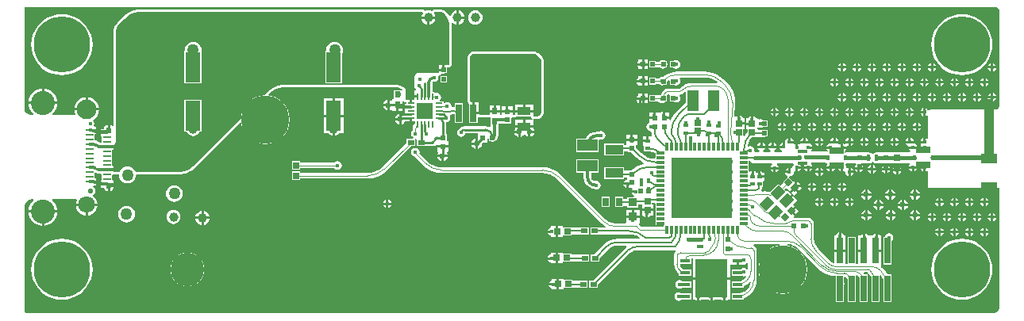
<source format=gbr>
%TF.GenerationSoftware,Altium Limited,Altium Designer,20.0.13 (296)*%
G04 Layer_Physical_Order=1*
G04 Layer_Color=255*
%FSLAX45Y45*%
%MOMM*%
%TF.FileFunction,Copper,L1,Top,Signal*%
%TF.Part,Single*%
G01*
G75*
%TA.AperFunction,Conductor*%
%ADD10C,0.20000*%
%ADD11C,0.50000*%
%ADD12C,0.10000*%
%ADD13C,0.40000*%
%ADD14C,0.30000*%
%ADD15C,0.25400*%
%TA.AperFunction,SMDPad,CuDef*%
%ADD16R,1.65000X3.25000*%
%ADD17R,3.50000X4.10000*%
%ADD18R,1.10000X0.45000*%
%ADD19R,0.95000X0.90000*%
%ADD20R,0.75000X0.75000*%
%ADD21R,0.75000X0.60000*%
%ADD22R,0.60000X0.70000*%
%ADD23R,6.40000X6.40000*%
%ADD24R,0.85000X0.30000*%
%ADD25R,0.30000X0.85000*%
%ADD26R,1.75000X1.75000*%
%ADD27R,0.20000X0.80000*%
%ADD28R,0.80000X0.20000*%
%ADD29R,0.40000X0.50000*%
%ADD30R,1.50000X0.70000*%
%ADD31R,0.35000X0.65000*%
%ADD32R,0.75000X0.65000*%
%ADD33R,2.20000X1.25000*%
%ADD34R,0.66040X1.85420*%
%ADD35R,0.47500X0.50000*%
%ADD36R,0.65000X0.90000*%
G04:AMPARAMS|DCode=37|XSize=1.2mm|YSize=1mm|CornerRadius=0mm|HoleSize=0mm|Usage=FLASHONLY|Rotation=45.000|XOffset=0mm|YOffset=0mm|HoleType=Round|Shape=Rectangle|*
%AMROTATEDRECTD37*
4,1,4,-0.07071,-0.77782,-0.77782,-0.07071,0.07071,0.77782,0.77782,0.07071,-0.07071,-0.77782,0.0*
%
%ADD37ROTATEDRECTD37*%

%ADD38R,1.00000X0.45000*%
%ADD39R,0.35000X0.35000*%
%ADD40R,0.65000X2.76000*%
%ADD41R,1.47000X0.97000*%
%ADD42R,0.72000X0.69000*%
%ADD43R,0.68000X0.68000*%
%ADD44R,0.62000X0.60000*%
%ADD45R,0.50000X0.40000*%
%TA.AperFunction,ConnectorPad*%
%ADD46R,1.80000X1.10000*%
%TA.AperFunction,SMDPad,CuDef*%
%ADD47R,1.90000X1.10000*%
%TA.AperFunction,ConnectorPad*%
%ADD48R,0.90000X0.25400*%
%TA.AperFunction,SMDPad,CuDef*%
G04:AMPARAMS|DCode=49|XSize=0.62mm|YSize=0.6mm|CornerRadius=0mm|HoleSize=0mm|Usage=FLASHONLY|Rotation=135.000|XOffset=0mm|YOffset=0mm|HoleType=Round|Shape=Rectangle|*
%AMROTATEDRECTD49*
4,1,4,0.43134,-0.00707,0.00707,-0.43134,-0.43134,0.00707,-0.00707,0.43134,0.43134,-0.00707,0.0*
%
%ADD49ROTATEDRECTD49*%

G04:AMPARAMS|DCode=50|XSize=0.62mm|YSize=0.6mm|CornerRadius=0mm|HoleSize=0mm|Usage=FLASHONLY|Rotation=45.000|XOffset=0mm|YOffset=0mm|HoleType=Round|Shape=Rectangle|*
%AMROTATEDRECTD50*
4,1,4,-0.00707,-0.43134,-0.43134,-0.00707,0.00707,0.43134,0.43134,0.00707,-0.00707,-0.43134,0.0*
%
%ADD50ROTATEDRECTD50*%

%ADD51R,0.60000X0.62000*%
%ADD52R,1.25000X2.20000*%
%ADD53R,0.65000X0.75000*%
%ADD54R,0.60000X0.75000*%
%ADD55R,0.50000X0.47500*%
%TA.AperFunction,Conductor*%
%ADD56C,0.15240*%
%ADD57C,0.45720*%
%ADD58C,1.00000*%
%TA.AperFunction,ComponentPad*%
%ADD59C,3.58500*%
%ADD60C,5.17500*%
%ADD61C,0.55000*%
%ADD62C,0.40500*%
%ADD63C,2.56500*%
%ADD64C,1.80000*%
%ADD65C,2.10000*%
%TA.AperFunction,ViaPad*%
%ADD66C,0.40000*%
%ADD67C,0.60000*%
%ADD68C,1.00000*%
%ADD69C,1.27000*%
%ADD70C,6.00000*%
G36*
X6051634Y7147376D02*
X6064061Y7142228D01*
X6070565Y7137882D01*
X6080000Y7129999D01*
X6080000Y7129999D01*
X6080000Y7129999D01*
X6091889Y7118111D01*
X6110571Y7090151D01*
X6123440Y7059084D01*
X6130000Y7026103D01*
Y7009290D01*
Y6589161D01*
X6121445Y6580004D01*
X6083746D01*
Y6530854D01*
X6071046D01*
Y6518154D01*
X6020646D01*
Y6500000D01*
X5804142Y6500000D01*
X5800796Y6499835D01*
X5794231Y6498530D01*
X5788048Y6495968D01*
X5782483Y6492250D01*
X5780000Y6490000D01*
X5774142Y6484142D01*
X5774142D01*
X5770960Y6480631D01*
X5765701Y6472761D01*
X5762079Y6464016D01*
X5760232Y6454733D01*
X5760000Y6450000D01*
Y6368285D01*
X5760329Y6361592D01*
X5762940Y6348463D01*
X5768063Y6336096D01*
X5775500Y6324965D01*
X5777190Y6323100D01*
X5773639Y6312696D01*
X5771639Y6310400D01*
X5756600D01*
Y6257700D01*
X5792000D01*
Y6232300D01*
X5756600D01*
Y6210400D01*
X5734700D01*
Y6175000D01*
X5709300D01*
Y6210400D01*
X5670000D01*
Y6305858D01*
X5669835Y6309204D01*
X5668530Y6315769D01*
X5665969Y6321952D01*
X5662250Y6327517D01*
X5660000Y6330000D01*
X5655356Y6334644D01*
X5655355D01*
X5646578Y6342600D01*
X5626903Y6355746D01*
X5605040Y6364802D01*
X5581832Y6369419D01*
X5570000Y6370000D01*
X4375210D01*
X4350314Y6368777D01*
X4301478Y6359063D01*
X4255475Y6340008D01*
X4214074Y6312344D01*
X4195605Y6295605D01*
X4159021Y6259021D01*
X4119256Y6255105D01*
X4070463Y6240303D01*
X4025495Y6216267D01*
X3986079Y6183920D01*
X3953732Y6144505D01*
X3929696Y6099537D01*
X3914895Y6050744D01*
X3910978Y6010978D01*
X3414395Y5514395D01*
X3414394D01*
X3396705Y5496705D01*
X3355104Y5468908D01*
X3308879Y5449761D01*
X3259806Y5440000D01*
X2783798D01*
X2777654Y5454834D01*
X2763404Y5473404D01*
X2744833Y5487654D01*
X2723207Y5496612D01*
X2700000Y5499667D01*
X2676792Y5496612D01*
X2655166Y5487654D01*
X2636596Y5473404D01*
X2622346Y5454834D01*
X2616202Y5440000D01*
X2552900D01*
Y5449800D01*
X2482500D01*
Y5475200D01*
X2552900D01*
Y5500600D01*
X2546480D01*
X2537500Y5509580D01*
X2537500Y5535200D01*
X2537500Y5547900D01*
X2537500Y5585200D01*
X2537500Y5597900D01*
X2537500Y5635200D01*
X2537500Y5647900D01*
Y5674400D01*
X2552900D01*
Y5699800D01*
X2482500D01*
Y5725200D01*
X2552900D01*
Y5730241D01*
X2560000Y5740000D01*
X2564500Y5744965D01*
X2567573Y5749563D01*
X2571937Y5756095D01*
X2577060Y5768462D01*
X2579671Y5781591D01*
X2580000Y5788284D01*
Y6933431D01*
Y6946882D01*
X2585248Y6973266D01*
X2595543Y6998121D01*
X2610489Y7020489D01*
X2620000Y7030000D01*
X2665605Y7075605D01*
X2665606Y7075605D01*
Y7075605D01*
X2683295Y7093294D01*
X2724896Y7121092D01*
X2771121Y7140239D01*
X2820193Y7150000D01*
X5844992D01*
X5851255Y7137300D01*
X5844138Y7128025D01*
X5836541Y7109684D01*
X5835621Y7102700D01*
X5984379D01*
X5983459Y7109684D01*
X5975862Y7128025D01*
X5968745Y7137300D01*
X5975008Y7150000D01*
X6038441D01*
X6051634Y7147376D01*
D02*
G37*
G36*
X11960000Y7200000D02*
X11967956Y7200000D01*
X11982658Y7193910D01*
X11993910Y7182658D01*
X11998468Y7171654D01*
X11999999Y7160002D01*
Y7160000D01*
X11999999D01*
X12000000Y7159999D01*
X11999999Y6150000D01*
X12000000Y6142043D01*
X11993910Y6127341D01*
X11982658Y6116089D01*
X11972006Y6111677D01*
X11960000Y6110000D01*
Y6110000D01*
X11280000Y6109999D01*
X11272196Y6109231D01*
X11257777Y6103259D01*
X11255013Y6100495D01*
X11253044Y6100047D01*
X11239360Y6102802D01*
X11232727Y6112729D01*
X11217710Y6122763D01*
X11212695Y6123761D01*
Y6079997D01*
Y6036234D01*
X11217710Y6037232D01*
X11227300Y6043640D01*
X11240000Y6037031D01*
Y5802964D01*
X11227300Y5796355D01*
X11217710Y5802764D01*
X11212695Y5803761D01*
Y5759998D01*
X11199995D01*
Y5747298D01*
X11156232D01*
X11157229Y5742283D01*
X11165440Y5729995D01*
X11157234Y5717714D01*
X11156237Y5712700D01*
X11200000D01*
Y5687300D01*
X11156237D01*
X11157234Y5682286D01*
X11167268Y5667268D01*
X11174105Y5662700D01*
X11170253Y5650000D01*
X11122388D01*
X11120959Y5649715D01*
X11120854Y5649715D01*
X11113271Y5652377D01*
X11110659Y5662520D01*
X11111044Y5666141D01*
X11112732Y5667268D01*
X11122766Y5682286D01*
X11123763Y5687300D01*
X11036236D01*
X11037234Y5682286D01*
X11047268Y5667268D01*
X11050755Y5664938D01*
X11046903Y5652238D01*
X10914000D01*
Y5652317D01*
X10893496Y5648238D01*
X10813998D01*
X10810135Y5648374D01*
X10809026Y5648423D01*
X10798484Y5649998D01*
X10798480Y5650000D01*
X10790999Y5653097D01*
Y5652879D01*
X10789000Y5651238D01*
X10786706Y5651238D01*
X10689500D01*
X10666831Y5646729D01*
X10647613Y5633888D01*
X10646387D01*
X10627169Y5646729D01*
X10604500Y5651238D01*
X10507000D01*
X10504744Y5652820D01*
Y5652820D01*
X10493788Y5648610D01*
X10490631Y5647982D01*
X10359044D01*
X10346199Y5645427D01*
X10344492Y5646619D01*
X10344744Y5661931D01*
X10352732Y5667268D01*
X10362766Y5682286D01*
X10363763Y5687300D01*
X10320000D01*
Y5700000D01*
X10307300D01*
Y5743763D01*
X10302286Y5742766D01*
X10293677Y5737014D01*
X10291494Y5738068D01*
X10283384Y5745410D01*
X10283759Y5747298D01*
X10196232D01*
X10196569Y5745607D01*
X10182286Y5742766D01*
X10167268Y5732732D01*
X10157234Y5717714D01*
X10156236Y5712700D01*
X10200000D01*
Y5687300D01*
X10156236D01*
X10157234Y5682286D01*
X10166972Y5667712D01*
X10166491Y5665732D01*
X10161494Y5655853D01*
X10161094Y5655932D01*
X9998625D01*
X9995206Y5662509D01*
X9993643Y5668632D01*
X10002766Y5682286D01*
X10003763Y5687300D01*
X9960000D01*
Y5712700D01*
X10003763D01*
X10002766Y5717714D01*
X9992732Y5732732D01*
X9977714Y5742766D01*
X9963423Y5745609D01*
X9963759Y5747298D01*
X9876232D01*
X9876607Y5745417D01*
X9868477Y5738063D01*
X9866314Y5737020D01*
X9857714Y5742766D01*
X9852700Y5743763D01*
Y5700000D01*
X9827300D01*
Y5743763D01*
X9822286Y5742766D01*
X9813677Y5737014D01*
X9811494Y5738068D01*
X9803384Y5745411D01*
X9803759Y5747298D01*
X9759996D01*
Y5759998D01*
X9747296D01*
Y5803761D01*
X9742282Y5802764D01*
X9727264Y5792729D01*
X9717230Y5777712D01*
X9714612Y5764551D01*
X9712700Y5763156D01*
Y5710000D01*
X9700000D01*
Y5697300D01*
X9656236D01*
X9657234Y5692286D01*
X9667268Y5677268D01*
X9681567Y5667714D01*
X9681715Y5666778D01*
X9675676Y5655014D01*
X9604324D01*
X9598285Y5666778D01*
X9598433Y5667714D01*
X9612732Y5677268D01*
X9622766Y5692286D01*
X9623763Y5697300D01*
X9536236D01*
X9537234Y5692286D01*
X9547268Y5677268D01*
X9561567Y5667714D01*
X9561715Y5666778D01*
X9555676Y5655014D01*
X9484324D01*
X9478285Y5666778D01*
X9478433Y5667714D01*
X9492732Y5677268D01*
X9502766Y5692286D01*
X9503763Y5697300D01*
X9416236D01*
X9417234Y5692286D01*
X9427268Y5677268D01*
X9441567Y5667714D01*
X9441715Y5666778D01*
X9435676Y5655014D01*
X9396258D01*
X9385461Y5665834D01*
X9386290Y5670000D01*
X9382766Y5687714D01*
X9372732Y5702732D01*
X9357714Y5712766D01*
X9340000Y5716290D01*
X9325196Y5713345D01*
X9317765Y5719072D01*
X9314882Y5723093D01*
X9324421Y5754540D01*
X9344602Y5792296D01*
X9364547Y5816598D01*
X9365949Y5816319D01*
Y5816656D01*
X9490000D01*
X9501781Y5819000D01*
X9525000D01*
Y5847253D01*
X9526093Y5852750D01*
X9525000Y5858247D01*
Y5886500D01*
X9501781D01*
X9490000Y5888843D01*
X9430301D01*
X9420400Y5895600D01*
Y5911705D01*
X9430349Y5917023D01*
X9433100Y5917072D01*
X9450000Y5913711D01*
X9467714Y5917234D01*
X9474099Y5921500D01*
X9525000D01*
Y5989000D01*
X9485225D01*
X9482732Y5992732D01*
X9467714Y6002766D01*
X9450000Y6006289D01*
X9433100Y6002928D01*
X9430349Y6002977D01*
X9420400Y6008295D01*
Y6014400D01*
X9404624D01*
X9403766Y6018714D01*
X9393732Y6033732D01*
X9378714Y6043766D01*
X9373700Y6044763D01*
Y6001000D01*
X9348300D01*
Y6044763D01*
X9343286Y6043766D01*
X9328268Y6033732D01*
X9318234Y6018714D01*
X9317376Y6014400D01*
X9301600D01*
Y5967700D01*
X9361000D01*
Y5942300D01*
X9301600D01*
Y5895600D01*
X9317000D01*
Y5871661D01*
X9291326Y5841600D01*
X9279700Y5822629D01*
X9267000Y5826210D01*
Y5897100D01*
X9282400D01*
Y5944300D01*
X9221001D01*
Y5969700D01*
X9282400D01*
Y6016900D01*
X9265724D01*
X9264766Y6021714D01*
X9254732Y6036732D01*
X9239714Y6046766D01*
X9234700Y6047763D01*
Y6004000D01*
X9209300D01*
Y6047763D01*
X9204286Y6046766D01*
X9189268Y6036732D01*
X9185313Y6030812D01*
X9172881Y6035066D01*
X9182412Y6170342D01*
X9183459Y6182610D01*
X9183459D01*
X9179946Y6227238D01*
X9169496Y6270766D01*
X9152365Y6312124D01*
X9128975Y6350293D01*
X9099902Y6384333D01*
X9099702Y6384133D01*
X9099701Y6384133D01*
X9056312Y6427522D01*
X9056512Y6427723D01*
X9022472Y6456796D01*
X8984304Y6480186D01*
X8942946Y6497317D01*
X8899417Y6507767D01*
X8854790Y6511279D01*
Y6510996D01*
X8561046D01*
Y6511508D01*
X8516135Y6507085D01*
X8472950Y6493985D01*
X8433151Y6472712D01*
X8410576Y6454186D01*
X8400000Y6456289D01*
X8382286Y6452766D01*
X8367268Y6442732D01*
X8366108Y6440995D01*
X8334829D01*
Y6445000D01*
X8267329D01*
Y6375000D01*
X8334829D01*
Y6379004D01*
X8366108D01*
X8367268Y6377268D01*
X8382286Y6367234D01*
X8400000Y6363710D01*
X8417714Y6367234D01*
X8426344Y6373000D01*
X8448578D01*
Y6405077D01*
X8467801Y6420853D01*
X8472685Y6423464D01*
X8483579Y6416934D01*
Y6373000D01*
X8523656D01*
X8532286Y6367234D01*
X8550000Y6363710D01*
X8567714Y6367234D01*
X8582732Y6377268D01*
X8592766Y6392286D01*
X8596289Y6410000D01*
X8592766Y6427714D01*
X8587026Y6436304D01*
X8593815Y6449004D01*
X8854790D01*
X8856139Y6449273D01*
X8898374Y6445113D01*
X8940283Y6432400D01*
X8978907Y6411755D01*
X8991798Y6401176D01*
X8986719Y6388914D01*
X8963432Y6391208D01*
Y6390996D01*
X8730711D01*
Y6391373D01*
X8691286Y6387490D01*
X8653377Y6375990D01*
X8618439Y6357316D01*
X8587816Y6332184D01*
X8587750Y6332251D01*
X8585857Y6331467D01*
X8573351Y6330996D01*
X8450000D01*
X8438139Y6328636D01*
X8429183Y6322652D01*
X8428082Y6321918D01*
X8419898Y6314403D01*
X8419898Y6314403D01*
X8400030Y6288510D01*
X8390003Y6264301D01*
X8382286Y6262766D01*
X8373650Y6256996D01*
X8334500D01*
Y6261000D01*
X8267000D01*
Y6191000D01*
X8334500D01*
Y6195004D01*
X8362099D01*
X8367268Y6187268D01*
X8382286Y6177234D01*
X8400000Y6173711D01*
X8417714Y6177234D01*
X8432732Y6187268D01*
X8435225Y6191000D01*
X8448500D01*
Y6242552D01*
X8450011Y6250145D01*
X8461666Y6267588D01*
X8473958Y6268623D01*
X8483500Y6260107D01*
Y6191000D01*
X8526649D01*
X8532286Y6187234D01*
X8550000Y6183711D01*
X8567714Y6187234D01*
X8582732Y6197268D01*
X8592766Y6212286D01*
X8596289Y6230000D01*
X8592766Y6247714D01*
X8587153Y6256115D01*
X8593260Y6269808D01*
X8611041Y6273345D01*
X8632390Y6287610D01*
X8632390Y6287610D01*
X8641558Y6296137D01*
X8644110Y6298095D01*
X8655500Y6292478D01*
Y6180544D01*
X8548873Y6073917D01*
X8548731Y6074059D01*
X8519147Y6039421D01*
X8495345Y6000581D01*
X8491856Y5992156D01*
X8479400Y5994634D01*
Y6003300D01*
X8422999D01*
Y6028700D01*
X8479400D01*
Y6071400D01*
X8453622D01*
X8452732Y6072732D01*
X8437714Y6082766D01*
X8432700Y6083764D01*
Y6040000D01*
X8407300D01*
Y6083764D01*
X8402286Y6082766D01*
X8387268Y6072732D01*
X8386378Y6071400D01*
X8353622D01*
X8352732Y6072732D01*
X8337714Y6082766D01*
X8332700Y6083764D01*
Y6040000D01*
X8307300D01*
Y6083764D01*
X8302286Y6082766D01*
X8287268Y6072732D01*
X8286378Y6071400D01*
X8269600D01*
Y6028700D01*
X8326000D01*
Y6003300D01*
X8269600D01*
Y5964221D01*
X8262286Y5962766D01*
X8247268Y5952732D01*
X8237234Y5937714D01*
X8233710Y5920000D01*
X8237234Y5902286D01*
X8247268Y5887268D01*
X8262286Y5877234D01*
X8280000Y5873711D01*
X8280089Y5873728D01*
X8286559Y5868418D01*
X8289523Y5856946D01*
X8289523D01*
X8293057Y5830100D01*
X8285351Y5818940D01*
X8282952Y5817400D01*
X8257700D01*
Y5771999D01*
X8245000D01*
Y5759299D01*
X8194600D01*
Y5726600D01*
X8199205D01*
X8210000Y5722000D01*
Y5697497D01*
X8208907Y5692000D01*
X8210000Y5686503D01*
Y5662000D01*
X8226180D01*
X8231188Y5658654D01*
X8245000Y5655907D01*
X8265676D01*
X8267276Y5656225D01*
X8299114Y5652033D01*
X8329679Y5639373D01*
Y5589088D01*
X8320269Y5580559D01*
X8289829Y5583557D01*
X8248862Y5595984D01*
X8211107Y5616165D01*
X8179254Y5642306D01*
X8178350Y5643660D01*
X8119770Y5702239D01*
Y5728795D01*
X8135170D01*
Y5771495D01*
X8078771D01*
X8022371D01*
Y5728795D01*
X8009880Y5728288D01*
X7996786D01*
Y5744808D01*
X7786786D01*
Y5614808D01*
X7996786D01*
Y5656101D01*
X8037771D01*
Y5652195D01*
X8067727D01*
X8127306Y5592616D01*
X8127164Y5592473D01*
X8161802Y5562889D01*
X8200642Y5539088D01*
X8206176Y5536796D01*
X8205128Y5523483D01*
X8173248Y5515830D01*
X8131162Y5498397D01*
X8092322Y5474596D01*
X8072890Y5458000D01*
X8041000D01*
Y5454093D01*
X7996786D01*
Y5494808D01*
X7786786D01*
Y5364808D01*
X7996786D01*
Y5381906D01*
X8013110D01*
X8025600Y5381400D01*
Y5358619D01*
X8016286Y5356766D01*
X8001268Y5346732D01*
X7991234Y5331714D01*
X7990236Y5326700D01*
X8034000D01*
Y5314000D01*
X8046700D01*
Y5270237D01*
X8048527Y5270600D01*
X8082421D01*
X8087708Y5257900D01*
X8080234Y5246714D01*
X8079237Y5241700D01*
X8123000D01*
Y5216300D01*
X8079237D01*
X8080234Y5211286D01*
X8090268Y5196268D01*
X8103565Y5187384D01*
X8105902Y5183392D01*
X8106052Y5182700D01*
X8095816Y5170000D01*
X8032500D01*
Y5151094D01*
X7985000D01*
Y5175000D01*
X7900000D01*
Y5065000D01*
X7985000D01*
Y5078907D01*
X8032500D01*
Y5060000D01*
X8147500D01*
Y5088907D01*
X8190600D01*
Y5047701D01*
X8250000D01*
X8309400D01*
Y5094400D01*
X8294000D01*
Y5107359D01*
X8295249Y5107608D01*
Y5107649D01*
X8320699D01*
X8329679Y5098669D01*
X8329679Y5068743D01*
X8329679Y5056043D01*
Y5018743D01*
X8329679Y4968743D01*
X8329679Y4956043D01*
Y4868743D01*
X8414243D01*
X8419503Y4856043D01*
X8418199Y4854738D01*
X8178456D01*
X8177476Y4859665D01*
X8166336Y4876336D01*
X8158009Y4881900D01*
X8161862Y4894600D01*
X8162900D01*
Y4952300D01*
X8017100D01*
Y4894600D01*
X8005893Y4890996D01*
X7900711D01*
X7899121Y4890679D01*
X7864414Y4895249D01*
X7830590Y4909259D01*
X7802818Y4930570D01*
X7801917Y4931917D01*
X7326312Y5407522D01*
X7326513Y5407723D01*
X7292473Y5436796D01*
X7254304Y5460186D01*
X7212946Y5477317D01*
X7169417Y5487767D01*
X7124790Y5491279D01*
Y5490996D01*
X6055210D01*
X6053861Y5490727D01*
X6011626Y5494887D01*
X5969717Y5507600D01*
X5931093Y5528245D01*
X5898286Y5555168D01*
X5897522Y5556312D01*
X5814223Y5639611D01*
X5816289Y5650000D01*
X5812766Y5667714D01*
X5802732Y5682732D01*
X5787714Y5692766D01*
X5770000Y5696289D01*
X5752286Y5692766D01*
X5737268Y5682732D01*
X5727234Y5667714D01*
X5723710Y5650000D01*
X5727234Y5632286D01*
X5737268Y5617268D01*
X5752286Y5607234D01*
X5760582Y5605584D01*
X5853688Y5512478D01*
X5853487Y5512277D01*
X5887527Y5483204D01*
X5925696Y5459814D01*
X5967054Y5442683D01*
X6010583Y5432233D01*
X6055210Y5428721D01*
Y5429004D01*
X7124790D01*
X7126139Y5429273D01*
X7168374Y5425113D01*
X7210283Y5412400D01*
X7248907Y5391755D01*
X7281713Y5364832D01*
X7282478Y5363688D01*
X7758083Y4888083D01*
X7757816Y4887816D01*
X7788439Y4862684D01*
X7796430Y4858413D01*
X7793344Y4846093D01*
X7732500D01*
Y4850000D01*
X7637500D01*
Y4770000D01*
X7732500D01*
Y4773907D01*
X8051005D01*
X8052358Y4774176D01*
X8090667Y4770402D01*
X8128806Y4758833D01*
X8163955Y4740046D01*
X8166385Y4738051D01*
X8162107Y4726093D01*
X7924142D01*
X7924142Y4726344D01*
X7885899Y4722577D01*
X7849126Y4711422D01*
X7815236Y4693308D01*
X7785531Y4668930D01*
X7785708Y4668752D01*
X7785708Y4668752D01*
X7676956Y4560000D01*
X7640500D01*
Y4480000D01*
X7735500D01*
Y4516456D01*
X7836752Y4617709D01*
X7837584Y4618953D01*
X7862105Y4637769D01*
X7892029Y4650164D01*
X7911908Y4652781D01*
X7924142Y4653906D01*
Y4653907D01*
X8017374D01*
X8019472Y4651366D01*
X8016985Y4634430D01*
X8010553Y4630132D01*
X8010821Y4629865D01*
X8010820Y4629865D01*
X7660956Y4280000D01*
X7624500D01*
Y4200000D01*
X7719500D01*
Y4236456D01*
X8058439Y4575395D01*
X8059321Y4575761D01*
X8063812Y4576654D01*
X8075522Y4584478D01*
X8075528Y4584472D01*
X8089264Y4595012D01*
X8105261Y4601638D01*
X8122427Y4603898D01*
Y4603907D01*
X8537946D01*
X8542546Y4599115D01*
X8546223Y4592196D01*
X8544122Y4588087D01*
X8540820Y4584713D01*
X8538082Y4581917D01*
X8536319Y4579278D01*
X8531364Y4571862D01*
X8529004Y4560000D01*
Y4455500D01*
X8528578D01*
X8532647Y4424592D01*
X8544578Y4395789D01*
X8563556Y4371056D01*
X8583000Y4356136D01*
Y4335000D01*
X8713000D01*
Y4400000D01*
X8638280D01*
X8626021Y4402438D01*
X8607388Y4414888D01*
X8594938Y4433521D01*
X8591799Y4449300D01*
X8599828Y4462000D01*
X8713000D01*
Y4519004D01*
X8727600D01*
Y4316701D01*
X8928000D01*
X9128400D01*
Y4446600D01*
X9195300D01*
Y4494500D01*
X9220700D01*
Y4446600D01*
X9288400D01*
Y4457692D01*
X9302732Y4467268D01*
X9306304Y4472615D01*
X9319004Y4468763D01*
Y4401237D01*
X9306304Y4397385D01*
X9302732Y4402732D01*
X9287714Y4412766D01*
X9270000Y4416289D01*
X9252286Y4412766D01*
X9237268Y4402732D01*
X9235443Y4400000D01*
X9143000D01*
Y4335000D01*
X9240662D01*
X9252286Y4327234D01*
X9270000Y4323710D01*
X9287714Y4327234D01*
X9289640Y4328521D01*
X9298439Y4319126D01*
X9286688Y4303812D01*
X9263641Y4286127D01*
X9236802Y4275010D01*
X9221534Y4273000D01*
X9143000D01*
Y4208000D01*
X9273000D01*
Y4222060D01*
X9274294Y4222453D01*
X9304244Y4238461D01*
X9330495Y4260005D01*
X9334511Y4264899D01*
X9346163Y4259847D01*
X9344718Y4248867D01*
X9330578Y4214730D01*
X9308085Y4185416D01*
X9278770Y4162922D01*
X9244633Y4148782D01*
X9223500Y4146000D01*
X9143000D01*
Y4081000D01*
X9273000D01*
Y4093710D01*
X9285830Y4097602D01*
X9320992Y4116396D01*
X9351811Y4141689D01*
X9377104Y4172509D01*
X9395898Y4207670D01*
X9407472Y4245823D01*
X9411379Y4285500D01*
X9410996D01*
Y4600000D01*
X9411583D01*
X9406896Y4623567D01*
X9393546Y4643546D01*
X9374452Y4656304D01*
X9374334Y4657228D01*
X9381928Y4669004D01*
X9650810D01*
X9651434Y4656304D01*
X9639256Y4655105D01*
X9590463Y4640304D01*
X9545495Y4616268D01*
X9506080Y4583920D01*
X9473732Y4544505D01*
X9449696Y4499537D01*
X9434895Y4450744D01*
X9429897Y4400000D01*
X9434895Y4349256D01*
X9449696Y4300463D01*
X9473732Y4255495D01*
X9506080Y4216080D01*
X9545495Y4183733D01*
X9590463Y4159697D01*
X9639256Y4144895D01*
X9690000Y4139897D01*
X9740744Y4144895D01*
X9789537Y4159697D01*
X9834505Y4183733D01*
X9873920Y4216080D01*
X9906267Y4255495D01*
X9930303Y4300463D01*
X9945105Y4349256D01*
X9950103Y4400000D01*
X9945105Y4450744D01*
X9930303Y4499537D01*
X9906267Y4544505D01*
X9873920Y4583920D01*
X9834505Y4616268D01*
X9789537Y4640304D01*
X9743507Y4654267D01*
X9740814Y4662175D01*
X9740871Y4667854D01*
X9741829Y4668510D01*
X9769097Y4665824D01*
X9801742Y4655921D01*
X9831828Y4639840D01*
X9857771Y4618549D01*
X9858083Y4618083D01*
X10063688Y4412478D01*
X10063688Y4412477D01*
X10063488Y4412277D01*
X10097528Y4383204D01*
X10135697Y4359814D01*
X10177054Y4342683D01*
X10220583Y4332233D01*
X10257500Y4329327D01*
Y4268112D01*
X10257234Y4267714D01*
X10253711Y4250000D01*
X10257234Y4232286D01*
X10257500Y4231888D01*
Y4048000D01*
X10342500D01*
Y4231888D01*
X10342766Y4232286D01*
X10346289Y4250000D01*
X10342766Y4267714D01*
X10342500Y4268112D01*
Y4315705D01*
X10355200Y4320966D01*
X10365656Y4310509D01*
X10365681Y4310484D01*
X10366445Y4309974D01*
X10384012Y4287080D01*
X10384500Y4285902D01*
Y4048000D01*
X10469500D01*
Y4331464D01*
X10477095Y4336539D01*
X10482200Y4337393D01*
X10498718Y4324718D01*
X10511500Y4308061D01*
Y4048000D01*
X10596500D01*
Y4344000D01*
X10562161D01*
X10552719Y4356304D01*
X10558982Y4369004D01*
X10595387D01*
X10595858Y4368533D01*
X10604957Y4359844D01*
X10606154Y4358531D01*
X10620278Y4341320D01*
X10636677Y4310641D01*
X10638500Y4304631D01*
Y4048000D01*
X10723500D01*
Y4330695D01*
X10736200Y4335239D01*
X10739755Y4330907D01*
X10760400Y4292283D01*
X10765500Y4275471D01*
Y4048000D01*
X10850500D01*
Y4344000D01*
X10803470D01*
X10784796Y4374473D01*
X10760569Y4402839D01*
X10760538Y4402876D01*
X10760533Y4402881D01*
X10755724Y4408513D01*
Y4408513D01*
X10752067Y4412068D01*
X10752067D01*
X10746422Y4416700D01*
X10746416Y4416705D01*
X10746288Y4416810D01*
X10737649Y4423900D01*
X10738900Y4436600D01*
X10738901Y4436600D01*
X10738900Y4436600D01*
Y4587300D01*
X10680999D01*
Y4612700D01*
X10738900D01*
Y4763400D01*
X10728967D01*
X10722732Y4772732D01*
X10707714Y4782766D01*
X10702700Y4783763D01*
Y4740000D01*
X10677300D01*
Y4783763D01*
X10672286Y4782766D01*
X10657268Y4772732D01*
X10651033Y4763400D01*
X10623100D01*
Y4763400D01*
X10611900D01*
Y4763400D01*
X10598967D01*
X10592732Y4772732D01*
X10577714Y4782766D01*
X10572700Y4783763D01*
Y4740000D01*
X10547300D01*
Y4783763D01*
X10542286Y4782766D01*
X10527268Y4772732D01*
X10521033Y4763400D01*
X10496100D01*
Y4612700D01*
X10553999D01*
Y4587300D01*
X10496100D01*
Y4460996D01*
X10469500D01*
Y4748000D01*
X10384500D01*
Y4460996D01*
X10357900D01*
Y4587300D01*
X10299999D01*
X10242100D01*
Y4471940D01*
X10229400Y4465378D01*
X10216743Y4470621D01*
X10201962Y4481962D01*
X10201917Y4481917D01*
X10068486Y4615348D01*
X10068182Y4615552D01*
X10048233Y4639859D01*
X10033239Y4667910D01*
X10024006Y4698347D01*
X10020924Y4729640D01*
X10020996Y4730000D01*
Y4885858D01*
X10021664D01*
X10016655Y4911041D01*
X10002390Y4932390D01*
X9981041Y4946655D01*
X9955858Y4951664D01*
Y4950996D01*
X9808718D01*
X9803457Y4963696D01*
X9813427Y4973666D01*
X9773546Y5013547D01*
X9782527Y5022527D01*
X9773546Y5031508D01*
X9812720Y5070681D01*
X9793996Y5089404D01*
X9843070Y5138478D01*
X9798734Y5182813D01*
X9738348Y5122426D01*
X9720387Y5140387D01*
X9780774Y5200773D01*
X9736438Y5245109D01*
X9725549Y5234220D01*
X9708858Y5250911D01*
X9721926Y5263979D01*
X9733473Y5266766D01*
X9763666Y5236573D01*
X9803547Y5276454D01*
X9812527Y5267473D01*
X9821507Y5276454D01*
X9860681Y5237280D01*
X9891581Y5268180D01*
X9882462Y5277300D01*
X9830000D01*
Y5290000D01*
X9817300D01*
Y5342462D01*
X9813234Y5346528D01*
X9802344Y5335638D01*
X9756535Y5381448D01*
X9758403Y5388064D01*
X9761864Y5394080D01*
X9777710Y5397232D01*
X9792728Y5407266D01*
X9802762Y5422284D01*
X9806285Y5439998D01*
X9805677Y5443057D01*
X9817107Y5450694D01*
X9822286Y5447234D01*
X9827300Y5446237D01*
Y5490000D01*
X9840000D01*
Y5502700D01*
X9883763D01*
X9882766Y5507714D01*
X9874579Y5519967D01*
X9876883Y5530033D01*
X9879025Y5533801D01*
X9887251Y5535437D01*
X9903326Y5546178D01*
X9909630Y5541965D01*
X9927788Y5538353D01*
X9931019Y5525238D01*
X9927268Y5522732D01*
X9917234Y5507714D01*
X9916236Y5502700D01*
X10003763D01*
X10002766Y5507714D01*
X9992732Y5522732D01*
X9989702Y5524756D01*
X9993555Y5537456D01*
X10141225D01*
X10146375Y5534015D01*
X10159016Y5531500D01*
X10159301Y5531197D01*
X10163835Y5517593D01*
X10157234Y5507714D01*
X10156236Y5502700D01*
X10243763D01*
X10242766Y5507714D01*
X10233678Y5521315D01*
X10235300Y5527584D01*
X10238704Y5534015D01*
X10281296D01*
X10284700Y5527584D01*
X10286322Y5521315D01*
X10277234Y5507714D01*
X10276236Y5502700D01*
X10320000D01*
Y5490000D01*
X10332700D01*
Y5446237D01*
X10337714Y5447234D01*
X10342884Y5450688D01*
X10354314Y5443051D01*
X10353706Y5439998D01*
X10357230Y5422284D01*
X10367264Y5407266D01*
X10382281Y5397232D01*
X10387296Y5396234D01*
Y5439998D01*
Y5483761D01*
X10382281Y5482764D01*
X10377112Y5479310D01*
X10365682Y5486947D01*
X10366289Y5490000D01*
X10362766Y5507714D01*
X10356522Y5517059D01*
X10357151Y5520162D01*
X10363480Y5529506D01*
X10469513D01*
X10473365Y5516806D01*
X10467268Y5512732D01*
X10457234Y5497714D01*
X10456236Y5492700D01*
X10543763D01*
X10542766Y5497714D01*
X10532732Y5512732D01*
X10521951Y5519935D01*
X10521920Y5520584D01*
X10525614Y5532762D01*
X10604500D01*
X10627169Y5537271D01*
X10646387Y5550112D01*
X10647613D01*
X10666831Y5537271D01*
X10689500Y5532762D01*
X10775720D01*
X10791000Y5529722D01*
Y5529762D01*
X10910000D01*
X10914000Y5529067D01*
Y5529068D01*
X10925163Y5532778D01*
X10930109Y5533762D01*
X11040916D01*
X11044250Y5527973D01*
X11046152Y5521062D01*
X11037234Y5507714D01*
X11036236Y5502700D01*
X11123763D01*
X11122766Y5507714D01*
X11112732Y5522732D01*
X11110877Y5523971D01*
X11113558Y5537453D01*
X11117669Y5538271D01*
X11167665D01*
X11171518Y5525571D01*
X11167268Y5522732D01*
X11157234Y5507714D01*
X11156237Y5502700D01*
X11200000D01*
Y5490000D01*
X11212700D01*
Y5446237D01*
X11217714Y5447234D01*
X11227300Y5453639D01*
X11240000Y5447027D01*
Y5270000D01*
X12000000D01*
Y4000000D01*
Y3993105D01*
X11997310Y3979582D01*
X11992033Y3966842D01*
X11984372Y3955377D01*
X11974622Y3945627D01*
X11963157Y3937967D01*
X11950418Y3932690D01*
X11936894Y3930000D01*
X1640000D01*
X1632043Y3930000D01*
X1617342Y3936089D01*
X1606089Y3947342D01*
X1600000Y3962043D01*
X1600000Y3970000D01*
Y5060000D01*
X1600000Y5068864D01*
X1603459Y5086252D01*
X1610243Y5102631D01*
X1620092Y5117372D01*
X1632628Y5129907D01*
X1647369Y5139757D01*
X1654502Y5142712D01*
X1682788Y5148737D01*
X1692922Y5149372D01*
X1697809Y5136954D01*
X1688328Y5129172D01*
X1669127Y5105776D01*
X1654859Y5079084D01*
X1646073Y5050120D01*
X1644358Y5032700D01*
X1797500D01*
X1950643D01*
X1948927Y5050120D01*
X1940141Y5079084D01*
X1925873Y5105776D01*
X1906673Y5129172D01*
X1897881Y5136388D01*
X1902445Y5149072D01*
X2152276Y5148182D01*
X2159313Y5137610D01*
X2152071Y5120125D01*
X2149776Y5102700D01*
X2264500D01*
X2379224D01*
X2376930Y5120125D01*
X2365302Y5148198D01*
X2346804Y5172304D01*
X2333837Y5182254D01*
X2334252Y5194948D01*
X2342225Y5200275D01*
X2354403Y5218501D01*
X2358680Y5240000D01*
X2354403Y5261499D01*
X2342225Y5279725D01*
X2331786Y5286700D01*
X2335639Y5299400D01*
X2362900D01*
Y5324800D01*
X2292500D01*
Y5350200D01*
X2362900D01*
Y5375600D01*
X2356480D01*
X2347500Y5384580D01*
X2347500Y5410200D01*
X2347500Y5427731D01*
X2360200Y5433994D01*
X2364819Y5430450D01*
X2380876Y5423799D01*
X2394807Y5421965D01*
X2398107Y5421308D01*
X2418520D01*
X2427500Y5412328D01*
X2427500Y5389800D01*
X2427500Y5377100D01*
Y5350600D01*
X2412100D01*
Y5325200D01*
X2552900D01*
Y5350600D01*
X2546480D01*
X2537500Y5359580D01*
X2537500Y5385200D01*
X2537500Y5405630D01*
X2550200Y5414639D01*
X2552900Y5414102D01*
X2606735D01*
X2610333Y5410000D01*
X2613388Y5386793D01*
X2622346Y5365167D01*
X2636596Y5346596D01*
X2655166Y5332346D01*
X2676792Y5323388D01*
X2700000Y5320333D01*
X2723207Y5323388D01*
X2744833Y5332346D01*
X2763404Y5346596D01*
X2777654Y5365167D01*
X2786612Y5386793D01*
X2789667Y5410000D01*
X2793265Y5414102D01*
X3259806D01*
X3262308Y5414600D01*
X3264859D01*
X3313931Y5424361D01*
X3316287Y5425337D01*
X3318789Y5425835D01*
X3365014Y5444982D01*
X3367135Y5446399D01*
X3369491Y5447375D01*
X3411093Y5475172D01*
X3412897Y5476976D01*
X3415017Y5478393D01*
X3432706Y5496082D01*
X3432707Y5496082D01*
X3901792Y5965167D01*
X3913749Y5960888D01*
X3914895Y5949256D01*
X3929696Y5900463D01*
X3953732Y5855495D01*
X3986079Y5816080D01*
X4025495Y5783732D01*
X4070463Y5759696D01*
X4119256Y5744895D01*
X4170000Y5739897D01*
X4220743Y5744895D01*
X4269537Y5759696D01*
X4314505Y5783732D01*
X4353920Y5816080D01*
X4386267Y5855495D01*
X4410303Y5900463D01*
X4425105Y5949256D01*
X4430102Y6000000D01*
X4425105Y6050744D01*
X4410303Y6099537D01*
X4386267Y6144505D01*
X4353920Y6183920D01*
X4314505Y6216267D01*
X4269537Y6240303D01*
X4220743Y6255105D01*
X4209112Y6256250D01*
X4204833Y6268208D01*
X4213469Y6276844D01*
X4230050Y6291873D01*
X4267742Y6317058D01*
X4309032Y6334160D01*
X4353493Y6343004D01*
X4375845Y6344102D01*
X5569365D01*
X5578652Y6343646D01*
X5597486Y6339900D01*
X5614636Y6332796D01*
X5630602Y6322128D01*
X5633687Y6319332D01*
X5633886Y6317235D01*
X5621813Y6310027D01*
X5620045Y6311208D01*
Y6314104D01*
X5610987D01*
X5600000Y6316289D01*
X5589013Y6314104D01*
X5540046D01*
Y6219504D01*
X5524646D01*
Y6207740D01*
X5511946Y6200952D01*
X5502616Y6207185D01*
X5493700Y6208959D01*
Y6155000D01*
Y6101041D01*
X5502616Y6102814D01*
X5511946Y6109048D01*
X5524646Y6102260D01*
Y6093704D01*
X5567345D01*
Y6156605D01*
X5580045D01*
Y6169305D01*
X5635445D01*
Y6193779D01*
X5648145Y6197389D01*
X5651688Y6192088D01*
X5660090Y6186474D01*
X5670000Y6184502D01*
X5672000D01*
Y6170400D01*
X5656600D01*
Y6147700D01*
X5722000D01*
Y6122300D01*
X5656600D01*
Y6099600D01*
X5656600D01*
Y6090400D01*
X5656600D01*
Y6051267D01*
X5655886Y6050580D01*
X5654625Y6049660D01*
X5643900Y6045641D01*
X5629616Y6055186D01*
X5620700Y6056959D01*
Y6003000D01*
Y5949041D01*
X5629616Y5950814D01*
X5647941Y5963059D01*
X5658994Y5979600D01*
X5709300D01*
Y6015000D01*
X5734700D01*
Y5979600D01*
X5767974D01*
X5769676Y5966900D01*
X5752947Y5945099D01*
X5742316Y5919432D01*
X5738689Y5891888D01*
X5738689Y5891887D01*
X5735721Y5880417D01*
X5727234Y5867714D01*
X5723710Y5850000D01*
X5727234Y5832286D01*
X5737268Y5817268D01*
X5749187Y5809304D01*
X5745583Y5796604D01*
X5674545D01*
Y5752938D01*
X5417919Y5496312D01*
X5417155Y5495168D01*
X5384349Y5468245D01*
X5345725Y5447600D01*
X5303815Y5434887D01*
X5261581Y5430727D01*
X5260231Y5430996D01*
X4542500D01*
Y5447500D01*
X4457500D01*
Y5352500D01*
X4542500D01*
Y5369005D01*
X5260231D01*
Y5368721D01*
X5304859Y5372233D01*
X5348387Y5382683D01*
X5389745Y5399814D01*
X5427914Y5423204D01*
X5461954Y5452277D01*
X5461753Y5452478D01*
X5725880Y5716604D01*
X5769545D01*
Y5791657D01*
X5769549Y5791757D01*
X5771845Y5792545D01*
X5784545Y5783477D01*
Y5716604D01*
X5879545D01*
Y5717758D01*
X5956604D01*
Y5717339D01*
X5979818Y5721956D01*
X5993946Y5731395D01*
X6003578Y5726304D01*
X6119445D01*
Y5769004D01*
X6104045D01*
Y5845604D01*
X6101892D01*
Y5970485D01*
X6115714Y5973234D01*
X6130732Y5983268D01*
X6140766Y5998286D01*
X6144289Y6016000D01*
X6140766Y6033714D01*
X6137245Y6038984D01*
X6143211Y6052915D01*
X6163703Y6056485D01*
X6176208Y6056956D01*
X6179173Y6058184D01*
X6179572Y6058574D01*
X6192085Y6056085D01*
Y5967894D01*
X6278125D01*
Y6173314D01*
X6192085D01*
Y6138965D01*
X6187483Y6134929D01*
X6176209Y6131486D01*
X6176208D01*
X6163510Y6131483D01*
X6156104Y6139068D01*
X6156289Y6140000D01*
X6152766Y6157714D01*
X6142732Y6172732D01*
X6127714Y6182766D01*
X6110000Y6186289D01*
X6092286Y6182766D01*
X6084700Y6177697D01*
X6072000Y6184486D01*
Y6195000D01*
X6037230D01*
X6033525Y6205105D01*
X6033020Y6207700D01*
X6042766Y6222286D01*
X6046289Y6240000D01*
X6042766Y6257714D01*
X6032732Y6272732D01*
X6017714Y6282766D01*
X6000000Y6286289D01*
X5984700Y6283246D01*
X5976085Y6287831D01*
X5972000Y6291168D01*
Y6295000D01*
X5953191D01*
Y6392000D01*
X5953350D01*
X5954617Y6398372D01*
X5958227Y6403773D01*
X5960855Y6405529D01*
X5970000Y6403711D01*
X5987714Y6407234D01*
X6002732Y6417268D01*
X6012766Y6432286D01*
X6016289Y6450000D01*
X6014022Y6461402D01*
X6019670Y6472231D01*
X6023352Y6474640D01*
X6030556Y6476073D01*
X6038958Y6481687D01*
X6044572Y6490089D01*
X6045003Y6492257D01*
X6071046D01*
X6080956Y6494228D01*
X6085261Y6497104D01*
X6106045D01*
Y6518510D01*
X6107672Y6520944D01*
X6109643Y6530854D01*
Y6554107D01*
X6121445D01*
X6121884Y6554194D01*
X6122325Y6554122D01*
X6126822Y6555176D01*
X6131356Y6556078D01*
X6131728Y6556326D01*
X6132163Y6556429D01*
X6135913Y6559123D01*
X6139758Y6561692D01*
X6140006Y6562064D01*
X6140369Y6562325D01*
X6148924Y6571481D01*
X6151358Y6575407D01*
X6153926Y6579250D01*
X6154013Y6579689D01*
X6154249Y6580069D01*
X6154996Y6584629D01*
X6155898Y6589161D01*
Y7009290D01*
Y7026103D01*
X6155400Y7028604D01*
Y7029468D01*
X6160672Y7033237D01*
X6167542Y7035213D01*
X6181975Y7024138D01*
X6200317Y7016541D01*
X6207300Y7015621D01*
Y7090000D01*
Y7164379D01*
X6200317Y7163459D01*
X6181975Y7155862D01*
X6166224Y7143776D01*
X6154138Y7128025D01*
X6146541Y7109684D01*
X6145951Y7105202D01*
X6144813Y7104691D01*
X6132104Y7104539D01*
X6113422Y7132499D01*
X6111618Y7134303D01*
X6110201Y7136424D01*
X6098312Y7148312D01*
X6097538Y7148829D01*
X6096968Y7149564D01*
X6096757Y7149684D01*
X6096604Y7149873D01*
X6087169Y7157756D01*
X6085942Y7158426D01*
X6084953Y7159415D01*
X6078448Y7163761D01*
X6076092Y7164738D01*
X6073971Y7166155D01*
X6061544Y7171302D01*
X6059043Y7171799D01*
X6056686Y7172776D01*
X6043494Y7175400D01*
X6040943D01*
X6038441Y7175898D01*
X5975008D01*
X5970870Y7175074D01*
X5966684Y7174523D01*
X5965940Y7174094D01*
X5965098Y7173926D01*
X5961589Y7171582D01*
X5957933Y7169471D01*
X5957410Y7168790D01*
X5956696Y7168312D01*
X5955208Y7166085D01*
X5953830Y7164124D01*
X5951782Y7161455D01*
X5951374Y7160629D01*
X5948025Y7155862D01*
X5929684Y7163459D01*
X5910000Y7166051D01*
X5890317Y7163459D01*
X5871975Y7155862D01*
X5868626Y7160629D01*
X5868219Y7161454D01*
X5866172Y7164122D01*
X5864793Y7166085D01*
X5863304Y7168312D01*
X5862590Y7168790D01*
X5862067Y7169471D01*
X5858411Y7171582D01*
X5854902Y7173926D01*
X5854060Y7174094D01*
X5853316Y7174523D01*
X5849130Y7175075D01*
X5844992Y7175898D01*
X2820193D01*
X2817692Y7175400D01*
X2815141D01*
X2766069Y7165639D01*
X2763712Y7164663D01*
X2761211Y7164165D01*
X2714986Y7145018D01*
X2712865Y7143601D01*
X2710508Y7142625D01*
X2668907Y7114828D01*
X2667103Y7113024D01*
X2664982Y7111607D01*
X2647293Y7093918D01*
X2647293Y7093917D01*
X2601688Y7048312D01*
X2592177Y7038801D01*
X2590759Y7036680D01*
X2588956Y7034877D01*
X2574010Y7012509D01*
X2573034Y7010152D01*
X2571617Y7008031D01*
X2561322Y6983177D01*
X2560824Y6980675D01*
X2559848Y6978319D01*
X2554600Y6951934D01*
Y6949383D01*
X2554102Y6946882D01*
Y6933431D01*
Y5931607D01*
X2541402Y5927755D01*
X2539941Y5929941D01*
X2521616Y5942185D01*
X2512700Y5943959D01*
Y5890000D01*
X2487300D01*
Y5943959D01*
X2478384Y5942185D01*
X2460059Y5929941D01*
X2447815Y5911616D01*
X2445623Y5900600D01*
X2412100D01*
Y5875200D01*
X2482500D01*
Y5849800D01*
X2412100D01*
Y5824400D01*
X2427500D01*
Y5789800D01*
X2427500D01*
Y5785200D01*
X2427500D01*
Y5751191D01*
X2406555D01*
X2388258Y5765231D01*
X2363895Y5775322D01*
X2347500Y5777481D01*
X2347500Y5810200D01*
X2347500Y5822900D01*
Y5849400D01*
X2362900D01*
Y5874800D01*
X2292500D01*
Y5900200D01*
X2362900D01*
Y5925600D01*
X2343619D01*
X2336830Y5938300D01*
X2340745Y5944159D01*
X2343896Y5960000D01*
X2340745Y5975841D01*
X2335067Y5984339D01*
X2332426Y5990802D01*
X2336851Y6001151D01*
X2357503Y6016998D01*
X2378404Y6044237D01*
X2391544Y6075959D01*
X2394353Y6097300D01*
X2264500D01*
X2134647D01*
X2137456Y6075959D01*
X2144367Y6059276D01*
X2135231Y6048145D01*
X2127841Y6049615D01*
X2120005Y6049999D01*
X2120000Y6050000D01*
X2120000Y6050000D01*
X2120000Y6050000D01*
X1901314D01*
X1896769Y6062700D01*
X1906673Y6070828D01*
X1925873Y6094224D01*
X1940141Y6120916D01*
X1948927Y6149879D01*
X1950643Y6167300D01*
X1797500D01*
X1644358D01*
X1646073Y6149879D01*
X1654859Y6120916D01*
X1669127Y6094224D01*
X1688328Y6070828D01*
X1698231Y6062700D01*
X1693686Y6050000D01*
X1661175D01*
X1657743Y6050635D01*
X1626008Y6063279D01*
X1614220Y6070927D01*
X1609134Y6076013D01*
X1600000Y6098065D01*
Y6110000D01*
Y7200000D01*
X11960000Y7200000D01*
D02*
G37*
G36*
X9346050Y5548910D02*
X9366215Y5535437D01*
X9390000Y5530706D01*
X9571309D01*
X9575161Y5518006D01*
X9567268Y5512732D01*
X9557234Y5497714D01*
X9556237Y5492700D01*
X9643764D01*
X9642766Y5497714D01*
X9632732Y5512732D01*
X9624839Y5518006D01*
X9628691Y5530706D01*
X9798083D01*
X9804110Y5518006D01*
X9797234Y5507714D01*
X9793710Y5490000D01*
X9794319Y5486941D01*
X9782889Y5479303D01*
X9777710Y5482764D01*
X9772696Y5483761D01*
Y5439998D01*
X9759996D01*
Y5427298D01*
X9716233D01*
X9717230Y5422284D01*
X9727264Y5407266D01*
X9739670Y5398977D01*
X9742494Y5388482D01*
X9742598Y5384220D01*
X9690198Y5331820D01*
X9696148Y5325869D01*
X9665024Y5294745D01*
X9644514Y5315254D01*
X9555846Y5226586D01*
X9519588Y5232264D01*
X9516261Y5232127D01*
X9506934Y5233355D01*
X9504690Y5233060D01*
X9503852Y5233195D01*
X9469093Y5231929D01*
X9462141Y5244384D01*
X9463346Y5246188D01*
X9466093Y5260000D01*
Y5280000D01*
X9475000D01*
Y5304503D01*
X9476093Y5310000D01*
X9475000Y5315497D01*
Y5340000D01*
X9485795Y5344600D01*
X9490400D01*
Y5377300D01*
X9439999D01*
Y5402700D01*
X9439999D01*
X9427299D01*
Y5446463D01*
X9422285Y5445466D01*
X9407504Y5435590D01*
X9402732Y5442732D01*
X9387714Y5452766D01*
X9382700Y5453764D01*
Y5410000D01*
X9357300D01*
Y5453764D01*
X9352286Y5452766D01*
X9337269Y5442732D01*
X9324679Y5446751D01*
X9324680Y5468742D01*
X9324680D01*
Y5468743D01*
X9324679D01*
Y5559193D01*
X9339180D01*
X9346050Y5548910D01*
D02*
G37*
%LPC*%
G36*
X5984379Y7077300D02*
X5922700D01*
Y7015621D01*
X5929684Y7016541D01*
X5948025Y7024138D01*
X5963776Y7036224D01*
X5975862Y7051975D01*
X5983459Y7070317D01*
X5984379Y7077300D01*
D02*
G37*
G36*
X5897300D02*
X5835621D01*
X5836541Y7070317D01*
X5844138Y7051975D01*
X5856224Y7036224D01*
X5871975Y7024138D01*
X5890317Y7016541D01*
X5897300Y7015621D01*
Y7077300D01*
D02*
G37*
G36*
X6058346Y6580004D02*
X6020646D01*
Y6543554D01*
X6058346D01*
Y6580004D01*
D02*
G37*
G36*
X4910000Y6829667D02*
X4886793Y6826612D01*
X4865167Y6817654D01*
X4846596Y6803404D01*
X4832346Y6784834D01*
X4823388Y6763207D01*
X4820333Y6740000D01*
X4813756Y6732500D01*
X4807500D01*
Y6387500D01*
X4992500D01*
Y6706866D01*
X4996612Y6716793D01*
X4999667Y6740000D01*
X4996612Y6763207D01*
X4987654Y6784834D01*
X4973404Y6803404D01*
X4954834Y6817654D01*
X4933208Y6826612D01*
X4910000Y6829667D01*
D02*
G37*
G36*
X3400000D02*
X3376793Y6826612D01*
X3355167Y6817654D01*
X3336596Y6803404D01*
X3322346Y6784834D01*
X3313388Y6763207D01*
X3311885Y6751788D01*
X3310835Y6743819D01*
X3307500Y6732500D01*
X3307500Y6720761D01*
Y6387500D01*
X3492500D01*
Y6720761D01*
X3492501Y6732500D01*
X3492499Y6732503D01*
X3489165Y6743819D01*
X3488115Y6751788D01*
X3486612Y6763207D01*
X3477654Y6784834D01*
X3463404Y6803404D01*
X3444834Y6817654D01*
X3423208Y6826612D01*
X3400000Y6829667D01*
D02*
G37*
G36*
X3492500Y6212500D02*
X3307500D01*
Y5867500D01*
X3331850D01*
X3334138Y5861975D01*
X3346224Y5846224D01*
X3361975Y5834138D01*
X3380317Y5826541D01*
X3400000Y5823949D01*
X3419684Y5826541D01*
X3438025Y5834138D01*
X3453776Y5846224D01*
X3465862Y5861975D01*
X3468151Y5867500D01*
X3492500D01*
Y6212500D01*
D02*
G37*
G36*
X6232700Y7164379D02*
Y7102700D01*
X6294379D01*
X6293459Y7109684D01*
X6285862Y7128025D01*
X6273776Y7143776D01*
X6258025Y7155862D01*
X6239683Y7163459D01*
X6232700Y7164379D01*
D02*
G37*
G36*
X6294379Y7077300D02*
X6232700D01*
Y7015621D01*
X6239683Y7016541D01*
X6258025Y7024138D01*
X6273776Y7036224D01*
X6285862Y7051975D01*
X6293459Y7070317D01*
X6294379Y7077300D01*
D02*
G37*
G36*
X6410000Y7166051D02*
X6390317Y7163459D01*
X6371975Y7155862D01*
X6356224Y7143776D01*
X6344138Y7128025D01*
X6336541Y7109684D01*
X6333949Y7090000D01*
X6336541Y7070317D01*
X6344138Y7051975D01*
X6356224Y7036224D01*
X6371975Y7024138D01*
X6390317Y7016541D01*
X6410000Y7013949D01*
X6429684Y7016541D01*
X6448025Y7024138D01*
X6463776Y7036224D01*
X6475862Y7051975D01*
X6483459Y7070317D01*
X6486051Y7090000D01*
X6483459Y7109684D01*
X6475862Y7128025D01*
X6463776Y7143776D01*
X6448025Y7155862D01*
X6429684Y7163459D01*
X6410000Y7166051D01*
D02*
G37*
G36*
X8410000Y6636289D02*
X8392286Y6632766D01*
X8377268Y6622732D01*
X8375440Y6619996D01*
X8335913D01*
Y6623541D01*
X8268413D01*
Y6553541D01*
X8335913D01*
Y6558005D01*
X8376776D01*
X8377268Y6557268D01*
X8381000Y6554775D01*
Y6554001D01*
X8382159D01*
X8392286Y6547234D01*
X8410000Y6543711D01*
X8427714Y6547234D01*
X8437841Y6554001D01*
X8448500D01*
Y6565901D01*
X8452766Y6572286D01*
X8456289Y6590000D01*
X8452766Y6607714D01*
X8448500Y6614099D01*
Y6624000D01*
X8440833D01*
X8427714Y6632766D01*
X8410000Y6636289D01*
D02*
G37*
G36*
X8248813Y6638941D02*
X8212363D01*
Y6601240D01*
X8248813D01*
Y6638941D01*
D02*
G37*
G36*
X11932695Y6603761D02*
Y6572697D01*
X11963758D01*
X11962761Y6577712D01*
X11952727Y6592729D01*
X11937709Y6602763D01*
X11932695Y6603761D01*
D02*
G37*
G36*
X11907295D02*
X11902281Y6602763D01*
X11887263Y6592729D01*
X11877229Y6577712D01*
X11876232Y6572697D01*
X11907295D01*
Y6603761D01*
D02*
G37*
G36*
X11292695D02*
Y6572697D01*
X11323759D01*
X11322761Y6577712D01*
X11312727Y6592729D01*
X11297709Y6602763D01*
X11292695Y6603761D01*
D02*
G37*
G36*
X11267295D02*
X11262281Y6602763D01*
X11247264Y6592729D01*
X11237229Y6577712D01*
X11236232Y6572697D01*
X11267295D01*
Y6603761D01*
D02*
G37*
G36*
X11132695D02*
Y6572697D01*
X11163759D01*
X11162761Y6577712D01*
X11152727Y6592729D01*
X11137709Y6602763D01*
X11132695Y6603761D01*
D02*
G37*
G36*
X11107295D02*
X11102281Y6602763D01*
X11087264Y6592729D01*
X11077229Y6577712D01*
X11076232Y6572697D01*
X11107295D01*
Y6603761D01*
D02*
G37*
G36*
X10972695D02*
Y6572697D01*
X11003759D01*
X11002761Y6577712D01*
X10992727Y6592729D01*
X10977710Y6602763D01*
X10972695Y6603761D01*
D02*
G37*
G36*
X10947295D02*
X10942281Y6602763D01*
X10927264Y6592729D01*
X10917229Y6577712D01*
X10916232Y6572697D01*
X10947295D01*
Y6603761D01*
D02*
G37*
G36*
X10812695D02*
Y6572697D01*
X10843759D01*
X10842761Y6577712D01*
X10832727Y6592729D01*
X10817710Y6602763D01*
X10812695Y6603761D01*
D02*
G37*
G36*
X10787295D02*
X10782281Y6602763D01*
X10767264Y6592729D01*
X10757229Y6577712D01*
X10756232Y6572697D01*
X10787295D01*
Y6603761D01*
D02*
G37*
G36*
X10652695D02*
Y6572697D01*
X10683759D01*
X10682761Y6577712D01*
X10672727Y6592729D01*
X10657710Y6602763D01*
X10652695Y6603761D01*
D02*
G37*
G36*
X10627295D02*
X10622281Y6602763D01*
X10607264Y6592729D01*
X10597230Y6577712D01*
X10596232Y6572697D01*
X10627295D01*
Y6603761D01*
D02*
G37*
G36*
X10492696D02*
Y6572697D01*
X10523759D01*
X10522762Y6577712D01*
X10512727Y6592729D01*
X10497710Y6602763D01*
X10492696Y6603761D01*
D02*
G37*
G36*
X10467296D02*
X10462281Y6602763D01*
X10447264Y6592729D01*
X10437230Y6577712D01*
X10436232Y6572697D01*
X10467296D01*
Y6603761D01*
D02*
G37*
G36*
X10332696D02*
Y6572697D01*
X10363759D01*
X10362762Y6577712D01*
X10352727Y6592729D01*
X10337710Y6602763D01*
X10332696Y6603761D01*
D02*
G37*
G36*
X10307296D02*
X10302281Y6602763D01*
X10287264Y6592729D01*
X10277230Y6577712D01*
X10276232Y6572697D01*
X10307296D01*
Y6603761D01*
D02*
G37*
G36*
X8550000Y6636289D02*
X8532286Y6632766D01*
X8519167Y6624000D01*
X8483500D01*
Y6554001D01*
X8522159D01*
X8532286Y6547234D01*
X8550000Y6543711D01*
X8567714Y6547234D01*
X8582732Y6557268D01*
X8592766Y6572286D01*
X8596289Y6590000D01*
X8592766Y6607714D01*
X8582732Y6622732D01*
X8567714Y6632766D01*
X8550000Y6636289D01*
D02*
G37*
G36*
X8248813Y6575840D02*
X8212363D01*
Y6538141D01*
X8248813D01*
Y6575840D01*
D02*
G37*
G36*
X8186963Y6638941D02*
X8150513D01*
Y6624900D01*
X8147268Y6622732D01*
X8137234Y6607714D01*
X8136236Y6602700D01*
X8180000D01*
Y6577300D01*
X8136236D01*
X8137234Y6572286D01*
X8147268Y6557268D01*
X8150513Y6555100D01*
Y6538141D01*
X8186963D01*
Y6588540D01*
Y6638941D01*
D02*
G37*
G36*
X11963758Y6547297D02*
X11932695D01*
Y6516234D01*
X11937709Y6517231D01*
X11952727Y6527266D01*
X11962761Y6542283D01*
X11963758Y6547297D01*
D02*
G37*
G36*
X11907295D02*
X11876232D01*
X11877229Y6542283D01*
X11887263Y6527266D01*
X11902281Y6517231D01*
X11907295Y6516234D01*
Y6547297D01*
D02*
G37*
G36*
X11323759D02*
X11292695D01*
Y6516234D01*
X11297709Y6517231D01*
X11312727Y6527266D01*
X11322761Y6542283D01*
X11323759Y6547297D01*
D02*
G37*
G36*
X11267295D02*
X11236232D01*
X11237229Y6542283D01*
X11247264Y6527266D01*
X11262281Y6517231D01*
X11267295Y6516234D01*
Y6547297D01*
D02*
G37*
G36*
X11163759D02*
X11132695D01*
Y6516234D01*
X11137709Y6517231D01*
X11152727Y6527266D01*
X11162761Y6542283D01*
X11163759Y6547297D01*
D02*
G37*
G36*
X11107295D02*
X11076232D01*
X11077229Y6542283D01*
X11087264Y6527266D01*
X11102281Y6517231D01*
X11107295Y6516234D01*
Y6547297D01*
D02*
G37*
G36*
X11003759D02*
X10972695D01*
Y6516234D01*
X10977710Y6517231D01*
X10992727Y6527266D01*
X11002761Y6542283D01*
X11003759Y6547297D01*
D02*
G37*
G36*
X10947295D02*
X10916232D01*
X10917229Y6542283D01*
X10927264Y6527266D01*
X10942281Y6517231D01*
X10947295Y6516234D01*
Y6547297D01*
D02*
G37*
G36*
X10843759D02*
X10812695D01*
Y6516234D01*
X10817710Y6517231D01*
X10832727Y6527266D01*
X10842761Y6542283D01*
X10843759Y6547297D01*
D02*
G37*
G36*
X10787295D02*
X10756232D01*
X10757229Y6542283D01*
X10767264Y6527266D01*
X10782281Y6517231D01*
X10787295Y6516234D01*
Y6547297D01*
D02*
G37*
G36*
X10683759D02*
X10652695D01*
Y6516234D01*
X10657710Y6517231D01*
X10672727Y6527266D01*
X10682761Y6542283D01*
X10683759Y6547297D01*
D02*
G37*
G36*
X10627295D02*
X10596232D01*
X10597230Y6542283D01*
X10607264Y6527266D01*
X10622281Y6517231D01*
X10627295Y6516234D01*
Y6547297D01*
D02*
G37*
G36*
X10523759D02*
X10492696D01*
Y6516234D01*
X10497710Y6517231D01*
X10512727Y6527266D01*
X10522762Y6542283D01*
X10523759Y6547297D01*
D02*
G37*
G36*
X10467296D02*
X10436232D01*
X10437230Y6542283D01*
X10447264Y6527266D01*
X10462281Y6517231D01*
X10467296Y6516234D01*
Y6547297D01*
D02*
G37*
G36*
X10363759D02*
X10332696D01*
Y6516234D01*
X10337710Y6517231D01*
X10352727Y6527266D01*
X10362762Y6542283D01*
X10363759Y6547297D01*
D02*
G37*
G36*
X10307296D02*
X10276232D01*
X10277230Y6542283D01*
X10287264Y6527266D01*
X10302281Y6517231D01*
X10307296Y6516234D01*
Y6547297D01*
D02*
G37*
G36*
X11600000Y7126406D02*
X11548939Y7122388D01*
X11499135Y7110431D01*
X11451815Y7090830D01*
X11408143Y7064068D01*
X11369196Y7030804D01*
X11335932Y6991857D01*
X11309170Y6948185D01*
X11289569Y6900865D01*
X11277612Y6851061D01*
X11273594Y6800000D01*
X11277612Y6748939D01*
X11289569Y6699135D01*
X11309170Y6651815D01*
X11335932Y6608144D01*
X11369196Y6569196D01*
X11408143Y6535932D01*
X11451815Y6509170D01*
X11499135Y6489569D01*
X11548939Y6477613D01*
X11600000Y6473594D01*
X11651061Y6477613D01*
X11700865Y6489569D01*
X11748185Y6509170D01*
X11791857Y6535932D01*
X11830804Y6569196D01*
X11864068Y6608144D01*
X11890830Y6651815D01*
X11910431Y6699135D01*
X11922387Y6748939D01*
X11926406Y6800000D01*
X11922387Y6851061D01*
X11910431Y6900865D01*
X11890830Y6948185D01*
X11864068Y6991857D01*
X11830804Y7030804D01*
X11791857Y7064068D01*
X11748185Y7090830D01*
X11700865Y7110431D01*
X11651061Y7122388D01*
X11600000Y7126406D01*
D02*
G37*
G36*
X2000000D02*
X1948939Y7122388D01*
X1899135Y7110431D01*
X1851815Y7090830D01*
X1808143Y7064068D01*
X1769196Y7030804D01*
X1735932Y6991857D01*
X1709170Y6948185D01*
X1689569Y6900865D01*
X1677613Y6851061D01*
X1673594Y6800000D01*
X1677613Y6748939D01*
X1689569Y6699135D01*
X1709170Y6651815D01*
X1735932Y6608144D01*
X1769196Y6569196D01*
X1808143Y6535932D01*
X1851815Y6509170D01*
X1899135Y6489569D01*
X1948939Y6477613D01*
X2000000Y6473594D01*
X2051061Y6477613D01*
X2100865Y6489569D01*
X2148185Y6509170D01*
X2191857Y6535932D01*
X2230804Y6569196D01*
X2264068Y6608144D01*
X2290830Y6651815D01*
X2310431Y6699135D01*
X2322388Y6748939D01*
X2326406Y6800000D01*
X2322388Y6851061D01*
X2310431Y6900865D01*
X2290830Y6948185D01*
X2264068Y6991857D01*
X2230804Y7030804D01*
X2191857Y7064068D01*
X2148185Y7090830D01*
X2100865Y7110431D01*
X2051061Y7122388D01*
X2000000Y7126406D01*
D02*
G37*
G36*
X8247728Y6460400D02*
X8211278D01*
Y6422700D01*
X8247728D01*
Y6460400D01*
D02*
G37*
G36*
X11852695Y6443761D02*
Y6412697D01*
X11883759D01*
X11882761Y6417712D01*
X11872727Y6432729D01*
X11857709Y6442763D01*
X11852695Y6443761D01*
D02*
G37*
G36*
X11827295D02*
X11822281Y6442763D01*
X11807263Y6432729D01*
X11797229Y6417712D01*
X11796232Y6412697D01*
X11827295D01*
Y6443761D01*
D02*
G37*
G36*
X11692695D02*
Y6412697D01*
X11723759D01*
X11722761Y6417712D01*
X11712727Y6432729D01*
X11697709Y6442763D01*
X11692695Y6443761D01*
D02*
G37*
G36*
X11667295D02*
X11662281Y6442763D01*
X11647263Y6432729D01*
X11637229Y6417712D01*
X11636232Y6412697D01*
X11667295D01*
Y6443761D01*
D02*
G37*
G36*
X11532695D02*
Y6412697D01*
X11563759D01*
X11562761Y6417712D01*
X11552727Y6432729D01*
X11537709Y6442763D01*
X11532695Y6443761D01*
D02*
G37*
G36*
X11507295D02*
X11502281Y6442763D01*
X11487264Y6432729D01*
X11477229Y6417712D01*
X11476232Y6412697D01*
X11507295D01*
Y6443761D01*
D02*
G37*
G36*
X11372695D02*
Y6412697D01*
X11403759D01*
X11402761Y6417712D01*
X11392727Y6432729D01*
X11377710Y6442763D01*
X11372695Y6443761D01*
D02*
G37*
G36*
X11347295D02*
X11342281Y6442763D01*
X11327264Y6432729D01*
X11317229Y6417712D01*
X11316232Y6412697D01*
X11347295D01*
Y6443761D01*
D02*
G37*
G36*
X11212695D02*
Y6412697D01*
X11243759D01*
X11242761Y6417712D01*
X11232727Y6432729D01*
X11217710Y6442763D01*
X11212695Y6443761D01*
D02*
G37*
G36*
X11187295D02*
X11182281Y6442763D01*
X11167264Y6432729D01*
X11157229Y6417712D01*
X11156232Y6412697D01*
X11187295D01*
Y6443761D01*
D02*
G37*
G36*
X11052695D02*
Y6412697D01*
X11083759D01*
X11082761Y6417712D01*
X11072727Y6432729D01*
X11057710Y6442763D01*
X11052695Y6443761D01*
D02*
G37*
G36*
X11027295D02*
X11022281Y6442763D01*
X11007264Y6432729D01*
X10997229Y6417712D01*
X10996232Y6412697D01*
X11027295D01*
Y6443761D01*
D02*
G37*
G36*
X10892696D02*
Y6412697D01*
X10923759D01*
X10922761Y6417712D01*
X10912727Y6432729D01*
X10897710Y6442763D01*
X10892696Y6443761D01*
D02*
G37*
G36*
X10867296D02*
X10862281Y6442763D01*
X10847264Y6432729D01*
X10837230Y6417712D01*
X10836232Y6412697D01*
X10867296D01*
Y6443761D01*
D02*
G37*
G36*
X10732696D02*
Y6412697D01*
X10763759D01*
X10762762Y6417712D01*
X10752727Y6432729D01*
X10737710Y6442763D01*
X10732696Y6443761D01*
D02*
G37*
G36*
X10707296D02*
X10702281Y6442763D01*
X10687264Y6432729D01*
X10677230Y6417712D01*
X10676232Y6412697D01*
X10707296D01*
Y6443761D01*
D02*
G37*
G36*
X10572696D02*
Y6412697D01*
X10603759D01*
X10602762Y6417712D01*
X10592727Y6432729D01*
X10577710Y6442763D01*
X10572696Y6443761D01*
D02*
G37*
G36*
X10547296D02*
X10542281Y6442763D01*
X10527264Y6432729D01*
X10517230Y6417712D01*
X10516232Y6412697D01*
X10547296D01*
Y6443761D01*
D02*
G37*
G36*
X10412696D02*
Y6412697D01*
X10443759D01*
X10442762Y6417712D01*
X10432727Y6432729D01*
X10417710Y6442763D01*
X10412696Y6443761D01*
D02*
G37*
G36*
X10387296D02*
X10382281Y6442763D01*
X10367264Y6432729D01*
X10357230Y6417712D01*
X10356232Y6412697D01*
X10387296D01*
Y6443761D01*
D02*
G37*
G36*
X10252696D02*
Y6412697D01*
X10283759D01*
X10282762Y6417712D01*
X10272727Y6432729D01*
X10257710Y6442763D01*
X10252696Y6443761D01*
D02*
G37*
G36*
X10227296D02*
X10222282Y6442763D01*
X10207264Y6432729D01*
X10197230Y6417712D01*
X10196232Y6412697D01*
X10227296D01*
Y6443761D01*
D02*
G37*
G36*
X6106045Y6462104D02*
X6036046D01*
Y6394604D01*
X6106045D01*
Y6462104D01*
D02*
G37*
G36*
X8247728Y6397300D02*
X8211278D01*
Y6359600D01*
X8247728D01*
Y6397300D01*
D02*
G37*
G36*
X8185878Y6460400D02*
X8149428D01*
Y6450857D01*
X8137268Y6442732D01*
X8127234Y6427714D01*
X8126236Y6422700D01*
X8170000D01*
Y6397300D01*
X8126236D01*
X8127234Y6392286D01*
X8137268Y6377268D01*
X8149428Y6369143D01*
Y6359600D01*
X8185878D01*
Y6410000D01*
Y6460400D01*
D02*
G37*
G36*
X11883759Y6387297D02*
X11852695D01*
Y6356234D01*
X11857709Y6357231D01*
X11872727Y6367266D01*
X11882761Y6382283D01*
X11883759Y6387297D01*
D02*
G37*
G36*
X11827295D02*
X11796232D01*
X11797229Y6382283D01*
X11807263Y6367266D01*
X11822281Y6357231D01*
X11827295Y6356234D01*
Y6387297D01*
D02*
G37*
G36*
X11723759D02*
X11692695D01*
Y6356234D01*
X11697709Y6357231D01*
X11712727Y6367266D01*
X11722761Y6382283D01*
X11723759Y6387297D01*
D02*
G37*
G36*
X11667295D02*
X11636232D01*
X11637229Y6382283D01*
X11647263Y6367266D01*
X11662281Y6357231D01*
X11667295Y6356234D01*
Y6387297D01*
D02*
G37*
G36*
X11563759D02*
X11532695D01*
Y6356234D01*
X11537709Y6357231D01*
X11552727Y6367266D01*
X11562761Y6382283D01*
X11563759Y6387297D01*
D02*
G37*
G36*
X11507295D02*
X11476232D01*
X11477229Y6382283D01*
X11487264Y6367266D01*
X11502281Y6357231D01*
X11507295Y6356234D01*
Y6387297D01*
D02*
G37*
G36*
X11403759D02*
X11372695D01*
Y6356234D01*
X11377710Y6357231D01*
X11392727Y6367266D01*
X11402761Y6382283D01*
X11403759Y6387297D01*
D02*
G37*
G36*
X11347295D02*
X11316232D01*
X11317229Y6382283D01*
X11327264Y6367266D01*
X11342281Y6357231D01*
X11347295Y6356234D01*
Y6387297D01*
D02*
G37*
G36*
X11243759D02*
X11212695D01*
Y6356234D01*
X11217710Y6357231D01*
X11232727Y6367266D01*
X11242761Y6382283D01*
X11243759Y6387297D01*
D02*
G37*
G36*
X11187295D02*
X11156232D01*
X11157229Y6382283D01*
X11167264Y6367266D01*
X11182281Y6357231D01*
X11187295Y6356234D01*
Y6387297D01*
D02*
G37*
G36*
X11083759D02*
X11052695D01*
Y6356234D01*
X11057710Y6357231D01*
X11072727Y6367266D01*
X11082761Y6382283D01*
X11083759Y6387297D01*
D02*
G37*
G36*
X11027295D02*
X10996232D01*
X10997229Y6382283D01*
X11007264Y6367266D01*
X11022281Y6357231D01*
X11027295Y6356234D01*
Y6387297D01*
D02*
G37*
G36*
X10923759D02*
X10892696D01*
Y6356234D01*
X10897710Y6357231D01*
X10912727Y6367266D01*
X10922761Y6382283D01*
X10923759Y6387297D01*
D02*
G37*
G36*
X10867296D02*
X10836232D01*
X10837230Y6382283D01*
X10847264Y6367266D01*
X10862281Y6357231D01*
X10867296Y6356234D01*
Y6387297D01*
D02*
G37*
G36*
X10763759D02*
X10732696D01*
Y6356234D01*
X10737710Y6357231D01*
X10752727Y6367266D01*
X10762762Y6382283D01*
X10763759Y6387297D01*
D02*
G37*
G36*
X10707296D02*
X10676232D01*
X10677230Y6382283D01*
X10687264Y6367266D01*
X10702281Y6357231D01*
X10707296Y6356234D01*
Y6387297D01*
D02*
G37*
G36*
X10603759D02*
X10572696D01*
Y6356234D01*
X10577710Y6357231D01*
X10592727Y6367266D01*
X10602762Y6382283D01*
X10603759Y6387297D01*
D02*
G37*
G36*
X10547296D02*
X10516232D01*
X10517230Y6382283D01*
X10527264Y6367266D01*
X10542281Y6357231D01*
X10547296Y6356234D01*
Y6387297D01*
D02*
G37*
G36*
X10443759D02*
X10412696D01*
Y6356234D01*
X10417710Y6357231D01*
X10432727Y6367266D01*
X10442762Y6382283D01*
X10443759Y6387297D01*
D02*
G37*
G36*
X10387296D02*
X10356232D01*
X10357230Y6382283D01*
X10367264Y6367266D01*
X10382281Y6357231D01*
X10387296Y6356234D01*
Y6387297D01*
D02*
G37*
G36*
X10283759D02*
X10252696D01*
Y6356234D01*
X10257710Y6357231D01*
X10272727Y6367266D01*
X10282762Y6382283D01*
X10283759Y6387297D01*
D02*
G37*
G36*
X10227296D02*
X10196232D01*
X10197230Y6382283D01*
X10207264Y6367266D01*
X10222282Y6357231D01*
X10227296Y6356234D01*
Y6387297D01*
D02*
G37*
G36*
X11932695Y6283761D02*
Y6252697D01*
X11963758D01*
X11962761Y6257712D01*
X11952727Y6272729D01*
X11937709Y6282763D01*
X11932695Y6283761D01*
D02*
G37*
G36*
X11907295D02*
X11902281Y6282763D01*
X11887263Y6272729D01*
X11877229Y6257712D01*
X11876232Y6252697D01*
X11907295D01*
Y6283761D01*
D02*
G37*
G36*
X11772695D02*
Y6252697D01*
X11803758D01*
X11802761Y6257712D01*
X11792727Y6272729D01*
X11777709Y6282763D01*
X11772695Y6283761D01*
D02*
G37*
G36*
X11747295D02*
X11742281Y6282763D01*
X11727263Y6272729D01*
X11717229Y6257712D01*
X11716232Y6252697D01*
X11747295D01*
Y6283761D01*
D02*
G37*
G36*
X11612695D02*
Y6252697D01*
X11643759D01*
X11642761Y6257712D01*
X11632727Y6272729D01*
X11617709Y6282763D01*
X11612695Y6283761D01*
D02*
G37*
G36*
X11587295D02*
X11582281Y6282763D01*
X11567263Y6272729D01*
X11557229Y6257712D01*
X11556232Y6252697D01*
X11587295D01*
Y6283761D01*
D02*
G37*
G36*
X11452695D02*
Y6252697D01*
X11483759D01*
X11482761Y6257712D01*
X11472727Y6272729D01*
X11457709Y6282763D01*
X11452695Y6283761D01*
D02*
G37*
G36*
X11427295D02*
X11422281Y6282763D01*
X11407263Y6272729D01*
X11397229Y6257712D01*
X11396232Y6252697D01*
X11427295D01*
Y6283761D01*
D02*
G37*
G36*
X11292695D02*
Y6252697D01*
X11323759D01*
X11322761Y6257712D01*
X11312727Y6272729D01*
X11297709Y6282763D01*
X11292695Y6283761D01*
D02*
G37*
G36*
X11267295D02*
X11262281Y6282763D01*
X11247264Y6272729D01*
X11237229Y6257712D01*
X11236232Y6252697D01*
X11267295D01*
Y6283761D01*
D02*
G37*
G36*
X11132695D02*
Y6252697D01*
X11163759D01*
X11162761Y6257712D01*
X11152727Y6272729D01*
X11137709Y6282763D01*
X11132695Y6283761D01*
D02*
G37*
G36*
X11107295D02*
X11102281Y6282763D01*
X11087264Y6272729D01*
X11077229Y6257712D01*
X11076232Y6252697D01*
X11107295D01*
Y6283761D01*
D02*
G37*
G36*
X10972695D02*
Y6252697D01*
X11003759D01*
X11002761Y6257712D01*
X10992727Y6272729D01*
X10977710Y6282763D01*
X10972695Y6283761D01*
D02*
G37*
G36*
X10947295D02*
X10942281Y6282763D01*
X10927264Y6272729D01*
X10917229Y6257712D01*
X10916232Y6252697D01*
X10947295D01*
Y6283761D01*
D02*
G37*
G36*
X10812695D02*
Y6252697D01*
X10843759D01*
X10842761Y6257712D01*
X10832727Y6272729D01*
X10817710Y6282763D01*
X10812695Y6283761D01*
D02*
G37*
G36*
X10787295D02*
X10782281Y6282763D01*
X10767264Y6272729D01*
X10757229Y6257712D01*
X10756232Y6252697D01*
X10787295D01*
Y6283761D01*
D02*
G37*
G36*
X10652695D02*
Y6252697D01*
X10683759D01*
X10682761Y6257712D01*
X10672727Y6272729D01*
X10657710Y6282763D01*
X10652695Y6283761D01*
D02*
G37*
G36*
X10627295D02*
X10622281Y6282763D01*
X10607264Y6272729D01*
X10597230Y6257712D01*
X10596232Y6252697D01*
X10627295D01*
Y6283761D01*
D02*
G37*
G36*
X10492696D02*
Y6252697D01*
X10523759D01*
X10522762Y6257712D01*
X10512727Y6272729D01*
X10497710Y6282763D01*
X10492696Y6283761D01*
D02*
G37*
G36*
X10467296D02*
X10462281Y6282763D01*
X10447264Y6272729D01*
X10437230Y6257712D01*
X10436232Y6252697D01*
X10467296D01*
Y6283761D01*
D02*
G37*
G36*
X10332696D02*
Y6252697D01*
X10363759D01*
X10362762Y6257712D01*
X10352727Y6272729D01*
X10337710Y6282763D01*
X10332696Y6283761D01*
D02*
G37*
G36*
X10307296D02*
X10302281Y6282763D01*
X10287264Y6272729D01*
X10277230Y6257712D01*
X10276232Y6252697D01*
X10307296D01*
Y6283761D01*
D02*
G37*
G36*
X8247400Y6276400D02*
X8210950D01*
Y6238701D01*
X8247400D01*
Y6276400D01*
D02*
G37*
G36*
X11963758Y6227297D02*
X11932695D01*
Y6196234D01*
X11937709Y6197231D01*
X11952727Y6207266D01*
X11962761Y6222283D01*
X11963758Y6227297D01*
D02*
G37*
G36*
X11907295D02*
X11876232D01*
X11877229Y6222283D01*
X11887263Y6207266D01*
X11902281Y6197231D01*
X11907295Y6196234D01*
Y6227297D01*
D02*
G37*
G36*
X11803758D02*
X11772695D01*
Y6196234D01*
X11777709Y6197231D01*
X11792727Y6207266D01*
X11802761Y6222283D01*
X11803758Y6227297D01*
D02*
G37*
G36*
X11747295D02*
X11716232D01*
X11717229Y6222283D01*
X11727263Y6207266D01*
X11742281Y6197231D01*
X11747295Y6196234D01*
Y6227297D01*
D02*
G37*
G36*
X11643759D02*
X11612695D01*
Y6196234D01*
X11617709Y6197231D01*
X11632727Y6207266D01*
X11642761Y6222283D01*
X11643759Y6227297D01*
D02*
G37*
G36*
X11587295D02*
X11556232D01*
X11557229Y6222283D01*
X11567263Y6207266D01*
X11582281Y6197231D01*
X11587295Y6196234D01*
Y6227297D01*
D02*
G37*
G36*
X11483759D02*
X11452695D01*
Y6196234D01*
X11457709Y6197231D01*
X11472727Y6207266D01*
X11482761Y6222283D01*
X11483759Y6227297D01*
D02*
G37*
G36*
X11427295D02*
X11396232D01*
X11397229Y6222283D01*
X11407263Y6207266D01*
X11422281Y6197231D01*
X11427295Y6196234D01*
Y6227297D01*
D02*
G37*
G36*
X11323759D02*
X11292695D01*
Y6196234D01*
X11297709Y6197231D01*
X11312727Y6207266D01*
X11322761Y6222283D01*
X11323759Y6227297D01*
D02*
G37*
G36*
X11267295D02*
X11236232D01*
X11237229Y6222283D01*
X11247264Y6207266D01*
X11262281Y6197231D01*
X11267295Y6196234D01*
Y6227297D01*
D02*
G37*
G36*
X11163759D02*
X11132695D01*
Y6196234D01*
X11137709Y6197231D01*
X11152727Y6207266D01*
X11162761Y6222283D01*
X11163759Y6227297D01*
D02*
G37*
G36*
X11107295D02*
X11076232D01*
X11077229Y6222283D01*
X11087264Y6207266D01*
X11102281Y6197231D01*
X11107295Y6196234D01*
Y6227297D01*
D02*
G37*
G36*
X11003759D02*
X10972695D01*
Y6196234D01*
X10977710Y6197231D01*
X10992727Y6207266D01*
X11002761Y6222283D01*
X11003759Y6227297D01*
D02*
G37*
G36*
X10947295D02*
X10916232D01*
X10917229Y6222283D01*
X10927264Y6207266D01*
X10942281Y6197231D01*
X10947295Y6196234D01*
Y6227297D01*
D02*
G37*
G36*
X10843759D02*
X10812695D01*
Y6196234D01*
X10817710Y6197231D01*
X10832727Y6207266D01*
X10842761Y6222283D01*
X10843759Y6227297D01*
D02*
G37*
G36*
X10787295D02*
X10756232D01*
X10757229Y6222283D01*
X10767264Y6207266D01*
X10782281Y6197231D01*
X10787295Y6196234D01*
Y6227297D01*
D02*
G37*
G36*
X10683759D02*
X10652695D01*
Y6196234D01*
X10657710Y6197231D01*
X10672727Y6207266D01*
X10682761Y6222283D01*
X10683759Y6227297D01*
D02*
G37*
G36*
X10627295D02*
X10596232D01*
X10597230Y6222283D01*
X10607264Y6207266D01*
X10622281Y6197231D01*
X10627295Y6196234D01*
Y6227297D01*
D02*
G37*
G36*
X10523759D02*
X10492696D01*
Y6196234D01*
X10497710Y6197231D01*
X10512727Y6207266D01*
X10522762Y6222283D01*
X10523759Y6227297D01*
D02*
G37*
G36*
X10467296D02*
X10436232D01*
X10437230Y6222283D01*
X10447264Y6207266D01*
X10462281Y6197231D01*
X10467296Y6196234D01*
Y6227297D01*
D02*
G37*
G36*
X10363759D02*
X10332696D01*
Y6196234D01*
X10337710Y6197231D01*
X10352727Y6207266D01*
X10362762Y6222283D01*
X10363759Y6227297D01*
D02*
G37*
G36*
X10307296D02*
X10276232D01*
X10277230Y6222283D01*
X10287264Y6207266D01*
X10302281Y6197231D01*
X10307296Y6196234D01*
Y6227297D01*
D02*
G37*
G36*
X1810200Y6333143D02*
Y6192700D01*
X1950643D01*
X1948927Y6210121D01*
X1940141Y6239084D01*
X1925873Y6265776D01*
X1906673Y6289173D01*
X1883276Y6308373D01*
X1856584Y6322641D01*
X1827621Y6331427D01*
X1810200Y6333143D01*
D02*
G37*
G36*
X1784800D02*
X1767379Y6331427D01*
X1738416Y6322641D01*
X1711724Y6308373D01*
X1688328Y6289173D01*
X1669127Y6265776D01*
X1654859Y6239084D01*
X1646073Y6210121D01*
X1644358Y6192700D01*
X1784800D01*
Y6333143D01*
D02*
G37*
G36*
X8247400Y6213301D02*
X8210950D01*
Y6175600D01*
X8247400D01*
Y6213301D01*
D02*
G37*
G36*
X8185550Y6276400D02*
X8149100D01*
Y6260637D01*
X8137268Y6252732D01*
X8127234Y6237714D01*
X8126236Y6232700D01*
X8170000D01*
Y6220000D01*
X8182700D01*
Y6175600D01*
X8185550D01*
Y6226001D01*
Y6276400D01*
D02*
G37*
G36*
X8157300Y6207300D02*
X8126236D01*
X8127234Y6202286D01*
X8137268Y6187268D01*
X8149100Y6179363D01*
Y6175600D01*
X8157300D01*
Y6207300D01*
D02*
G37*
G36*
X5468300Y6208959D02*
X5459384Y6207185D01*
X5441059Y6194941D01*
X5428814Y6176616D01*
X5427041Y6167700D01*
X5468300D01*
Y6208959D01*
D02*
G37*
G36*
X2277200Y6239853D02*
Y6122700D01*
X2394353D01*
X2391544Y6144041D01*
X2378404Y6175763D01*
X2357503Y6203002D01*
X2330263Y6223904D01*
X2298542Y6237044D01*
X2277200Y6239853D01*
D02*
G37*
G36*
X2251800D02*
X2230459Y6237044D01*
X2198738Y6223904D01*
X2171498Y6203002D01*
X2150596Y6175763D01*
X2137456Y6144041D01*
X2134647Y6122700D01*
X2251800D01*
Y6239853D01*
D02*
G37*
G36*
X5468300Y6142300D02*
X5427041D01*
X5428814Y6133384D01*
X5441059Y6115059D01*
X5459384Y6102814D01*
X5468300Y6101041D01*
Y6142300D01*
D02*
G37*
G36*
X5635445Y6143905D02*
X5592745D01*
Y6093704D01*
X5635445D01*
Y6143905D01*
D02*
G37*
G36*
X11187295Y6123761D02*
X11182281Y6122763D01*
X11167264Y6112729D01*
X11157229Y6097712D01*
X11156232Y6092697D01*
X11187295D01*
Y6123761D01*
D02*
G37*
G36*
X11052695D02*
Y6092697D01*
X11083759D01*
X11082761Y6097712D01*
X11072727Y6112729D01*
X11057710Y6122763D01*
X11052695Y6123761D01*
D02*
G37*
G36*
X11027295D02*
X11022281Y6122763D01*
X11007264Y6112729D01*
X10997229Y6097712D01*
X10996232Y6092697D01*
X11027295D01*
Y6123761D01*
D02*
G37*
G36*
X10892696D02*
Y6092697D01*
X10923759D01*
X10922761Y6097712D01*
X10912727Y6112729D01*
X10897710Y6122763D01*
X10892696Y6123761D01*
D02*
G37*
G36*
X10867296D02*
X10862281Y6122763D01*
X10847264Y6112729D01*
X10837230Y6097712D01*
X10836232Y6092697D01*
X10867296D01*
Y6123761D01*
D02*
G37*
G36*
X10732696D02*
Y6092697D01*
X10763759D01*
X10762762Y6097712D01*
X10752727Y6112729D01*
X10737710Y6122763D01*
X10732696Y6123761D01*
D02*
G37*
G36*
X10707296D02*
X10702281Y6122763D01*
X10687264Y6112729D01*
X10677230Y6097712D01*
X10676232Y6092697D01*
X10707296D01*
Y6123761D01*
D02*
G37*
G36*
X10572696D02*
Y6092697D01*
X10603759D01*
X10602762Y6097712D01*
X10592727Y6112729D01*
X10577710Y6122763D01*
X10572696Y6123761D01*
D02*
G37*
G36*
X10547296D02*
X10542281Y6122763D01*
X10527264Y6112729D01*
X10517230Y6097712D01*
X10516232Y6092697D01*
X10547296D01*
Y6123761D01*
D02*
G37*
G36*
X10412696D02*
Y6092697D01*
X10443759D01*
X10442762Y6097712D01*
X10432727Y6112729D01*
X10417710Y6122763D01*
X10412696Y6123761D01*
D02*
G37*
G36*
X10387296D02*
X10382281Y6122763D01*
X10367264Y6112729D01*
X10357230Y6097712D01*
X10356232Y6092697D01*
X10387296D01*
Y6123761D01*
D02*
G37*
G36*
X10252696D02*
Y6092697D01*
X10283759D01*
X10282762Y6097712D01*
X10272727Y6112729D01*
X10257710Y6122763D01*
X10252696Y6123761D01*
D02*
G37*
G36*
X10227296D02*
X10222282Y6122763D01*
X10207264Y6112729D01*
X10197230Y6097712D01*
X10196232Y6092697D01*
X10227296D01*
Y6123761D01*
D02*
G37*
G36*
X10092696D02*
Y6092697D01*
X10123759D01*
X10122762Y6097712D01*
X10112728Y6112729D01*
X10097710Y6122763D01*
X10092696Y6123761D01*
D02*
G37*
G36*
X10067296D02*
X10062282Y6122763D01*
X10047264Y6112729D01*
X10037230Y6097712D01*
X10036232Y6092697D01*
X10067296D01*
Y6123761D01*
D02*
G37*
G36*
X9932696D02*
Y6092697D01*
X9963759D01*
X9962762Y6097712D01*
X9952728Y6112729D01*
X9937710Y6122763D01*
X9932696Y6123761D01*
D02*
G37*
G36*
X9907296D02*
X9902282Y6122763D01*
X9887264Y6112729D01*
X9877230Y6097712D01*
X9876232Y6092697D01*
X9907296D01*
Y6123761D01*
D02*
G37*
G36*
X9772696D02*
Y6092697D01*
X9803759D01*
X9802762Y6097712D01*
X9792728Y6112729D01*
X9777710Y6122763D01*
X9772696Y6123761D01*
D02*
G37*
G36*
X9747296D02*
X9742282Y6122763D01*
X9727264Y6112729D01*
X9717230Y6097712D01*
X9716233Y6092697D01*
X9747296D01*
Y6123761D01*
D02*
G37*
G36*
X9612696D02*
Y6092697D01*
X9643759D01*
X9642762Y6097712D01*
X9632728Y6112729D01*
X9617710Y6122763D01*
X9612696Y6123761D01*
D02*
G37*
G36*
X9587296D02*
X9582282Y6122763D01*
X9567264Y6112729D01*
X9557230Y6097712D01*
X9556233Y6092697D01*
X9587296D01*
Y6123761D01*
D02*
G37*
G36*
X5007900Y6227900D02*
X4912700D01*
Y6052700D01*
X5007900D01*
Y6227900D01*
D02*
G37*
G36*
X4887300D02*
X4792100D01*
Y6052700D01*
X4887300D01*
Y6227900D01*
D02*
G37*
G36*
X11187295Y6067297D02*
X11156232D01*
X11157229Y6062283D01*
X11167264Y6047266D01*
X11182281Y6037232D01*
X11187295Y6036234D01*
Y6067297D01*
D02*
G37*
G36*
X11083759D02*
X11052695D01*
Y6036234D01*
X11057710Y6037232D01*
X11072727Y6047266D01*
X11082761Y6062283D01*
X11083759Y6067297D01*
D02*
G37*
G36*
X11027295D02*
X10996232D01*
X10997229Y6062283D01*
X11007264Y6047266D01*
X11022281Y6037232D01*
X11027295Y6036234D01*
Y6067297D01*
D02*
G37*
G36*
X10923759D02*
X10892696D01*
Y6036234D01*
X10897710Y6037232D01*
X10912727Y6047266D01*
X10922761Y6062283D01*
X10923759Y6067297D01*
D02*
G37*
G36*
X10867296D02*
X10836232D01*
X10837230Y6062283D01*
X10847264Y6047266D01*
X10862281Y6037232D01*
X10867296Y6036234D01*
Y6067297D01*
D02*
G37*
G36*
X10763759D02*
X10732696D01*
Y6036234D01*
X10737710Y6037232D01*
X10752727Y6047266D01*
X10762762Y6062283D01*
X10763759Y6067297D01*
D02*
G37*
G36*
X10707296D02*
X10676232D01*
X10677230Y6062283D01*
X10687264Y6047266D01*
X10702281Y6037232D01*
X10707296Y6036234D01*
Y6067297D01*
D02*
G37*
G36*
X10603759D02*
X10572696D01*
Y6036234D01*
X10577710Y6037232D01*
X10592727Y6047266D01*
X10602762Y6062283D01*
X10603759Y6067297D01*
D02*
G37*
G36*
X10547296D02*
X10516232D01*
X10517230Y6062283D01*
X10527264Y6047266D01*
X10542281Y6037232D01*
X10547296Y6036234D01*
Y6067297D01*
D02*
G37*
G36*
X10443759D02*
X10412696D01*
Y6036234D01*
X10417710Y6037232D01*
X10432727Y6047266D01*
X10442762Y6062283D01*
X10443759Y6067297D01*
D02*
G37*
G36*
X10387296D02*
X10356232D01*
X10357230Y6062283D01*
X10367264Y6047266D01*
X10382281Y6037232D01*
X10387296Y6036234D01*
Y6067297D01*
D02*
G37*
G36*
X10283759D02*
X10252696D01*
Y6036234D01*
X10257710Y6037232D01*
X10272727Y6047266D01*
X10282762Y6062283D01*
X10283759Y6067297D01*
D02*
G37*
G36*
X10227296D02*
X10196232D01*
X10197230Y6062283D01*
X10207264Y6047266D01*
X10222282Y6037232D01*
X10227296Y6036234D01*
Y6067297D01*
D02*
G37*
G36*
X10123759D02*
X10092696D01*
Y6036234D01*
X10097710Y6037232D01*
X10112728Y6047266D01*
X10122762Y6062283D01*
X10123759Y6067297D01*
D02*
G37*
G36*
X10067296D02*
X10036232D01*
X10037230Y6062283D01*
X10047264Y6047266D01*
X10062282Y6037232D01*
X10067296Y6036234D01*
Y6067297D01*
D02*
G37*
G36*
X9963759D02*
X9932696D01*
Y6036234D01*
X9937710Y6037232D01*
X9952728Y6047266D01*
X9962762Y6062283D01*
X9963759Y6067297D01*
D02*
G37*
G36*
X9907296D02*
X9876232D01*
X9877230Y6062283D01*
X9887264Y6047266D01*
X9902282Y6037232D01*
X9907296Y6036234D01*
Y6067297D01*
D02*
G37*
G36*
X9803759D02*
X9772696D01*
Y6036234D01*
X9777710Y6037232D01*
X9792728Y6047266D01*
X9802762Y6062283D01*
X9803759Y6067297D01*
D02*
G37*
G36*
X9747296D02*
X9716233D01*
X9717230Y6062283D01*
X9727264Y6047266D01*
X9742282Y6037232D01*
X9747296Y6036234D01*
Y6067297D01*
D02*
G37*
G36*
X9643759D02*
X9612696D01*
Y6036234D01*
X9617710Y6037232D01*
X9632728Y6047266D01*
X9642762Y6062283D01*
X9643759Y6067297D01*
D02*
G37*
G36*
X9587296D02*
X9556233D01*
X9557230Y6062283D01*
X9567264Y6047266D01*
X9582282Y6037232D01*
X9587296Y6036234D01*
Y6067297D01*
D02*
G37*
G36*
X5595300Y6056959D02*
X5586384Y6055186D01*
X5568059Y6042941D01*
X5555814Y6024616D01*
X5554041Y6015700D01*
X5595300D01*
Y6056959D01*
D02*
G37*
G36*
Y5990300D02*
X5554041D01*
X5555814Y5981384D01*
X5568059Y5963059D01*
X5586384Y5950814D01*
X5595300Y5949041D01*
Y5990300D01*
D02*
G37*
G36*
X7028357Y6726898D02*
X6384038D01*
X6374127Y6724926D01*
X6374127Y6724926D01*
X6361264Y6719598D01*
X6361263Y6719598D01*
X6352862Y6713984D01*
X6343016Y6704138D01*
X6337402Y6695736D01*
X6332074Y6682872D01*
X6330102Y6672962D01*
Y6666037D01*
X6329429Y6197738D01*
X6329430Y6197729D01*
X6329429Y6197719D01*
X6330425Y6192690D01*
X6331386Y6187825D01*
X6331391Y6187817D01*
X6331393Y6187807D01*
X6334217Y6183573D01*
X6336987Y6179415D01*
X6336995Y6179410D01*
X6337001Y6179401D01*
X6345975Y6170415D01*
X6345983Y6170410D01*
X6345988Y6170402D01*
X6347025Y6169708D01*
Y5967894D01*
X6433065D01*
Y6023333D01*
X6445765Y6029488D01*
X6448775Y6027848D01*
X6450101Y6027434D01*
X6451256Y6026663D01*
X6454887Y6025941D01*
X6458421Y6024838D01*
X6459804Y6024963D01*
X6461166Y6024692D01*
X6464798Y6025414D01*
X6468485Y6025748D01*
X6469715Y6026392D01*
X6471077Y6026663D01*
X6472094Y6027085D01*
X6472273Y6027103D01*
X6558428D01*
X6569985Y6022989D01*
X6569985D01*
X6569986Y6022989D01*
D01*
X6574663Y6018959D01*
X6575045Y6018203D01*
X6575046Y6015116D01*
Y5986268D01*
X6573521Y5978604D01*
X6573854D01*
Y5926331D01*
X6563294Y5919275D01*
X6548858Y5925254D01*
X6520000Y5929054D01*
Y5928846D01*
X6290000D01*
X6287640Y5928377D01*
X6272222Y5926347D01*
X6255656Y5919485D01*
X6241430Y5908570D01*
X6231392Y5895487D01*
X6227268Y5892732D01*
X6217234Y5877714D01*
X6213710Y5860000D01*
X6217234Y5842286D01*
X6227268Y5827268D01*
X6242286Y5817234D01*
X6260000Y5813710D01*
X6277714Y5817234D01*
X6292732Y5827268D01*
X6302766Y5842286D01*
X6304530Y5851153D01*
X6440895D01*
Y5806333D01*
X6437700Y5803711D01*
Y5743000D01*
Y5689041D01*
X6446616Y5690814D01*
X6464941Y5703059D01*
X6477186Y5721384D01*
X6481485Y5743000D01*
X6481011Y5745387D01*
X6489068Y5755204D01*
X6539195D01*
Y5797318D01*
X6539801Y5798083D01*
X6550526Y5797119D01*
X6553145Y5796098D01*
X6554390Y5789841D01*
X6558696Y5783397D01*
Y5770604D01*
X6572109D01*
X6576682Y5767548D01*
X6592446Y5764413D01*
Y5763970D01*
X6617027Y5768859D01*
X6619638Y5770604D01*
X6626196D01*
Y5774986D01*
X6637866Y5782784D01*
X6651790Y5803623D01*
X6656680Y5828204D01*
X6656237D01*
Y5954413D01*
X6749045D01*
X6755035Y5955604D01*
X6790045D01*
Y5994641D01*
X6790237Y5995604D01*
X6790045Y5996567D01*
Y6018630D01*
X6802746Y6027639D01*
X6805445Y6027103D01*
X6832145D01*
X6835788Y6027827D01*
X6847545Y6030104D01*
X6847546Y6030104D01*
X6847546Y6030104D01*
X7004823D01*
X7006019Y6024090D01*
X7011633Y6015688D01*
X7020035Y6010074D01*
X7024407Y6009204D01*
X7023156Y5996505D01*
X7017701Y5996504D01*
X7017246Y5996504D01*
X6943745D01*
Y5935304D01*
X7029945D01*
Y5986302D01*
X7029946Y5995403D01*
X7029946Y5996504D01*
X7032605Y6008102D01*
X7037002Y6008103D01*
X7073945D01*
X7083856Y6010074D01*
X7102233Y6017686D01*
X7110635Y6023299D01*
X7124700Y6037365D01*
X7130314Y6045767D01*
X7137926Y6064144D01*
X7139898Y6074054D01*
Y6084000D01*
Y6606000D01*
Y6615357D01*
X7139400Y6617858D01*
Y6620409D01*
X7135749Y6638763D01*
X7134773Y6641119D01*
X7134275Y6643621D01*
X7127114Y6660910D01*
X7125697Y6663031D01*
X7124721Y6665387D01*
X7114324Y6680947D01*
X7112521Y6682750D01*
X7111104Y6684871D01*
X7097871Y6698104D01*
X7095750Y6699521D01*
X7093947Y6701324D01*
X7078387Y6711721D01*
X7076031Y6712697D01*
X7073910Y6714114D01*
X7056621Y6721275D01*
X7054119Y6721773D01*
X7051763Y6722749D01*
X7033409Y6726400D01*
X7030858D01*
X7028357Y6726898D01*
D02*
G37*
G36*
X6918345Y5996504D02*
X6832145D01*
Y5935304D01*
X6918345D01*
Y5996504D01*
D02*
G37*
G36*
X11132695Y5963761D02*
Y5932698D01*
X11163759D01*
X11162761Y5937712D01*
X11152727Y5952729D01*
X11137709Y5962764D01*
X11132695Y5963761D01*
D02*
G37*
G36*
X11107295D02*
X11102281Y5962764D01*
X11087264Y5952729D01*
X11077229Y5937712D01*
X11076232Y5932698D01*
X11107295D01*
Y5963761D01*
D02*
G37*
G36*
X10972695D02*
Y5932698D01*
X11003759D01*
X11002761Y5937712D01*
X10992727Y5952729D01*
X10977710Y5962764D01*
X10972695Y5963761D01*
D02*
G37*
G36*
X10947295D02*
X10942281Y5962764D01*
X10927264Y5952729D01*
X10917229Y5937712D01*
X10916232Y5932698D01*
X10947295D01*
Y5963761D01*
D02*
G37*
G36*
X10812695D02*
Y5932698D01*
X10843759D01*
X10842761Y5937712D01*
X10832727Y5952729D01*
X10817710Y5962764D01*
X10812695Y5963761D01*
D02*
G37*
G36*
X10787295D02*
X10782281Y5962764D01*
X10767264Y5952729D01*
X10757229Y5937712D01*
X10756232Y5932698D01*
X10787295D01*
Y5963761D01*
D02*
G37*
G36*
X10652695D02*
Y5932698D01*
X10683759D01*
X10682761Y5937712D01*
X10672727Y5952729D01*
X10657710Y5962764D01*
X10652695Y5963761D01*
D02*
G37*
G36*
X10627295D02*
X10622281Y5962764D01*
X10607264Y5952729D01*
X10597230Y5937712D01*
X10596232Y5932698D01*
X10627295D01*
Y5963761D01*
D02*
G37*
G36*
X10492696D02*
Y5932698D01*
X10523759D01*
X10522762Y5937712D01*
X10512727Y5952729D01*
X10497710Y5962764D01*
X10492696Y5963761D01*
D02*
G37*
G36*
X10467296D02*
X10462281Y5962764D01*
X10447264Y5952729D01*
X10437230Y5937712D01*
X10436232Y5932698D01*
X10467296D01*
Y5963761D01*
D02*
G37*
G36*
X10332696D02*
Y5932698D01*
X10363759D01*
X10362762Y5937712D01*
X10352727Y5952729D01*
X10337710Y5962764D01*
X10332696Y5963761D01*
D02*
G37*
G36*
X10307296D02*
X10302281Y5962764D01*
X10287264Y5952729D01*
X10277230Y5937712D01*
X10276232Y5932698D01*
X10307296D01*
Y5963761D01*
D02*
G37*
G36*
X10172696D02*
Y5932698D01*
X10203759D01*
X10202762Y5937712D01*
X10192727Y5952729D01*
X10177710Y5962764D01*
X10172696Y5963761D01*
D02*
G37*
G36*
X10147296D02*
X10142281Y5962764D01*
X10127264Y5952729D01*
X10117230Y5937712D01*
X10116232Y5932698D01*
X10147296D01*
Y5963761D01*
D02*
G37*
G36*
X10012696D02*
Y5932698D01*
X10043759D01*
X10042762Y5937712D01*
X10032727Y5952729D01*
X10017710Y5962764D01*
X10012696Y5963761D01*
D02*
G37*
G36*
X9987296D02*
X9982282Y5962764D01*
X9967264Y5952729D01*
X9957230Y5937712D01*
X9956232Y5932698D01*
X9987296D01*
Y5963761D01*
D02*
G37*
G36*
X9852696D02*
Y5932698D01*
X9883759D01*
X9882762Y5937712D01*
X9872728Y5952729D01*
X9857710Y5962764D01*
X9852696Y5963761D01*
D02*
G37*
G36*
X9827296D02*
X9822282Y5962764D01*
X9807264Y5952729D01*
X9797230Y5937712D01*
X9796232Y5932698D01*
X9827296D01*
Y5963761D01*
D02*
G37*
G36*
X9692696D02*
Y5932698D01*
X9723759D01*
X9722762Y5937712D01*
X9712728Y5952729D01*
X9697710Y5962764D01*
X9692696Y5963761D01*
D02*
G37*
G36*
X9667296D02*
X9662282Y5962764D01*
X9647264Y5952729D01*
X9637230Y5937712D01*
X9636232Y5932698D01*
X9667296D01*
Y5963761D01*
D02*
G37*
G36*
X11163759Y5907298D02*
X11132695D01*
Y5876234D01*
X11137709Y5877232D01*
X11152727Y5887266D01*
X11162761Y5902283D01*
X11163759Y5907298D01*
D02*
G37*
G36*
X11107295D02*
X11076232D01*
X11077229Y5902283D01*
X11087264Y5887266D01*
X11102281Y5877232D01*
X11107295Y5876234D01*
Y5907298D01*
D02*
G37*
G36*
X11003759D02*
X10972695D01*
Y5876234D01*
X10977710Y5877232D01*
X10992727Y5887266D01*
X11002761Y5902283D01*
X11003759Y5907298D01*
D02*
G37*
G36*
X10947295D02*
X10916232D01*
X10917229Y5902283D01*
X10927264Y5887266D01*
X10942281Y5877232D01*
X10947295Y5876234D01*
Y5907298D01*
D02*
G37*
G36*
X10843759D02*
X10812695D01*
Y5876234D01*
X10817710Y5877232D01*
X10832727Y5887266D01*
X10842761Y5902283D01*
X10843759Y5907298D01*
D02*
G37*
G36*
X10787295D02*
X10756232D01*
X10757229Y5902283D01*
X10767264Y5887266D01*
X10782281Y5877232D01*
X10787295Y5876234D01*
Y5907298D01*
D02*
G37*
G36*
X10683759D02*
X10652695D01*
Y5876234D01*
X10657710Y5877232D01*
X10672727Y5887266D01*
X10682761Y5902283D01*
X10683759Y5907298D01*
D02*
G37*
G36*
X10627295D02*
X10596232D01*
X10597230Y5902283D01*
X10607264Y5887266D01*
X10622281Y5877232D01*
X10627295Y5876234D01*
Y5907298D01*
D02*
G37*
G36*
X10523759D02*
X10492696D01*
Y5876234D01*
X10497710Y5877232D01*
X10512727Y5887266D01*
X10522762Y5902283D01*
X10523759Y5907298D01*
D02*
G37*
G36*
X10467296D02*
X10436232D01*
X10437230Y5902283D01*
X10447264Y5887266D01*
X10462281Y5877232D01*
X10467296Y5876234D01*
Y5907298D01*
D02*
G37*
G36*
X10363759D02*
X10332696D01*
Y5876234D01*
X10337710Y5877232D01*
X10352727Y5887266D01*
X10362762Y5902283D01*
X10363759Y5907298D01*
D02*
G37*
G36*
X10307296D02*
X10276232D01*
X10277230Y5902283D01*
X10287264Y5887266D01*
X10302281Y5877232D01*
X10307296Y5876234D01*
Y5907298D01*
D02*
G37*
G36*
X10203759D02*
X10172696D01*
Y5876234D01*
X10177710Y5877232D01*
X10192727Y5887266D01*
X10202762Y5902283D01*
X10203759Y5907298D01*
D02*
G37*
G36*
X10147296D02*
X10116232D01*
X10117230Y5902283D01*
X10127264Y5887266D01*
X10142281Y5877232D01*
X10147296Y5876234D01*
Y5907298D01*
D02*
G37*
G36*
X10043759D02*
X10012696D01*
Y5876234D01*
X10017710Y5877232D01*
X10032727Y5887266D01*
X10042762Y5902283D01*
X10043759Y5907298D01*
D02*
G37*
G36*
X9987296D02*
X9956232D01*
X9957230Y5902283D01*
X9967264Y5887266D01*
X9982282Y5877232D01*
X9987296Y5876234D01*
Y5907298D01*
D02*
G37*
G36*
X9883759D02*
X9852696D01*
Y5876234D01*
X9857710Y5877232D01*
X9872728Y5887266D01*
X9882762Y5902283D01*
X9883759Y5907298D01*
D02*
G37*
G36*
X9827296D02*
X9796232D01*
X9797230Y5902283D01*
X9807264Y5887266D01*
X9822282Y5877232D01*
X9827296Y5876234D01*
Y5907298D01*
D02*
G37*
G36*
X9723759D02*
X9692696D01*
Y5876234D01*
X9697710Y5877232D01*
X9712728Y5887266D01*
X9722762Y5902283D01*
X9723759Y5907298D01*
D02*
G37*
G36*
X9667296D02*
X9636232D01*
X9637230Y5902283D01*
X9647264Y5887266D01*
X9662282Y5877232D01*
X9667296Y5876234D01*
Y5907298D01*
D02*
G37*
G36*
X7750000Y5876289D02*
X7732286Y5872766D01*
X7729929Y5871191D01*
X7713000D01*
Y5871663D01*
X7674782Y5866632D01*
X7639168Y5851880D01*
X7608586Y5828414D01*
X7585120Y5797832D01*
X7584568Y5796500D01*
X7487000D01*
Y5651500D01*
X7727000D01*
Y5776322D01*
X7727246Y5776831D01*
X7739700Y5785759D01*
X7750000Y5783711D01*
X7767714Y5787234D01*
X7782732Y5797268D01*
X7792766Y5812286D01*
X7796289Y5830000D01*
X7792766Y5847714D01*
X7782732Y5862732D01*
X7767714Y5872766D01*
X7750000Y5876289D01*
D02*
G37*
G36*
X5007900Y6027300D02*
X4900000D01*
X4792100D01*
Y5852100D01*
X4841715D01*
X4846224Y5846224D01*
X4861975Y5834138D01*
X4880317Y5826541D01*
X4887300Y5825621D01*
Y5900000D01*
X4912700D01*
Y5825621D01*
X4919684Y5826541D01*
X4938025Y5834138D01*
X4953776Y5846224D01*
X4958285Y5852100D01*
X5007900D01*
Y6027300D01*
D02*
G37*
G36*
X7039959Y5858300D02*
X6998700D01*
Y5817041D01*
X7007616Y5818814D01*
X7025941Y5831059D01*
X7038186Y5849384D01*
X7039959Y5858300D01*
D02*
G37*
G36*
X7029945Y5909904D02*
X6832145D01*
Y5895601D01*
X6828814Y5890616D01*
X6827041Y5881700D01*
X6881000D01*
Y5869000D01*
X6893700D01*
Y5815041D01*
X6902616Y5816814D01*
X6920941Y5829059D01*
X6926531Y5837425D01*
X6941805D01*
X6946059Y5831059D01*
X6964384Y5818814D01*
X6973300Y5817041D01*
Y5871000D01*
X6986000D01*
Y5883700D01*
X7039959D01*
X7038186Y5892616D01*
X7029945Y5904949D01*
Y5909904D01*
D02*
G37*
G36*
X6868300Y5856300D02*
X6827041D01*
X6828814Y5847384D01*
X6841059Y5829059D01*
X6859384Y5816814D01*
X6868300Y5815041D01*
Y5856300D01*
D02*
G37*
G36*
X8135170Y5839595D02*
X8091471D01*
Y5796895D01*
X8135170D01*
Y5839595D01*
D02*
G37*
G36*
X8066071D02*
X8022371D01*
Y5796895D01*
X8066071D01*
Y5839595D01*
D02*
G37*
G36*
X8232300Y5817400D02*
X8194600D01*
Y5784699D01*
X8232300D01*
Y5817400D01*
D02*
G37*
G36*
X11187295Y5803761D02*
X11182281Y5802764D01*
X11167264Y5792729D01*
X11157229Y5777712D01*
X11156232Y5772698D01*
X11187295D01*
Y5803761D01*
D02*
G37*
G36*
X11052695D02*
Y5772698D01*
X11083759D01*
X11082761Y5777712D01*
X11072727Y5792729D01*
X11057710Y5802764D01*
X11052695Y5803761D01*
D02*
G37*
G36*
X11027295D02*
X11022281Y5802764D01*
X11007264Y5792729D01*
X10997229Y5777712D01*
X10996232Y5772698D01*
X11027295D01*
Y5803761D01*
D02*
G37*
G36*
X10892696D02*
Y5772698D01*
X10923759D01*
X10922761Y5777712D01*
X10912727Y5792729D01*
X10897710Y5802764D01*
X10892696Y5803761D01*
D02*
G37*
G36*
X10867296D02*
X10862281Y5802764D01*
X10847264Y5792729D01*
X10837230Y5777712D01*
X10836232Y5772698D01*
X10867296D01*
Y5803761D01*
D02*
G37*
G36*
X10732696D02*
Y5772698D01*
X10763759D01*
X10762762Y5777712D01*
X10752727Y5792729D01*
X10737710Y5802764D01*
X10732696Y5803761D01*
D02*
G37*
G36*
X10707296D02*
X10702281Y5802764D01*
X10687264Y5792729D01*
X10677230Y5777712D01*
X10676232Y5772698D01*
X10707296D01*
Y5803761D01*
D02*
G37*
G36*
X10572696D02*
Y5772698D01*
X10603759D01*
X10602762Y5777712D01*
X10592727Y5792729D01*
X10577710Y5802764D01*
X10572696Y5803761D01*
D02*
G37*
G36*
X10547296D02*
X10542281Y5802764D01*
X10527264Y5792729D01*
X10517230Y5777712D01*
X10516232Y5772698D01*
X10547296D01*
Y5803761D01*
D02*
G37*
G36*
X10412696D02*
Y5772698D01*
X10443759D01*
X10442762Y5777712D01*
X10432727Y5792729D01*
X10417710Y5802764D01*
X10412696Y5803761D01*
D02*
G37*
G36*
X10387296D02*
X10382281Y5802764D01*
X10367264Y5792729D01*
X10357230Y5777712D01*
X10356232Y5772698D01*
X10387296D01*
Y5803761D01*
D02*
G37*
G36*
X10252696D02*
Y5772698D01*
X10283759D01*
X10282762Y5777712D01*
X10272727Y5792729D01*
X10257710Y5802764D01*
X10252696Y5803761D01*
D02*
G37*
G36*
X10227296D02*
X10222282Y5802764D01*
X10207264Y5792729D01*
X10197230Y5777712D01*
X10196232Y5772698D01*
X10227296D01*
Y5803761D01*
D02*
G37*
G36*
X10092696D02*
Y5772698D01*
X10123759D01*
X10122762Y5777712D01*
X10112728Y5792729D01*
X10097710Y5802764D01*
X10092696Y5803761D01*
D02*
G37*
G36*
X10067296D02*
X10062282Y5802764D01*
X10047264Y5792729D01*
X10037230Y5777712D01*
X10036232Y5772698D01*
X10067296D01*
Y5803761D01*
D02*
G37*
G36*
X9932696D02*
Y5772698D01*
X9963759D01*
X9962762Y5777712D01*
X9952728Y5792729D01*
X9937710Y5802764D01*
X9932696Y5803761D01*
D02*
G37*
G36*
X9907296D02*
X9902282Y5802764D01*
X9887264Y5792729D01*
X9877230Y5777712D01*
X9876232Y5772698D01*
X9907296D01*
Y5803761D01*
D02*
G37*
G36*
X9772696D02*
Y5772698D01*
X9803759D01*
X9802762Y5777712D01*
X9792728Y5792729D01*
X9777710Y5802764D01*
X9772696Y5803761D01*
D02*
G37*
G36*
X6412300Y5796959D02*
X6403384Y5795186D01*
X6385059Y5782941D01*
X6372815Y5764616D01*
X6371041Y5755700D01*
X6412300D01*
Y5796959D01*
D02*
G37*
G36*
X10387296Y5747298D02*
X10356232D01*
X10356606Y5745417D01*
X10348476Y5738063D01*
X10346313Y5737020D01*
X10337714Y5742766D01*
X10332700Y5743763D01*
Y5712700D01*
X10363763D01*
X10363389Y5714581D01*
X10371519Y5721934D01*
X10373682Y5722977D01*
X10382281Y5717232D01*
X10387296Y5716234D01*
Y5747298D01*
D02*
G37*
G36*
X9687300Y5753763D02*
X9682286Y5752766D01*
X9667268Y5742732D01*
X9657234Y5727714D01*
X9656236Y5722700D01*
X9687300D01*
Y5753763D01*
D02*
G37*
G36*
X9592700D02*
Y5722700D01*
X9623763D01*
X9622766Y5727714D01*
X9612732Y5742732D01*
X9597714Y5752766D01*
X9592700Y5753763D01*
D02*
G37*
G36*
X9567300D02*
X9562286Y5752766D01*
X9547268Y5742732D01*
X9537234Y5727714D01*
X9536236Y5722700D01*
X9567300D01*
Y5753763D01*
D02*
G37*
G36*
X9472700D02*
Y5722700D01*
X9503763D01*
X9502766Y5727714D01*
X9492732Y5742732D01*
X9477714Y5752766D01*
X9472700Y5753763D01*
D02*
G37*
G36*
X9447300D02*
X9442286Y5752766D01*
X9427268Y5742732D01*
X9417234Y5727714D01*
X9416236Y5722700D01*
X9447300D01*
Y5753763D01*
D02*
G37*
G36*
X10923759Y5747298D02*
X10892696D01*
Y5716234D01*
X10897710Y5717232D01*
X10912727Y5727266D01*
X10922761Y5742283D01*
X10923759Y5747298D01*
D02*
G37*
G36*
X10867296D02*
X10836232D01*
X10837230Y5742283D01*
X10847264Y5727266D01*
X10862281Y5717232D01*
X10867296Y5716234D01*
Y5747298D01*
D02*
G37*
G36*
X10763759D02*
X10732696D01*
Y5716234D01*
X10737710Y5717232D01*
X10752727Y5727266D01*
X10762762Y5742283D01*
X10763759Y5747298D01*
D02*
G37*
G36*
X10707296D02*
X10676232D01*
X10677230Y5742283D01*
X10687264Y5727266D01*
X10702281Y5717232D01*
X10707296Y5716234D01*
Y5747298D01*
D02*
G37*
G36*
X10603759D02*
X10572696D01*
Y5716234D01*
X10577710Y5717232D01*
X10592727Y5727266D01*
X10602762Y5742283D01*
X10603759Y5747298D01*
D02*
G37*
G36*
X10547296D02*
X10516232D01*
X10517230Y5742283D01*
X10527264Y5727266D01*
X10542281Y5717232D01*
X10547296Y5716234D01*
Y5747298D01*
D02*
G37*
G36*
X10443759D02*
X10412696D01*
Y5716234D01*
X10417710Y5717232D01*
X10432727Y5727266D01*
X10442762Y5742283D01*
X10443759Y5747298D01*
D02*
G37*
G36*
X10123759D02*
X10092696D01*
Y5716234D01*
X10097710Y5717232D01*
X10112728Y5727266D01*
X10122762Y5742283D01*
X10123759Y5747298D01*
D02*
G37*
G36*
X10067296D02*
X10036232D01*
X10037230Y5742283D01*
X10047264Y5727266D01*
X10062282Y5717232D01*
X10067296Y5716234D01*
Y5747298D01*
D02*
G37*
G36*
X11083759D02*
X10996232D01*
X10997229Y5742283D01*
X11007264Y5727266D01*
X11022281Y5717232D01*
X11036573Y5714389D01*
X11036236Y5712700D01*
X11123763D01*
X11122766Y5717714D01*
X11112732Y5732732D01*
X11097714Y5742766D01*
X11083423Y5745609D01*
X11083759Y5747298D01*
D02*
G37*
G36*
X6412300Y5730300D02*
X6371041D01*
X6372815Y5721384D01*
X6385059Y5703059D01*
X6403384Y5690814D01*
X6412300Y5689041D01*
Y5730300D01*
D02*
G37*
G36*
X6119445Y5700904D02*
X6006646D01*
Y5658204D01*
X6008301D01*
X6015090Y5645504D01*
X6007815Y5634616D01*
X6006041Y5625700D01*
X6113959D01*
X6112186Y5634616D01*
X6104910Y5645504D01*
X6111699Y5658204D01*
X6119445D01*
Y5700904D01*
D02*
G37*
G36*
X6113959Y5600300D02*
X6072700D01*
Y5559041D01*
X6081616Y5560814D01*
X6099941Y5573059D01*
X6112186Y5591384D01*
X6113959Y5600300D01*
D02*
G37*
G36*
X6047300D02*
X6006041D01*
X6007815Y5591384D01*
X6020059Y5573059D01*
X6038384Y5560814D01*
X6047300Y5559041D01*
Y5600300D01*
D02*
G37*
G36*
X10802700Y5513763D02*
Y5482700D01*
X10833763D01*
X10832766Y5487714D01*
X10822732Y5502732D01*
X10807714Y5512766D01*
X10802700Y5513763D01*
D02*
G37*
G36*
X10777300D02*
X10772286Y5512766D01*
X10757268Y5502732D01*
X10747234Y5487714D01*
X10746237Y5482700D01*
X10777300D01*
Y5513763D01*
D02*
G37*
G36*
X10652700D02*
Y5482700D01*
X10683763D01*
X10682766Y5487714D01*
X10672732Y5502732D01*
X10657714Y5512766D01*
X10652700Y5513763D01*
D02*
G37*
G36*
X10627300D02*
X10622286Y5512766D01*
X10607268Y5502732D01*
X10597234Y5487714D01*
X10596237Y5482700D01*
X10627300D01*
Y5513763D01*
D02*
G37*
G36*
X10922700Y5503763D02*
Y5472700D01*
X10953763D01*
X10952766Y5477714D01*
X10942732Y5492732D01*
X10927714Y5502766D01*
X10922700Y5503763D01*
D02*
G37*
G36*
X10897300D02*
X10892286Y5502766D01*
X10877268Y5492732D01*
X10867234Y5477714D01*
X10866237Y5472700D01*
X10897300D01*
Y5503763D01*
D02*
G37*
G36*
X4542500Y5557500D02*
X4457500D01*
Y5462500D01*
X4542500D01*
Y5479004D01*
X4906108D01*
X4907268Y5477268D01*
X4922286Y5467234D01*
X4940000Y5463710D01*
X4957714Y5467234D01*
X4972732Y5477268D01*
X4982766Y5492286D01*
X4986289Y5510000D01*
X4982766Y5527714D01*
X4972732Y5542732D01*
X4957714Y5552766D01*
X4940000Y5556289D01*
X4922286Y5552766D01*
X4907268Y5542732D01*
X4906108Y5540996D01*
X4542500D01*
Y5557500D01*
D02*
G37*
G36*
X10412696Y5483761D02*
Y5452698D01*
X10443759D01*
X10442762Y5457712D01*
X10432727Y5472729D01*
X10417710Y5482764D01*
X10412696Y5483761D01*
D02*
G37*
G36*
X10092696D02*
Y5452698D01*
X10123759D01*
X10122762Y5457712D01*
X10112728Y5472729D01*
X10097710Y5482764D01*
X10092696Y5483761D01*
D02*
G37*
G36*
X10067296D02*
X10062282Y5482764D01*
X10047264Y5472729D01*
X10037230Y5457712D01*
X10036232Y5452698D01*
X10067296D01*
Y5483761D01*
D02*
G37*
G36*
X11187300Y5477300D02*
X11156237D01*
X11157234Y5472286D01*
X11167268Y5457268D01*
X11182286Y5447234D01*
X11187300Y5446237D01*
Y5477300D01*
D02*
G37*
G36*
X11123763D02*
X11092700D01*
Y5446237D01*
X11097714Y5447234D01*
X11112732Y5457268D01*
X11122766Y5472286D01*
X11123763Y5477300D01*
D02*
G37*
G36*
X11067300D02*
X11036236D01*
X11037234Y5472286D01*
X11047268Y5457268D01*
X11062286Y5447234D01*
X11067300Y5446237D01*
Y5477300D01*
D02*
G37*
G36*
X10307300D02*
X10276236D01*
X10277234Y5472286D01*
X10287268Y5457268D01*
X10302286Y5447234D01*
X10307300Y5446237D01*
Y5477300D01*
D02*
G37*
G36*
X10243763D02*
X10212700D01*
Y5446237D01*
X10217714Y5447234D01*
X10232732Y5457268D01*
X10242766Y5472286D01*
X10243763Y5477300D01*
D02*
G37*
G36*
X10187300D02*
X10156236D01*
X10157234Y5472286D01*
X10167268Y5457268D01*
X10182286Y5447234D01*
X10187300Y5446237D01*
Y5477300D01*
D02*
G37*
G36*
X10003763D02*
X9972700D01*
Y5446237D01*
X9977714Y5447234D01*
X9992732Y5457268D01*
X10002766Y5472286D01*
X10003763Y5477300D01*
D02*
G37*
G36*
X9947300D02*
X9916236D01*
X9917234Y5472286D01*
X9927268Y5457268D01*
X9942286Y5447234D01*
X9947300Y5446237D01*
Y5477300D01*
D02*
G37*
G36*
X9883763D02*
X9852700D01*
Y5446237D01*
X9857714Y5447234D01*
X9872732Y5457268D01*
X9882766Y5472286D01*
X9883763Y5477300D01*
D02*
G37*
G36*
X10543763Y5467300D02*
X10512700D01*
Y5436237D01*
X10517714Y5437234D01*
X10532732Y5447268D01*
X10542766Y5462286D01*
X10543763Y5467300D01*
D02*
G37*
G36*
X10487300D02*
X10456236D01*
X10457234Y5462286D01*
X10467268Y5447268D01*
X10482286Y5437234D01*
X10487300Y5436237D01*
Y5467300D01*
D02*
G37*
G36*
X10833763Y5457300D02*
X10802700D01*
Y5426237D01*
X10807714Y5427234D01*
X10822732Y5437268D01*
X10832766Y5452286D01*
X10833763Y5457300D01*
D02*
G37*
G36*
X10777300D02*
X10746237D01*
X10747234Y5452286D01*
X10757268Y5437268D01*
X10772286Y5427234D01*
X10777300Y5426237D01*
Y5457300D01*
D02*
G37*
G36*
X10683763D02*
X10652700D01*
Y5426237D01*
X10657714Y5427234D01*
X10672732Y5437268D01*
X10682766Y5452286D01*
X10683763Y5457300D01*
D02*
G37*
G36*
X10627300D02*
X10596237D01*
X10597234Y5452286D01*
X10607268Y5437268D01*
X10622286Y5427234D01*
X10627300Y5426237D01*
Y5457300D01*
D02*
G37*
G36*
X10953763Y5447300D02*
X10922700D01*
Y5416237D01*
X10927714Y5417234D01*
X10942732Y5427268D01*
X10952766Y5442286D01*
X10953763Y5447300D01*
D02*
G37*
G36*
X10897300D02*
X10866237D01*
X10867234Y5442286D01*
X10877268Y5427268D01*
X10892286Y5417234D01*
X10897300Y5416237D01*
Y5447300D01*
D02*
G37*
G36*
X10443759Y5427298D02*
X10412696D01*
Y5396234D01*
X10417710Y5397232D01*
X10432727Y5407266D01*
X10442762Y5422284D01*
X10443759Y5427298D01*
D02*
G37*
G36*
X10123759D02*
X10092696D01*
Y5396234D01*
X10097710Y5397232D01*
X10112728Y5407266D01*
X10122762Y5422284D01*
X10123759Y5427298D01*
D02*
G37*
G36*
X10067296D02*
X10036232D01*
X10037230Y5422284D01*
X10047264Y5407266D01*
X10062282Y5397232D01*
X10067296Y5396234D01*
Y5427298D01*
D02*
G37*
G36*
X9842700Y5333764D02*
Y5302700D01*
X9873763D01*
X9872766Y5307714D01*
X9862732Y5322732D01*
X9847714Y5332766D01*
X9842700Y5333764D01*
D02*
G37*
G36*
X10332696Y5323761D02*
Y5292698D01*
X10363759D01*
X10362762Y5297712D01*
X10352727Y5312730D01*
X10337710Y5322764D01*
X10332696Y5323761D01*
D02*
G37*
G36*
X10307296D02*
X10302281Y5322764D01*
X10287264Y5312730D01*
X10277230Y5297712D01*
X10276232Y5292698D01*
X10307296D01*
Y5323761D01*
D02*
G37*
G36*
X10172696D02*
Y5292698D01*
X10203759D01*
X10202762Y5297712D01*
X10192727Y5312730D01*
X10177710Y5322764D01*
X10172696Y5323761D01*
D02*
G37*
G36*
X10147296D02*
X10142281Y5322764D01*
X10127264Y5312730D01*
X10117230Y5297712D01*
X10116232Y5292698D01*
X10147296D01*
Y5323761D01*
D02*
G37*
G36*
X10012696D02*
Y5292698D01*
X10043759D01*
X10042762Y5297712D01*
X10032727Y5312730D01*
X10017710Y5322764D01*
X10012696Y5323761D01*
D02*
G37*
G36*
X9987296D02*
X9982282Y5322764D01*
X9967264Y5312730D01*
X9957230Y5297712D01*
X9956232Y5292698D01*
X9987296D01*
Y5323761D01*
D02*
G37*
G36*
X8021300Y5301300D02*
X7990236D01*
X7991234Y5296286D01*
X8001268Y5281268D01*
X8016286Y5271234D01*
X8021300Y5270237D01*
Y5301300D01*
D02*
G37*
G36*
X7727000Y5576500D02*
X7487000D01*
Y5431500D01*
X7565809D01*
Y5383000D01*
X7565535D01*
X7569776Y5350786D01*
X7582210Y5320768D01*
X7601990Y5294990D01*
X7627768Y5275210D01*
X7657786Y5262776D01*
X7677968Y5260120D01*
X7682286Y5257234D01*
X7700000Y5253711D01*
X7717714Y5257234D01*
X7732732Y5267268D01*
X7742766Y5282286D01*
X7746290Y5300000D01*
X7742766Y5317714D01*
X7732732Y5332732D01*
X7717714Y5342766D01*
X7700000Y5346290D01*
X7682286Y5342766D01*
X7681858Y5342480D01*
X7673874Y5344068D01*
X7660203Y5353203D01*
X7651068Y5366874D01*
X7648026Y5382168D01*
X7648191Y5383000D01*
Y5431500D01*
X7727000D01*
Y5576500D01*
D02*
G37*
G36*
X10363759Y5267298D02*
X10332696D01*
Y5236234D01*
X10337710Y5237232D01*
X10352727Y5247266D01*
X10362762Y5262284D01*
X10363759Y5267298D01*
D02*
G37*
G36*
X10307296D02*
X10276232D01*
X10277230Y5262284D01*
X10287264Y5247266D01*
X10302281Y5237232D01*
X10307296Y5236234D01*
Y5267298D01*
D02*
G37*
G36*
X10203759D02*
X10172696D01*
Y5236234D01*
X10177710Y5237232D01*
X10192727Y5247266D01*
X10202762Y5262284D01*
X10203759Y5267298D01*
D02*
G37*
G36*
X10147296D02*
X10116232D01*
X10117230Y5262284D01*
X10127264Y5247266D01*
X10142281Y5237232D01*
X10147296Y5236234D01*
Y5267298D01*
D02*
G37*
G36*
X10043759D02*
X10012696D01*
Y5236234D01*
X10017710Y5237232D01*
X10032727Y5247266D01*
X10042762Y5262284D01*
X10043759Y5267298D01*
D02*
G37*
G36*
X9987296D02*
X9956232D01*
X9957230Y5262284D01*
X9967264Y5247266D01*
X9982282Y5237232D01*
X9987296Y5236234D01*
Y5267298D01*
D02*
G37*
G36*
X2553959Y5277300D02*
X2512700D01*
Y5236041D01*
X2521616Y5237815D01*
X2539941Y5250059D01*
X2552186Y5268384D01*
X2553959Y5277300D01*
D02*
G37*
G36*
X2500000Y5299800D02*
X2412100D01*
Y5274400D01*
X2446618D01*
X2447815Y5268384D01*
X2460059Y5250059D01*
X2478384Y5237815D01*
X2487300Y5236041D01*
Y5290000D01*
X2500000D01*
Y5299800D01*
D02*
G37*
G36*
X11112700Y5253959D02*
Y5212700D01*
X11153959D01*
X11152185Y5221616D01*
X11139941Y5239941D01*
X11121616Y5252186D01*
X11112700Y5253959D01*
D02*
G37*
G36*
X11087300D02*
X11078384Y5252186D01*
X11060059Y5239941D01*
X11047814Y5221616D01*
X11046041Y5212700D01*
X11087300D01*
Y5253959D01*
D02*
G37*
G36*
X10848700D02*
Y5212700D01*
X10889959D01*
X10888185Y5221616D01*
X10875941Y5239941D01*
X10857616Y5252186D01*
X10848700Y5253959D01*
D02*
G37*
G36*
X10823300D02*
X10814384Y5252186D01*
X10796059Y5239941D01*
X10783814Y5221616D01*
X10782041Y5212700D01*
X10823300D01*
Y5253959D01*
D02*
G37*
G36*
X10592700D02*
Y5212700D01*
X10633959D01*
X10632185Y5221616D01*
X10619941Y5239941D01*
X10601616Y5252186D01*
X10592700Y5253959D01*
D02*
G37*
G36*
X10567300D02*
X10558384Y5252186D01*
X10540059Y5239941D01*
X10527814Y5221616D01*
X10526041Y5212700D01*
X10567300D01*
Y5253959D01*
D02*
G37*
G36*
X9812527Y5249513D02*
X9781626Y5218612D01*
X9811820Y5188419D01*
X9842720Y5219319D01*
X9812527Y5249513D01*
D02*
G37*
G36*
X11153959Y5187300D02*
X11112700D01*
Y5146041D01*
X11121616Y5147814D01*
X11139941Y5160059D01*
X11152185Y5178384D01*
X11153959Y5187300D01*
D02*
G37*
G36*
X11087300D02*
X11046041D01*
X11047814Y5178384D01*
X11060059Y5160059D01*
X11078384Y5147814D01*
X11087300Y5146041D01*
Y5187300D01*
D02*
G37*
G36*
X10889959D02*
X10848700D01*
Y5146041D01*
X10857616Y5147814D01*
X10875941Y5160059D01*
X10888185Y5178384D01*
X10889959Y5187300D01*
D02*
G37*
G36*
X10823300D02*
X10782041D01*
X10783814Y5178384D01*
X10796059Y5160059D01*
X10814384Y5147814D01*
X10823300Y5146041D01*
Y5187300D01*
D02*
G37*
G36*
X10633959D02*
X10592700D01*
Y5146041D01*
X10601616Y5147814D01*
X10619941Y5160059D01*
X10632185Y5178384D01*
X10633959Y5187300D01*
D02*
G37*
G36*
X10567300D02*
X10526041D01*
X10527814Y5178384D01*
X10540059Y5160059D01*
X10558384Y5147814D01*
X10567300Y5146041D01*
Y5187300D01*
D02*
G37*
G36*
X11852695Y5163761D02*
Y5132698D01*
X11883759D01*
X11882761Y5137712D01*
X11872727Y5152730D01*
X11857709Y5162764D01*
X11852695Y5163761D01*
D02*
G37*
G36*
X11827295D02*
X11822281Y5162764D01*
X11807263Y5152730D01*
X11797229Y5137712D01*
X11796232Y5132698D01*
X11827295D01*
Y5163761D01*
D02*
G37*
G36*
X11692695D02*
Y5132698D01*
X11723759D01*
X11722761Y5137712D01*
X11712727Y5152730D01*
X11697709Y5162764D01*
X11692695Y5163761D01*
D02*
G37*
G36*
X11667295D02*
X11662281Y5162764D01*
X11647263Y5152730D01*
X11637229Y5137712D01*
X11636232Y5132698D01*
X11667295D01*
Y5163761D01*
D02*
G37*
G36*
X11532695D02*
Y5132698D01*
X11563759D01*
X11562761Y5137712D01*
X11552727Y5152730D01*
X11537709Y5162764D01*
X11532695Y5163761D01*
D02*
G37*
G36*
X11507295D02*
X11502281Y5162764D01*
X11487264Y5152730D01*
X11477229Y5137712D01*
X11476232Y5132698D01*
X11507295D01*
Y5163761D01*
D02*
G37*
G36*
X11372695D02*
Y5132698D01*
X11403759D01*
X11402761Y5137712D01*
X11392727Y5152730D01*
X11377710Y5162764D01*
X11372695Y5163761D01*
D02*
G37*
G36*
X11347295D02*
X11342281Y5162764D01*
X11327264Y5152730D01*
X11317229Y5137712D01*
X11316232Y5132698D01*
X11347295D01*
Y5163761D01*
D02*
G37*
G36*
X10412696D02*
Y5132698D01*
X10443759D01*
X10442762Y5137712D01*
X10432727Y5152730D01*
X10417710Y5162764D01*
X10412696Y5163761D01*
D02*
G37*
G36*
X10387296D02*
X10382281Y5162764D01*
X10367264Y5152730D01*
X10357230Y5137712D01*
X10356232Y5132698D01*
X10387296D01*
Y5163761D01*
D02*
G37*
G36*
X10252696D02*
Y5132698D01*
X10283759D01*
X10282762Y5137712D01*
X10272727Y5152730D01*
X10257710Y5162764D01*
X10252696Y5163761D01*
D02*
G37*
G36*
X10227296D02*
X10222282Y5162764D01*
X10207264Y5152730D01*
X10197230Y5137712D01*
X10196232Y5132698D01*
X10227296D01*
Y5163761D01*
D02*
G37*
G36*
X10092696D02*
Y5132698D01*
X10123759D01*
X10122762Y5137712D01*
X10112728Y5152730D01*
X10097710Y5162764D01*
X10092696Y5163761D01*
D02*
G37*
G36*
X10067296D02*
X10062282Y5162764D01*
X10047264Y5152730D01*
X10037230Y5137712D01*
X10036232Y5132698D01*
X10067296D01*
Y5163761D01*
D02*
G37*
G36*
X3200000Y5299667D02*
X3176792Y5296612D01*
X3155166Y5287654D01*
X3136596Y5273404D01*
X3122346Y5254834D01*
X3113388Y5233207D01*
X3110333Y5210000D01*
X3113388Y5186793D01*
X3122346Y5165166D01*
X3136596Y5146596D01*
X3155166Y5132346D01*
X3176792Y5123388D01*
X3200000Y5120333D01*
X3223207Y5123388D01*
X3244833Y5132346D01*
X3263404Y5146596D01*
X3277654Y5165166D01*
X3286612Y5186793D01*
X3289667Y5210000D01*
X3286612Y5233207D01*
X3277654Y5254834D01*
X3263404Y5273404D01*
X3244833Y5287654D01*
X3223207Y5296612D01*
X3200000Y5299667D01*
D02*
G37*
G36*
X5482700Y5143763D02*
Y5112700D01*
X5513763D01*
X5512766Y5117714D01*
X5502732Y5132732D01*
X5487714Y5142766D01*
X5482700Y5143763D01*
D02*
G37*
G36*
X5457300D02*
X5452286Y5142766D01*
X5437268Y5132732D01*
X5427234Y5117714D01*
X5426237Y5112700D01*
X5457300D01*
Y5143763D01*
D02*
G37*
G36*
X10982700Y5143959D02*
Y5102700D01*
X11023959D01*
X11022185Y5111616D01*
X11009941Y5129941D01*
X10991616Y5142186D01*
X10982700Y5143959D01*
D02*
G37*
G36*
X10957300D02*
X10948384Y5142186D01*
X10930059Y5129941D01*
X10917814Y5111616D01*
X10916041Y5102700D01*
X10957300D01*
Y5143959D01*
D02*
G37*
G36*
X10722700D02*
Y5102700D01*
X10763959D01*
X10762185Y5111616D01*
X10749941Y5129941D01*
X10731616Y5142186D01*
X10722700Y5143959D01*
D02*
G37*
G36*
X10697300D02*
X10688384Y5142186D01*
X10670059Y5129941D01*
X10657814Y5111616D01*
X10656041Y5102700D01*
X10697300D01*
Y5143959D01*
D02*
G37*
G36*
X11883759Y5107298D02*
X11852695D01*
Y5076234D01*
X11857709Y5077232D01*
X11872727Y5087266D01*
X11882761Y5102284D01*
X11883759Y5107298D01*
D02*
G37*
G36*
X11827295D02*
X11796232D01*
X11797229Y5102284D01*
X11807263Y5087266D01*
X11822281Y5077232D01*
X11827295Y5076234D01*
Y5107298D01*
D02*
G37*
G36*
X11723759D02*
X11692695D01*
Y5076234D01*
X11697709Y5077232D01*
X11712727Y5087266D01*
X11722761Y5102284D01*
X11723759Y5107298D01*
D02*
G37*
G36*
X11667295D02*
X11636232D01*
X11637229Y5102284D01*
X11647263Y5087266D01*
X11662281Y5077232D01*
X11667295Y5076234D01*
Y5107298D01*
D02*
G37*
G36*
X11563759D02*
X11532695D01*
Y5076234D01*
X11537709Y5077232D01*
X11552727Y5087266D01*
X11562761Y5102284D01*
X11563759Y5107298D01*
D02*
G37*
G36*
X11507295D02*
X11476232D01*
X11477229Y5102284D01*
X11487264Y5087266D01*
X11502281Y5077232D01*
X11507295Y5076234D01*
Y5107298D01*
D02*
G37*
G36*
X11403759D02*
X11372695D01*
Y5076234D01*
X11377710Y5077232D01*
X11392727Y5087266D01*
X11402761Y5102284D01*
X11403759Y5107298D01*
D02*
G37*
G36*
X11347295D02*
X11316232D01*
X11317229Y5102284D01*
X11327264Y5087266D01*
X11342281Y5077232D01*
X11347295Y5076234D01*
Y5107298D01*
D02*
G37*
G36*
X10443759D02*
X10412696D01*
Y5076234D01*
X10417710Y5077232D01*
X10432727Y5087266D01*
X10442762Y5102284D01*
X10443759Y5107298D01*
D02*
G37*
G36*
X10387296D02*
X10356232D01*
X10357230Y5102284D01*
X10367264Y5087266D01*
X10382281Y5077232D01*
X10387296Y5076234D01*
Y5107298D01*
D02*
G37*
G36*
X10283759D02*
X10252696D01*
Y5076234D01*
X10257710Y5077232D01*
X10272727Y5087266D01*
X10282762Y5102284D01*
X10283759Y5107298D01*
D02*
G37*
G36*
X10227296D02*
X10196232D01*
X10197230Y5102284D01*
X10207264Y5087266D01*
X10222282Y5077232D01*
X10227296Y5076234D01*
Y5107298D01*
D02*
G37*
G36*
X10123759D02*
X10092696D01*
Y5076234D01*
X10097710Y5077232D01*
X10112728Y5087266D01*
X10122762Y5102284D01*
X10123759Y5107298D01*
D02*
G37*
G36*
X10067296D02*
X10036232D01*
X10037230Y5102284D01*
X10047264Y5087266D01*
X10062282Y5077232D01*
X10067296Y5076234D01*
Y5107298D01*
D02*
G37*
G36*
X7840000Y5175000D02*
X7755000D01*
Y5065000D01*
X7840000D01*
Y5175000D01*
D02*
G37*
G36*
X5513763Y5087300D02*
X5482700D01*
Y5056237D01*
X5487714Y5057234D01*
X5502732Y5067268D01*
X5512766Y5082286D01*
X5513763Y5087300D01*
D02*
G37*
G36*
X5457300D02*
X5426237D01*
X5427234Y5082286D01*
X5437268Y5067268D01*
X5452286Y5057234D01*
X5457300Y5056237D01*
Y5087300D01*
D02*
G37*
G36*
X11023959Y5077300D02*
X10982700D01*
Y5036041D01*
X10991616Y5037814D01*
X11009941Y5050059D01*
X11022185Y5068384D01*
X11023959Y5077300D01*
D02*
G37*
G36*
X10957300D02*
X10916041D01*
X10917814Y5068384D01*
X10930059Y5050059D01*
X10948384Y5037814D01*
X10957300Y5036041D01*
Y5077300D01*
D02*
G37*
G36*
X10763959D02*
X10722700D01*
Y5036041D01*
X10731616Y5037814D01*
X10749941Y5050059D01*
X10762185Y5068384D01*
X10763959Y5077300D01*
D02*
G37*
G36*
X10697300D02*
X10656041D01*
X10657814Y5068384D01*
X10670059Y5050059D01*
X10688384Y5037814D01*
X10697300Y5036041D01*
Y5077300D01*
D02*
G37*
G36*
X11112700Y5033959D02*
Y4992700D01*
X11153959D01*
X11152185Y5001616D01*
X11139941Y5019941D01*
X11121616Y5032186D01*
X11112700Y5033959D01*
D02*
G37*
G36*
X11087300D02*
X11078384Y5032186D01*
X11060059Y5019941D01*
X11047814Y5001616D01*
X11046041Y4992700D01*
X11087300D01*
Y5033959D01*
D02*
G37*
G36*
X10852700D02*
Y4992700D01*
X10893959D01*
X10892185Y5001616D01*
X10879941Y5019941D01*
X10861616Y5032186D01*
X10852700Y5033959D01*
D02*
G37*
G36*
X10827300D02*
X10818384Y5032186D01*
X10800059Y5019941D01*
X10787814Y5001616D01*
X10786041Y4992700D01*
X10827300D01*
Y5033959D01*
D02*
G37*
G36*
X10592700D02*
Y4992700D01*
X10633959D01*
X10632185Y5001616D01*
X10619941Y5019941D01*
X10601616Y5032186D01*
X10592700Y5033959D01*
D02*
G37*
G36*
X10567300D02*
X10558384Y5032186D01*
X10540059Y5019941D01*
X10527814Y5001616D01*
X10526041Y4992700D01*
X10567300D01*
Y5033959D01*
D02*
G37*
G36*
X9830680Y5052720D02*
X9800487Y5022527D01*
X9831388Y4991626D01*
X9861581Y5021820D01*
X9830680Y5052720D01*
D02*
G37*
G36*
X8162900Y5035400D02*
X8102700D01*
Y4977700D01*
X8162900D01*
Y5035400D01*
D02*
G37*
G36*
X8077300D02*
X8017100D01*
Y4977700D01*
X8077300D01*
Y5035400D01*
D02*
G37*
G36*
X2379224Y5077300D02*
X2277200D01*
Y4975276D01*
X2294626Y4977570D01*
X2322698Y4989199D01*
X2346804Y5007696D01*
X2365302Y5031802D01*
X2376930Y5059875D01*
X2379224Y5077300D01*
D02*
G37*
G36*
X2251800D02*
X2149776D01*
X2152071Y5059875D01*
X2163699Y5031802D01*
X2182196Y5007696D01*
X2206302Y4989199D01*
X2234375Y4977570D01*
X2251800Y4975276D01*
Y5077300D01*
D02*
G37*
G36*
X11932695Y5003761D02*
Y4972698D01*
X11963758D01*
X11962761Y4977712D01*
X11952727Y4992730D01*
X11937709Y5002764D01*
X11932695Y5003761D01*
D02*
G37*
G36*
X11907295D02*
X11902281Y5002764D01*
X11887263Y4992730D01*
X11877229Y4977712D01*
X11876232Y4972698D01*
X11907295D01*
Y5003761D01*
D02*
G37*
G36*
X11772695D02*
Y4972698D01*
X11803758D01*
X11802761Y4977712D01*
X11792727Y4992730D01*
X11777709Y5002764D01*
X11772695Y5003761D01*
D02*
G37*
G36*
X11747295D02*
X11742281Y5002764D01*
X11727263Y4992730D01*
X11717229Y4977712D01*
X11716232Y4972698D01*
X11747295D01*
Y5003761D01*
D02*
G37*
G36*
X11612695D02*
Y4972698D01*
X11643759D01*
X11642761Y4977712D01*
X11632727Y4992730D01*
X11617709Y5002764D01*
X11612695Y5003761D01*
D02*
G37*
G36*
X11587295D02*
X11582281Y5002764D01*
X11567263Y4992730D01*
X11557229Y4977712D01*
X11556232Y4972698D01*
X11587295D01*
Y5003761D01*
D02*
G37*
G36*
X11452695D02*
Y4972698D01*
X11483759D01*
X11482761Y4977712D01*
X11472727Y4992730D01*
X11457709Y5002764D01*
X11452695Y5003761D01*
D02*
G37*
G36*
X11427295D02*
X11422281Y5002764D01*
X11407263Y4992730D01*
X11397229Y4977712D01*
X11396232Y4972698D01*
X11427295D01*
Y5003761D01*
D02*
G37*
G36*
X11292695D02*
Y4972698D01*
X11323759D01*
X11322761Y4977712D01*
X11312727Y4992730D01*
X11297709Y5002764D01*
X11292695Y5003761D01*
D02*
G37*
G36*
X11267295D02*
X11262281Y5002764D01*
X11247264Y4992730D01*
X11237229Y4977712D01*
X11236232Y4972698D01*
X11267295D01*
Y5003761D01*
D02*
G37*
G36*
X3512700Y5024379D02*
Y4962700D01*
X3574379D01*
X3573459Y4969683D01*
X3565862Y4988025D01*
X3553776Y5003776D01*
X3538025Y5015862D01*
X3519683Y5023459D01*
X3512700Y5024379D01*
D02*
G37*
G36*
X3487300D02*
X3480316Y5023459D01*
X3461975Y5015862D01*
X3446224Y5003776D01*
X3434138Y4988025D01*
X3426541Y4969683D01*
X3425621Y4962700D01*
X3487300D01*
Y5024379D01*
D02*
G37*
G36*
X8309400Y5022301D02*
X8250000D01*
X8190600D01*
Y4975600D01*
X8201701D01*
X8207268Y4967268D01*
X8222286Y4957234D01*
X8227300Y4956236D01*
Y5000000D01*
X8252700D01*
Y4956236D01*
X8257714Y4957234D01*
X8272732Y4967268D01*
X8278299Y4975600D01*
X8309400D01*
Y5022301D01*
D02*
G37*
G36*
X11153959Y4967300D02*
X11112700D01*
Y4926041D01*
X11121616Y4927814D01*
X11139941Y4940059D01*
X11152185Y4958384D01*
X11153959Y4967300D01*
D02*
G37*
G36*
X11087300D02*
X11046041D01*
X11047814Y4958384D01*
X11060059Y4940059D01*
X11078384Y4927814D01*
X11087300Y4926041D01*
Y4967300D01*
D02*
G37*
G36*
X10893959D02*
X10852700D01*
Y4926041D01*
X10861616Y4927814D01*
X10879941Y4940059D01*
X10892185Y4958384D01*
X10893959Y4967300D01*
D02*
G37*
G36*
X10827300D02*
X10786041D01*
X10787814Y4958384D01*
X10800059Y4940059D01*
X10818384Y4927814D01*
X10827300Y4926041D01*
Y4967300D01*
D02*
G37*
G36*
X10633959D02*
X10592700D01*
Y4926041D01*
X10601616Y4927814D01*
X10619941Y4940059D01*
X10632185Y4958384D01*
X10633959Y4967300D01*
D02*
G37*
G36*
X10567300D02*
X10526041D01*
X10527814Y4958384D01*
X10540059Y4940059D01*
X10558384Y4927814D01*
X10567300Y4926041D01*
Y4967300D01*
D02*
G37*
G36*
X11963758Y4947298D02*
X11932695D01*
Y4916235D01*
X11937709Y4917232D01*
X11952727Y4927266D01*
X11962761Y4942284D01*
X11963758Y4947298D01*
D02*
G37*
G36*
X11907295D02*
X11876232D01*
X11877229Y4942284D01*
X11887263Y4927266D01*
X11902281Y4917232D01*
X11907295Y4916235D01*
Y4947298D01*
D02*
G37*
G36*
X11803758D02*
X11772695D01*
Y4916235D01*
X11777709Y4917232D01*
X11792727Y4927266D01*
X11802761Y4942284D01*
X11803758Y4947298D01*
D02*
G37*
G36*
X11747295D02*
X11716232D01*
X11717229Y4942284D01*
X11727263Y4927266D01*
X11742281Y4917232D01*
X11747295Y4916235D01*
Y4947298D01*
D02*
G37*
G36*
X11643759D02*
X11612695D01*
Y4916235D01*
X11617709Y4917232D01*
X11632727Y4927266D01*
X11642761Y4942284D01*
X11643759Y4947298D01*
D02*
G37*
G36*
X11587295D02*
X11556232D01*
X11557229Y4942284D01*
X11567263Y4927266D01*
X11582281Y4917232D01*
X11587295Y4916235D01*
Y4947298D01*
D02*
G37*
G36*
X11483759D02*
X11452695D01*
Y4916235D01*
X11457709Y4917232D01*
X11472727Y4927266D01*
X11482761Y4942284D01*
X11483759Y4947298D01*
D02*
G37*
G36*
X11427295D02*
X11396232D01*
X11397229Y4942284D01*
X11407263Y4927266D01*
X11422281Y4917232D01*
X11427295Y4916235D01*
Y4947298D01*
D02*
G37*
G36*
X11323759D02*
X11292695D01*
Y4916235D01*
X11297709Y4917232D01*
X11312727Y4927266D01*
X11322761Y4942284D01*
X11323759Y4947298D01*
D02*
G37*
G36*
X11267295D02*
X11236232D01*
X11237229Y4942284D01*
X11247264Y4927266D01*
X11262281Y4917232D01*
X11267295Y4916235D01*
Y4947298D01*
D02*
G37*
G36*
X2690000Y5079667D02*
X2666792Y5076612D01*
X2645166Y5067654D01*
X2626596Y5053404D01*
X2612346Y5034833D01*
X2603388Y5013207D01*
X2600333Y4990000D01*
X2603388Y4966792D01*
X2612346Y4945166D01*
X2626596Y4926596D01*
X2645166Y4912346D01*
X2666792Y4903388D01*
X2690000Y4900333D01*
X2713207Y4903388D01*
X2734833Y4912346D01*
X2753404Y4926596D01*
X2767654Y4945166D01*
X2776612Y4966792D01*
X2779667Y4990000D01*
X2776612Y5013207D01*
X2767654Y5034833D01*
X2753404Y5053404D01*
X2734833Y5067654D01*
X2713207Y5076612D01*
X2690000Y5079667D01*
D02*
G37*
G36*
X3190000Y5036051D02*
X3170316Y5033459D01*
X3151975Y5025862D01*
X3136224Y5013776D01*
X3124138Y4998025D01*
X3116541Y4979683D01*
X3113949Y4960000D01*
X3116541Y4940317D01*
X3124138Y4921975D01*
X3136224Y4906224D01*
X3151975Y4894138D01*
X3170316Y4886541D01*
X3190000Y4883949D01*
X3209683Y4886541D01*
X3228025Y4894138D01*
X3243776Y4906224D01*
X3255862Y4921975D01*
X3263459Y4940317D01*
X3266051Y4960000D01*
X3263459Y4979683D01*
X3255862Y4998025D01*
X3243776Y5013776D01*
X3228025Y5025862D01*
X3209683Y5033459D01*
X3190000Y5036051D01*
D02*
G37*
G36*
X3574379Y4937300D02*
X3512700D01*
Y4875621D01*
X3519683Y4876541D01*
X3538025Y4884138D01*
X3553776Y4896224D01*
X3565862Y4911975D01*
X3573459Y4930317D01*
X3574379Y4937300D01*
D02*
G37*
G36*
X3487300D02*
X3425621D01*
X3426541Y4930317D01*
X3434138Y4911975D01*
X3446224Y4896224D01*
X3461975Y4884138D01*
X3480316Y4876541D01*
X3487300Y4875621D01*
Y4937300D01*
D02*
G37*
G36*
X1784800Y5007300D02*
X1644358D01*
X1646073Y4989879D01*
X1654859Y4960916D01*
X1669127Y4934224D01*
X1688328Y4910827D01*
X1711724Y4891626D01*
X1738416Y4877359D01*
X1767379Y4868573D01*
X1784800Y4866857D01*
Y5007300D01*
D02*
G37*
G36*
X1950643D02*
X1810200D01*
Y4866857D01*
X1827621Y4868573D01*
X1856584Y4877359D01*
X1883276Y4891626D01*
X1906673Y4910827D01*
X1925873Y4934224D01*
X1940141Y4960916D01*
X1948927Y4989879D01*
X1950643Y5007300D01*
D02*
G37*
G36*
X11852695Y4843761D02*
Y4812698D01*
X11883759D01*
X11882761Y4817712D01*
X11872727Y4832730D01*
X11857709Y4842764D01*
X11852695Y4843761D01*
D02*
G37*
G36*
X11827295D02*
X11822281Y4842764D01*
X11807263Y4832730D01*
X11797229Y4817712D01*
X11796232Y4812698D01*
X11827295D01*
Y4843761D01*
D02*
G37*
G36*
X11692695D02*
Y4812698D01*
X11723759D01*
X11722761Y4817712D01*
X11712727Y4832730D01*
X11697709Y4842764D01*
X11692695Y4843761D01*
D02*
G37*
G36*
X11667295D02*
X11662281Y4842764D01*
X11647263Y4832730D01*
X11637229Y4817712D01*
X11636232Y4812698D01*
X11667295D01*
Y4843761D01*
D02*
G37*
G36*
X11532695D02*
Y4812698D01*
X11563759D01*
X11562761Y4817712D01*
X11552727Y4832730D01*
X11537709Y4842764D01*
X11532695Y4843761D01*
D02*
G37*
G36*
X11507295D02*
X11502281Y4842764D01*
X11487264Y4832730D01*
X11477229Y4817712D01*
X11476232Y4812698D01*
X11507295D01*
Y4843761D01*
D02*
G37*
G36*
X11372695D02*
Y4812698D01*
X11403759D01*
X11402761Y4817712D01*
X11392727Y4832730D01*
X11377710Y4842764D01*
X11372695Y4843761D01*
D02*
G37*
G36*
X11347295D02*
X11342281Y4842764D01*
X11327264Y4832730D01*
X11317229Y4817712D01*
X11316232Y4812698D01*
X11347295D01*
Y4843761D01*
D02*
G37*
G36*
X7343900Y4864900D02*
X7293700D01*
Y4807000D01*
Y4749100D01*
X7343900D01*
Y4764500D01*
X7438500D01*
Y4773907D01*
X7527500D01*
Y4770000D01*
X7622500D01*
Y4850000D01*
X7527500D01*
Y4846093D01*
X7438500D01*
Y4849500D01*
X7343900D01*
Y4864900D01*
D02*
G37*
G36*
X11883759Y4787298D02*
X11852695D01*
Y4756235D01*
X11857709Y4757232D01*
X11872727Y4767266D01*
X11882761Y4782284D01*
X11883759Y4787298D01*
D02*
G37*
G36*
X11827295D02*
X11796232D01*
X11797229Y4782284D01*
X11807263Y4767266D01*
X11822281Y4757232D01*
X11827295Y4756235D01*
Y4787298D01*
D02*
G37*
G36*
X11723759D02*
X11692695D01*
Y4756235D01*
X11697709Y4757232D01*
X11712727Y4767266D01*
X11722761Y4782284D01*
X11723759Y4787298D01*
D02*
G37*
G36*
X11667295D02*
X11636232D01*
X11637229Y4782284D01*
X11647263Y4767266D01*
X11662281Y4757232D01*
X11667295Y4756235D01*
Y4787298D01*
D02*
G37*
G36*
X11563759D02*
X11532695D01*
Y4756235D01*
X11537709Y4757232D01*
X11552727Y4767266D01*
X11562761Y4782284D01*
X11563759Y4787298D01*
D02*
G37*
G36*
X11507295D02*
X11476232D01*
X11477229Y4782284D01*
X11487264Y4767266D01*
X11502281Y4757232D01*
X11507295Y4756235D01*
Y4787298D01*
D02*
G37*
G36*
X11403759D02*
X11372695D01*
Y4756235D01*
X11377710Y4757232D01*
X11392727Y4767266D01*
X11402761Y4782284D01*
X11403759Y4787298D01*
D02*
G37*
G36*
X11347295D02*
X11316232D01*
X11317229Y4782284D01*
X11327264Y4767266D01*
X11342281Y4757232D01*
X11347295Y4756235D01*
Y4787298D01*
D02*
G37*
G36*
X10312700Y4793763D02*
Y4750000D01*
X10287300D01*
Y4793763D01*
X10282286Y4792766D01*
X10267268Y4782732D01*
X10257234Y4767714D01*
X10256376Y4763400D01*
X10242100D01*
Y4612700D01*
X10299999D01*
X10357900D01*
Y4763400D01*
X10343624D01*
X10342766Y4767714D01*
X10332732Y4782732D01*
X10317714Y4792766D01*
X10312700Y4793763D01*
D02*
G37*
G36*
X7268300Y4864900D02*
X7218100D01*
Y4848320D01*
X7210286Y4846766D01*
X7195268Y4836732D01*
X7185234Y4821714D01*
X7184237Y4816700D01*
X7228000D01*
Y4791300D01*
X7184237D01*
X7185234Y4786286D01*
X7195268Y4771268D01*
X7210286Y4761234D01*
X7218100Y4759680D01*
Y4749100D01*
X7268300D01*
Y4807000D01*
Y4864900D01*
D02*
G37*
G36*
X7338900Y4579900D02*
X7288700D01*
Y4522000D01*
Y4464100D01*
X7338900D01*
Y4479500D01*
X7433500D01*
Y4483906D01*
X7530500D01*
Y4480000D01*
X7625500D01*
Y4560000D01*
X7530500D01*
Y4556093D01*
X7433500D01*
Y4564500D01*
X7338900D01*
Y4579900D01*
D02*
G37*
G36*
X7263300D02*
X7213100D01*
Y4559923D01*
X7207286Y4558766D01*
X7192268Y4548732D01*
X7182234Y4533714D01*
X7181237Y4528700D01*
X7225000D01*
Y4503300D01*
X7181237D01*
X7182234Y4498286D01*
X7192268Y4483268D01*
X7207286Y4473234D01*
X7213100Y4472078D01*
Y4464100D01*
X7263300D01*
Y4522000D01*
Y4579900D01*
D02*
G37*
G36*
X10820000Y4786289D02*
X10802286Y4782766D01*
X10787268Y4772732D01*
X10777234Y4757714D01*
X10775302Y4748000D01*
X10765500D01*
Y4452000D01*
X10850500D01*
Y4705777D01*
X10852732Y4707268D01*
X10862766Y4722286D01*
X10866289Y4740000D01*
X10862766Y4757714D01*
X10852732Y4772732D01*
X10837714Y4782766D01*
X10820000Y4786289D01*
D02*
G37*
G36*
X3337000Y4580218D02*
X3301841Y4576755D01*
X3268034Y4566500D01*
X3236876Y4549846D01*
X3209567Y4527433D01*
X3187154Y4500124D01*
X3170500Y4468966D01*
X3160245Y4435159D01*
X3156782Y4400000D01*
X3160245Y4364841D01*
X3170500Y4331034D01*
X3187154Y4299876D01*
X3209567Y4272567D01*
X3236876Y4250155D01*
X3268034Y4233501D01*
X3301841Y4223245D01*
X3337000Y4219782D01*
X3372159Y4223245D01*
X3405966Y4233501D01*
X3437124Y4250155D01*
X3464433Y4272567D01*
X3486845Y4299876D01*
X3503499Y4331034D01*
X3513755Y4364841D01*
X3517218Y4400000D01*
X3513755Y4435159D01*
X3503499Y4468966D01*
X3486845Y4500124D01*
X3464433Y4527433D01*
X3437124Y4549846D01*
X3405966Y4566500D01*
X3372159Y4576755D01*
X3337000Y4580218D01*
D02*
G37*
G36*
X7351900Y4300900D02*
X7301700D01*
Y4243000D01*
Y4185100D01*
X7351900D01*
Y4200500D01*
X7446500D01*
Y4203907D01*
X7514500D01*
Y4200000D01*
X7609500D01*
Y4280000D01*
X7514500D01*
Y4276093D01*
X7446500D01*
Y4285500D01*
X7351900D01*
Y4300900D01*
D02*
G37*
G36*
X8590000Y4286289D02*
X8572286Y4282766D01*
X8557268Y4272732D01*
X8547234Y4257714D01*
X8543711Y4240000D01*
X8547234Y4222286D01*
X8557268Y4207268D01*
X8572286Y4197234D01*
X8590000Y4193710D01*
X8607714Y4197234D01*
X8622732Y4207268D01*
X8623221Y4208000D01*
X8713000D01*
Y4273000D01*
X8622330D01*
X8607714Y4282766D01*
X8590000Y4286289D01*
D02*
G37*
G36*
X7276300Y4300900D02*
X7226100D01*
Y4282922D01*
X7220286Y4281766D01*
X7205268Y4271732D01*
X7195234Y4256714D01*
X7194237Y4251700D01*
X7238000D01*
Y4226300D01*
X7194237D01*
X7195234Y4221286D01*
X7205268Y4206268D01*
X7220286Y4196234D01*
X7226100Y4195077D01*
Y4185100D01*
X7276300D01*
Y4243000D01*
Y4300900D01*
D02*
G37*
G36*
X11600000Y4726406D02*
X11548939Y4722388D01*
X11499135Y4710431D01*
X11451815Y4690830D01*
X11408143Y4664068D01*
X11369196Y4630804D01*
X11335932Y4591857D01*
X11309170Y4548185D01*
X11289569Y4500865D01*
X11277612Y4451061D01*
X11273594Y4400000D01*
X11277612Y4348939D01*
X11289569Y4299135D01*
X11309170Y4251815D01*
X11335932Y4208143D01*
X11369196Y4169196D01*
X11408143Y4135932D01*
X11451815Y4109170D01*
X11499135Y4089569D01*
X11548939Y4077613D01*
X11600000Y4073594D01*
X11651061Y4077613D01*
X11700865Y4089569D01*
X11748185Y4109170D01*
X11791857Y4135932D01*
X11830804Y4169196D01*
X11864068Y4208143D01*
X11890830Y4251815D01*
X11910431Y4299135D01*
X11922387Y4348939D01*
X11926406Y4400000D01*
X11922387Y4451061D01*
X11910431Y4500865D01*
X11890830Y4548185D01*
X11864068Y4591857D01*
X11830804Y4630804D01*
X11791857Y4664068D01*
X11748185Y4690830D01*
X11700865Y4710431D01*
X11651061Y4722388D01*
X11600000Y4726406D01*
D02*
G37*
G36*
X2000000D02*
X1948939Y4722388D01*
X1899135Y4710431D01*
X1851815Y4690830D01*
X1808143Y4664068D01*
X1769196Y4630804D01*
X1735932Y4591857D01*
X1709170Y4548185D01*
X1689569Y4500865D01*
X1677613Y4451061D01*
X1673594Y4400000D01*
X1677613Y4348939D01*
X1689569Y4299135D01*
X1709170Y4251815D01*
X1735932Y4208143D01*
X1769196Y4169196D01*
X1808143Y4135932D01*
X1851815Y4109170D01*
X1899135Y4089569D01*
X1948939Y4077613D01*
X2000000Y4073594D01*
X2051061Y4077613D01*
X2100865Y4089569D01*
X2148185Y4109170D01*
X2191857Y4135932D01*
X2230804Y4169196D01*
X2264068Y4208143D01*
X2290830Y4251815D01*
X2310431Y4299135D01*
X2322388Y4348939D01*
X2326406Y4400000D01*
X2322388Y4451061D01*
X2310431Y4500865D01*
X2290830Y4548185D01*
X2264068Y4591857D01*
X2230804Y4630804D01*
X2191857Y4664068D01*
X2148185Y4690830D01*
X2100865Y4710431D01*
X2051061Y4722388D01*
X2000000Y4726406D01*
D02*
G37*
G36*
X9128400Y4291301D02*
X8928000D01*
X8727600D01*
Y4073600D01*
X8759725D01*
X8768384Y4067814D01*
X8777300Y4066041D01*
Y4120000D01*
X8802700D01*
Y4066041D01*
X8811616Y4067814D01*
X8820275Y4073600D01*
X8899725D01*
X8908384Y4067814D01*
X8917300Y4066041D01*
Y4120000D01*
X8942700D01*
Y4066041D01*
X8951616Y4067814D01*
X8960275Y4073600D01*
X9039725D01*
X9048384Y4067814D01*
X9057300Y4066041D01*
Y4120000D01*
X9082700D01*
Y4066041D01*
X9091616Y4067814D01*
X9100275Y4073600D01*
X9128400D01*
Y4291301D01*
D02*
G37*
G36*
X8580000Y4156289D02*
X8562286Y4152766D01*
X8547268Y4142732D01*
X8537234Y4127714D01*
X8533711Y4110000D01*
X8537234Y4092286D01*
X8547268Y4077268D01*
X8562286Y4067234D01*
X8580000Y4063710D01*
X8597714Y4067234D01*
X8612732Y4077268D01*
X8615225Y4081000D01*
X8713000D01*
Y4146000D01*
X8607841D01*
X8597714Y4152766D01*
X8580000Y4156289D01*
D02*
G37*
%LPD*%
G36*
X7046710Y6697349D02*
X7063999Y6690188D01*
X7079559Y6679791D01*
X7092791Y6666559D01*
X7103188Y6650999D01*
X7110349Y6633710D01*
X7114000Y6615357D01*
Y6606000D01*
Y6084000D01*
Y6074054D01*
X7106388Y6055677D01*
X7092323Y6041612D01*
X7073945Y6034000D01*
X7029945D01*
Y6075904D01*
X6832145D01*
Y6053000D01*
X6805445D01*
Y6074904D01*
X6692645D01*
Y6053000D01*
X6670445D01*
Y6075904D01*
X6615045D01*
X6559646D01*
Y6053000D01*
X6471000D01*
X6465733Y6052481D01*
X6461166Y6050589D01*
X6449181Y6057119D01*
X6448564Y6057904D01*
X6390046D01*
Y6070604D01*
X6377346D01*
Y6188714D01*
X6364300D01*
X6355326Y6197701D01*
X6356000Y6666000D01*
Y6672962D01*
X6361328Y6685826D01*
X6371174Y6695671D01*
X6384038Y6701000D01*
X7028357D01*
X7046710Y6697349D01*
D02*
G37*
%LPC*%
G36*
X7029945Y6162504D02*
X6943745D01*
Y6101304D01*
X7029945D01*
Y6162504D01*
D02*
G37*
G36*
X6918345D02*
X6832145D01*
Y6101304D01*
X6918345D01*
Y6162504D01*
D02*
G37*
G36*
X6670445Y6149004D02*
X6627745D01*
Y6101304D01*
X6670445D01*
Y6149004D01*
D02*
G37*
G36*
X6602345D02*
X6559646D01*
Y6101304D01*
X6602345D01*
Y6149004D01*
D02*
G37*
G36*
X6805445Y6143004D02*
X6761745D01*
Y6100304D01*
X6805445D01*
Y6143004D01*
D02*
G37*
G36*
X6736345D02*
X6692645D01*
Y6100304D01*
X6736345D01*
Y6143004D01*
D02*
G37*
G36*
X6448465Y6188714D02*
X6402746D01*
Y6083304D01*
X6448465D01*
Y6188714D01*
D02*
G37*
G36*
X9747296Y5483761D02*
X9742282Y5482764D01*
X9727264Y5472729D01*
X9717230Y5457712D01*
X9716233Y5452698D01*
X9747296D01*
Y5483761D01*
D02*
G37*
G36*
X9643764Y5467300D02*
X9612700D01*
Y5436237D01*
X9617714Y5437234D01*
X9632732Y5447268D01*
X9642766Y5462286D01*
X9643764Y5467300D01*
D02*
G37*
G36*
X9587300D02*
X9556237D01*
X9557234Y5462286D01*
X9567268Y5447268D01*
X9582286Y5437234D01*
X9587300Y5436237D01*
Y5467300D01*
D02*
G37*
G36*
X9452699Y5446463D02*
Y5402700D01*
X9490400D01*
Y5435400D01*
X9472752D01*
X9472731Y5435432D01*
X9457713Y5445466D01*
X9452699Y5446463D01*
D02*
G37*
%LPD*%
D10*
X9320000Y5670000D02*
G03*
X9283189Y5654752I0J-52059D01*
G01*
X9440000Y5310000D02*
G03*
X9430000Y5285858I24142J-24142D01*
G01*
X9390752Y5243743D02*
G03*
X9430000Y5260000I0J55505D01*
G01*
X9330751Y5293743D02*
G03*
X9370000Y5310000I0J55506D01*
G01*
X7924142Y4690000D02*
G03*
X7811230Y4643230I-0J-159682D01*
G01*
X8259000Y5344000D02*
G03*
X8380332Y5293743I121332J121332D01*
G01*
D02*
G03*
X8275193Y5250193I0J-148689D01*
G01*
X8540000Y4640000D02*
G03*
X8602179Y4790114I-150114J150114D01*
G01*
X8510000Y4700000D02*
G03*
X8552179Y4801830I-101830J101830D01*
G01*
X8920000Y4725858D02*
G03*
X8910000Y4750000I-34142J0D01*
G01*
X8902179Y4768881D02*
G03*
X8910000Y4750000I26701J0D01*
G01*
X9346574Y5850574D02*
G03*
X9272179Y5670969I179605J-179605D01*
G01*
X8737715Y5858000D02*
G03*
X8786000Y5878000I0J68285D01*
G01*
X8290000Y5430000D02*
G03*
X8326257Y5393743I36257J0D01*
G01*
X6176208Y6095000D02*
G03*
X6172735Y6094696I0J-20001D01*
G01*
X6103241Y6085014D02*
G03*
X6119509Y6085422I6759J54986D01*
G01*
X6235105Y6070604D02*
G03*
X6176208Y6095000I-58897J-58897D01*
G01*
X8916887Y6126888D02*
G03*
X8948000Y6202000I-75112J75112D01*
G01*
X8688284Y6060000D02*
G03*
X8640000Y6040000I0J-68284D01*
G01*
X8626568Y6026569D02*
G03*
X8570000Y5890000I136569J-136569D01*
G01*
Y5838285D02*
G03*
X8590000Y5790000I68285J0D01*
G01*
X8602179Y5760597D02*
G03*
X8590000Y5790000I-41582J0D01*
G01*
X8574395Y6048395D02*
G03*
X8500000Y5868790I179605J-179605D01*
G01*
X8552179Y5724028D02*
G03*
X8500000Y5850000I-178151J0D01*
G01*
X8423000Y5924000D02*
G03*
X8477447Y5792553I185894J0D01*
G01*
X8500000Y5719004D02*
G03*
X8502179Y5713743I7440J0D01*
G01*
X8326000Y5856946D02*
G03*
X8352179Y5793743I89383J0D01*
G01*
X8418037Y5727885D02*
G03*
X8452179Y5713743I34143J34143D01*
G01*
X8122427Y4640000D02*
G03*
X8050000Y4610000I0J-102427D01*
G01*
X8050000D02*
G03*
X8036343Y4604343I0J-19314D01*
G01*
X8475858Y4740000D02*
G03*
X8500000Y4750000I0J34142D01*
G01*
X8502179Y4823743D02*
G03*
X8500000Y4818482I5261J-5261D01*
G01*
X8220000Y4740000D02*
G03*
X8051005Y4810000I-168995J-168995D01*
G01*
X7399000Y4243000D02*
G03*
X7406242Y4240000I7243J7243D01*
G01*
X7386000Y4522000D02*
G03*
X7390828Y4520000I4829J4829D01*
G01*
X7398242Y4810000D02*
G03*
X7391000Y4807000I0J-10243D01*
G01*
X8114142Y5125000D02*
G03*
X8090000Y5115000I0J-34141D01*
G01*
X7942500Y5120000D02*
G03*
X7954570Y5115000I12070J12070D01*
G01*
X8295249Y5143743D02*
G03*
X8250000Y5125000I0J-63992D01*
G01*
X7921691Y5692195D02*
G03*
X7891786Y5679808I0J-42292D01*
G01*
X8152828Y5618138D02*
G03*
X8332433Y5543743I179605J179605D01*
G01*
X8382179Y5643743D02*
G03*
X8265676Y5692000I-116503J-116503D01*
G01*
X8262954Y5493743D02*
G03*
X8083348Y5419348I0J-254000D01*
G01*
X7891786Y5429808D02*
G03*
X7920293Y5418000I28507J28507D01*
G01*
X9353787Y5857787D02*
G03*
X9365949Y5852750I12162J12162D01*
G01*
X9202179Y5713743D02*
G03*
X9221000Y5759181I-45438J45438D01*
G01*
X9052179Y5742514D02*
G03*
X9006000Y5854000I-157666J0D01*
G01*
X8901027Y5856973D02*
G03*
X8908243Y5854000I7215J7270D01*
G01*
X8901000Y5857000D02*
G03*
X8901027Y5856973I7243J7243D01*
G01*
X8902179Y5854153D02*
G03*
X8901027Y5856973I-4026J0D01*
G01*
X8901000Y5857000D02*
G03*
X8850301Y5878000I-50699J-50699D01*
G01*
X9002179Y5713743D02*
G03*
X9006000Y5722967I-9225J9225D01*
G01*
X8652179Y5713743D02*
G03*
X8654000Y5718138I-4395J4395D01*
G01*
X8849000Y4723000D02*
G03*
X8852179Y4730675I-7675J7675D01*
G01*
X9104000Y4819347D02*
G03*
X9102179Y4823743I-6217J0D01*
G01*
X9272179Y5643743D02*
X9283189Y5654752D01*
X9320000Y5670000D02*
X9340000D01*
X9430000Y5260000D02*
Y5285858D01*
X9272179Y5243743D02*
X9390752D01*
X9272179Y5293743D02*
X9330751D01*
X7924142Y4690000D02*
X8500000D01*
X8510000Y4700000D01*
X8122427Y4640000D02*
X8540000D01*
X7688000Y4520000D02*
X7811230Y4643230D01*
X8602179Y4790114D02*
Y4823743D01*
X8910000Y4720000D02*
X8914142D01*
X8920000Y4725858D01*
X8902179Y4768881D02*
Y4823743D01*
X9272179Y5643743D02*
Y5670969D01*
X8786000Y5878000D02*
X8850301D01*
X8654000Y5858000D02*
X8737715D01*
X8326257Y5393743D02*
X8382179D01*
X6119509Y6085422D02*
X6172735Y6094696D01*
X6022000Y6095000D02*
X6103241Y6085014D01*
X9609159Y5011198D02*
X9651912Y4968445D01*
X8850000Y6060000D02*
X8916887Y6126887D01*
X8688284Y6060000D02*
X8850000D01*
X8626568Y6026569D02*
X8640000Y6040000D01*
X8570000Y5838285D02*
Y5890000D01*
X8602179Y5713743D02*
Y5760597D01*
X8574395Y6048395D02*
X8728000Y6202000D01*
X8552179Y5713743D02*
Y5724028D01*
X8500000Y5850000D02*
Y5868790D01*
X8477447Y5792553D02*
X8500000Y5770000D01*
X8352179Y5793743D02*
X8418037Y5727885D01*
X8500000Y5719004D02*
Y5770000D01*
X9104000Y4723000D02*
Y4819347D01*
X7672000Y4240000D02*
X8036343Y4604343D01*
X8552179Y4801830D02*
Y4823743D01*
X8500000Y4750000D02*
Y4818482D01*
X8220000Y4740000D02*
X8475858D01*
X7685000Y4810000D02*
X8051005D01*
X7406242Y4240000D02*
X7562000D01*
X7390828Y4520000D02*
X7578000D01*
X7398242Y4810000D02*
X7575000D01*
X8114142Y5125000D02*
X8250000D01*
X7954570Y5115000D02*
X8090000D01*
X8295249Y5143743D02*
X8382179D01*
X8078770Y5692195D02*
X8152828Y5618138D01*
X7921691Y5692195D02*
X8078770D01*
X8332433Y5543743D02*
X8382179D01*
X8245000Y5692000D02*
X8265676D01*
X8082000Y5418000D02*
X8083348Y5419348D01*
X7920293Y5418000D02*
X8082000D01*
X8262954Y5493743D02*
X8382179D01*
X9346574Y5850574D02*
X9353787Y5857787D01*
X9365949Y5852750D02*
X9490000D01*
X9221000Y5759181D02*
Y5865000D01*
X9006000Y5722967D02*
Y5854000D01*
X8902179Y5713743D02*
Y5854153D01*
X8908243Y5854000D02*
X9006000D01*
X9052179Y5713743D02*
Y5742514D01*
X8654000Y5718138D02*
Y5858000D01*
X8326000Y5856946D02*
Y5924000D01*
X8852179Y4730675D02*
Y4823743D01*
D11*
X11890000Y5580000D02*
G03*
X11858615Y5593000I-31385J-31385D01*
G01*
X11285000D02*
X11858615D01*
D12*
X9566012Y5193743D02*
G03*
X9637443Y5223330I0J101019D01*
G01*
X9980000Y4910000D02*
G03*
X9955858Y4920000I-24142J-24142D01*
G01*
X9798284D02*
G03*
X9750000Y4900000I0J-68284D01*
G01*
X9323933Y5039068D02*
G03*
X9315469Y5043743I-8464J-5326D01*
G01*
X9323933Y5039068D02*
G03*
X9335488Y5026462I42393J27258D01*
G01*
X9415655Y4964345D02*
G03*
X9595210Y4890000I179555J179655D01*
G01*
X9384841Y4977109D02*
G03*
X9415655Y4964345I30814J30814D01*
G01*
X9340000Y4948284D02*
G03*
X9360000Y4900000I68284J0D01*
G01*
X9340000Y4970000D02*
G03*
X9282680Y4993743I-57320J-57320D01*
G01*
X9564465Y5193863D02*
G03*
X9566012Y5193743I1547J9880D01*
G01*
X9514793Y5201641D02*
G03*
X9504980Y5202220I-7859J-49783D01*
G01*
X9399985Y5120015D02*
G03*
X9342680Y5143743I-57305J-57336D01*
G01*
X9400000Y5120000D02*
G03*
X9399985Y5120015I-57320J-57320D01*
G01*
X9490000Y5020000D02*
G03*
X9511250Y5011198I21250J21250D01*
G01*
X9490000Y5020000D02*
G03*
X9482929Y5037071I-24141J0D01*
G01*
X8600000Y4580000D02*
G03*
X8596162Y4579234I0J-10001D01*
G01*
X8569005Y4567913D02*
G03*
X8565825Y4565824I3800J-9251D01*
G01*
X6000000Y6240000D02*
G03*
X5987929Y6245000I-12071J-12071D01*
G01*
X8865858Y4580000D02*
G03*
X8889952Y4589952I0J34142D01*
G01*
X8961197Y4690967D02*
G03*
X8969558Y4729176I-41198J29033D01*
G01*
X8889952Y4589952D02*
G03*
X8891122Y4591332I-7010J7133D01*
G01*
X9366326Y5066326D02*
G03*
X9300136Y5093743I-66190J-66190D01*
G01*
X8561046Y6480000D02*
G03*
X8420546Y6421803I0J-198697D01*
G01*
X9152179Y6182610D02*
G03*
X9077784Y6362215I-254000J0D01*
G01*
X9152151Y6181854D02*
G03*
X9152179Y6182610I-9972J757D01*
G01*
X9129725Y5863542D02*
G03*
X9130223Y5852101I50275J-3542D01*
G01*
X8414828Y6408000D02*
G03*
X8410000Y6410000I-4829J-4829D01*
G01*
X9034395Y6405605D02*
G03*
X8854790Y6480000I-179605J-179605D01*
G01*
X9060000Y6320000D02*
G03*
X8963432Y6360000I-96568J-96568D01*
G01*
X9102179Y6218170D02*
G03*
X9060000Y6320000I-144009J0D01*
G01*
X8730711Y6360000D02*
G03*
X8610000Y6310000I0J-170710D01*
G01*
X8585858Y6300000D02*
G03*
X8610000Y6310000I0J34142D01*
G01*
X8442151Y6292151D02*
G03*
X8414750Y6226000I66151J-66151D01*
G01*
X7780000Y4910000D02*
G03*
X7900711Y4860000I120711J120711D01*
G01*
X7304395Y5385605D02*
G03*
X7124790Y5460000I-179605J-179605D01*
G01*
X8150000Y4840000D02*
G03*
X8166257Y4823743I16257J0D01*
G01*
X8150000Y4840000D02*
G03*
X8130000Y4860000I-20000J0D01*
G01*
X5792000Y5945000D02*
G03*
X5770000Y5891887I53113J-53113D01*
G01*
X5875605Y5534395D02*
G03*
X6055210Y5460000I179605J179605D01*
G01*
X6034071Y6140000D02*
G03*
X6022000Y6135000I0J-17071D01*
G01*
X5260231Y5400000D02*
G03*
X5439836Y5474395I0J254000D01*
G01*
X9990000Y4730000D02*
G03*
X10046569Y4593431I193137J0D01*
G01*
X9990000Y4885858D02*
G03*
X9980000Y4910000I-34142J0D01*
G01*
X10180000Y4460000D02*
G03*
X10252426Y4430000I72426J72426D01*
G01*
X10808000Y4206790D02*
G03*
X10733605Y4386395I-254000J0D01*
G01*
X10730000Y4390000D02*
G03*
X10633432Y4430000I-96568J-96568D01*
G01*
X9725858Y4890000D02*
G03*
X9750000Y4900000I0J34142D01*
G01*
X9808750Y4820244D02*
G03*
X9836322Y4753678I94139J0D01*
G01*
X10150000Y4440000D02*
G03*
X10246568Y4400000I96568J96568D01*
G01*
X10681000Y4242733D02*
G03*
X10620000Y4390000I-208267J0D01*
G01*
D02*
G03*
X10595858Y4400000I-24142J-24142D01*
G01*
X10085605Y4434395D02*
G03*
X10265211Y4360000I179605J179605D01*
G01*
X10387598Y4332402D02*
G03*
X10387574Y4332427I-102452J-102402D01*
G01*
X10430000Y4230000D02*
G03*
X10387598Y4332402I-144853J0D01*
G01*
X10106361Y4443639D02*
G03*
X10260000Y4380000I153639J153639D01*
G01*
X10430000Y4230000D02*
G03*
X10427000Y4222757I7243J-7243D01*
G01*
X10554000Y4266000D02*
G03*
X10440000Y4380000I-114000J0D01*
G01*
X9360000Y4900000D02*
G03*
X9456569Y4860000I96569J96569D01*
G01*
X9780000Y4770000D02*
G03*
X9683432Y4810000I-96568J-96568D01*
G01*
X9317683Y4848239D02*
G03*
X9410000Y4810000I92317J92317D01*
G01*
X10370000Y4350000D02*
G03*
X10345858Y4360000I-24142J-24142D01*
G01*
X9202179Y4777821D02*
G03*
X9280000Y4700000I77821J0D01*
G01*
X9880000Y4640000D02*
G03*
X9735147Y4700000I-144853J-144853D01*
G01*
X9380000Y4600000D02*
G03*
X9350000Y4630000I-30000J0D01*
G01*
X9124168Y4702832D02*
G03*
X9300000Y4630000I175831J175831D01*
G01*
X9208000Y4113500D02*
G03*
X9380000Y4285500I0J172000D01*
G01*
X9350000Y4510000D02*
G03*
X9300000Y4560000I-50000J0D01*
G01*
X9052179Y4577821D02*
G03*
X9070000Y4560000I17821J0D01*
G01*
X9208000Y4240500D02*
G03*
X9350000Y4382500I0J142000D01*
G01*
X9002179Y4823743D02*
G03*
X9000000Y4821564I0J-2179D01*
G01*
X8840000Y4550000D02*
G03*
X9000000Y4710000I0J160000D01*
G01*
X8703500Y4550000D02*
G03*
X8648000Y4494500I0J-55500D01*
G01*
X8560000Y4455500D02*
G03*
X8648000Y4367500I88000J0D01*
G01*
X9637443Y5223330D02*
X9746640Y5332527D01*
X9747473D01*
X9798284Y4920000D02*
X9955858D01*
X9315469Y5043743D02*
X9315469Y5043743D01*
X9323933Y5039068D02*
X9323933Y5039068D01*
X9335488Y5026462D02*
X9384841Y4977109D01*
X9335488Y5026462D02*
X9335488Y5026462D01*
X9340000Y4948284D02*
Y4970000D01*
X9514793Y5201641D02*
X9564465Y5193863D01*
X9272179Y5193743D02*
X9504980Y5202220D01*
X9272179Y5143743D02*
X9342680D01*
X9400000Y5120000D02*
X9482929Y5037071D01*
X9511250Y5011198D02*
X9609159D01*
X8560000Y4560000D02*
X8565797Y4565798D01*
X8569005Y4567913D02*
X8596162Y4579234D01*
X8565797Y4565798D02*
X8565825Y4565824D01*
X8560000Y4455500D02*
Y4560000D01*
X5952000Y6245000D02*
X5987929D01*
X8891122Y4591332D02*
X8961197Y4690967D01*
X8952179Y4823743D02*
X8969557Y4729176D01*
X8302623Y6589001D02*
X8414750D01*
X9272179Y5093743D02*
X9300136D01*
X9272179Y5043743D02*
X9315469D01*
X8561046Y6480000D02*
X8854790D01*
X8419774Y6419940D02*
X8420546Y6421803D01*
X8414828Y6408000D02*
X8419774Y6419940D01*
X9034395Y6405605D02*
X9077784Y6362215D01*
X9152151Y6181853D02*
Y6181854D01*
X9129724Y5863542D02*
X9152151Y6181853D01*
X9130223Y5852101D02*
X9152179Y5713743D01*
X8400000Y6410000D02*
X8410000D01*
X8301079D02*
X8400000D01*
X8730711Y6360000D02*
X8963432D01*
X9102179Y5713743D02*
Y6218170D01*
X8450000Y6300000D02*
X8585858D01*
X8300750Y6226000D02*
X8414750D01*
X8442151Y6292151D02*
X8450000Y6300000D01*
X6055210Y5460000D02*
X7124790D01*
X7304395Y5385605D02*
X7780000Y4910000D01*
X8166257Y4823743D02*
X8452179D01*
X7900711Y4860000D02*
X8130000D01*
X5770000Y5850000D02*
Y5891887D01*
Y5640000D02*
X5875605Y5534395D01*
X5770000Y5640000D02*
Y5650000D01*
X6034071Y6140000D02*
X6110000D01*
X4500000Y5510000D02*
X4940000D01*
X5439836Y5474395D02*
X5722045Y5756604D01*
X4500000Y5400000D02*
X5260231D01*
X9990000Y4730000D02*
Y4885858D01*
X10808000Y4196000D02*
Y4206790D01*
X10252426Y4430000D02*
X10633432D01*
X10046569Y4593431D02*
X10180000Y4460000D01*
X10730000Y4390000D02*
X10733605Y4386395D01*
X9595210Y4890000D02*
X9725858D01*
X9808750Y4820244D02*
Y4860000D01*
X9836322Y4753678D02*
X10150000Y4440000D01*
X10246568Y4400000D02*
X10595858D01*
X9780000Y4770000D02*
X10106361Y4443639D01*
X10387574Y4332426D02*
X10387598Y4332402D01*
X9880000Y4640000D02*
X10085605Y4434395D01*
X10370000Y4350000D02*
X10387574Y4332426D01*
X10260000Y4380000D02*
X10440000D01*
X9272179Y4993743D02*
X9282680D01*
X9456569Y4860000D02*
X9808750D01*
X10681000Y4196000D02*
Y4242733D01*
X9272179Y4893743D02*
X9317683Y4848239D01*
X10554000Y4196000D02*
Y4266000D01*
X9410000Y4810000D02*
X9683432D01*
X10427000Y4196000D02*
Y4222757D01*
X9202179Y4777821D02*
Y4823743D01*
X10265211Y4360000D02*
X10345858D01*
X9280000Y4700000D02*
X9735147D01*
X8302163Y6588541D02*
X8302623Y6589001D01*
X9300000Y4630000D02*
X9350000D01*
X9380000Y4285500D02*
Y4600000D01*
X9104000Y4723000D02*
X9124168Y4702832D01*
X9350000Y4382500D02*
Y4510000D01*
X9070000Y4560000D02*
X9300000D01*
X9052179Y4577821D02*
Y4823743D01*
X9000000Y4710000D02*
Y4821564D01*
X8703500Y4550000D02*
X8840000D01*
X8600000Y4580000D02*
X8865858D01*
D13*
X10914000Y5593000D02*
G03*
X10910000Y5589000I0J-4000D01*
G01*
X10789000Y5591000D02*
G03*
X10791000Y5589000I2000J0D01*
G01*
X10504744Y5588744D02*
G03*
X10507000Y5591000I0J2256D01*
G01*
X10169044Y5588744D02*
G03*
X10161094Y5596694I-7950J0D01*
G01*
X10914000Y5593000D02*
X11095000D01*
X10791000Y5589000D02*
X10910000D01*
X10689500Y5592000D02*
X10789000D01*
Y5591000D02*
Y5592000D01*
X10507000D02*
X10604500D01*
X10359044Y5588744D02*
X10504744D01*
X10507000Y5591000D02*
Y5592000D01*
X9932300Y5596694D02*
X10161094D01*
X8680000Y4720000D02*
X8820000D01*
D14*
X6592446Y5805604D02*
G03*
X6615045Y5828204I0J22600D01*
G01*
X6632045Y5995604D02*
G03*
X6615045Y5978604I0J-17000D01*
G01*
X5970000Y6450000D02*
G03*
X5912000Y6392000I0J-58000D01*
G01*
X2547751Y5462500D02*
G03*
X2590000Y5480000I0J59749D01*
G01*
X2620000Y5710000D02*
G03*
X2613965Y5712500I-6035J-6035D01*
G01*
X2476465Y5710000D02*
G03*
X2482500Y5712500I0J8535D01*
G01*
X7607000Y5383000D02*
G03*
X7690000Y5300000I83000J0D01*
G01*
X7713000Y5830000D02*
G03*
X7607000Y5724000I0J-106000D01*
G01*
X2380000Y5470000D02*
G03*
X2398107Y5462500I18107J18107D01*
G01*
X2380000Y5470000D02*
G03*
X2337751Y5487500I-42249J-42249D01*
G01*
X2482499Y5862500D02*
G03*
X2464392Y5870000I-18107J-18107D01*
G01*
X2360000D02*
G03*
X2317751Y5887500I-42249J-42249D01*
G01*
X2390000Y5330000D02*
G03*
X2432249Y5312500I42249J42249D01*
G01*
X2380000Y5720000D02*
G03*
X2337751Y5737500I-42249J-42249D01*
G01*
X6615045Y5828204D02*
Y5978604D01*
X6632045Y5995604D02*
X6749045D01*
X5912000Y6245000D02*
Y6392000D01*
X2398107Y5462500D02*
X2482500D01*
X2547751D01*
X2390000Y5710000D02*
X2476465D01*
X2482500Y5712500D02*
X2613965D01*
X8702179Y5713743D02*
Y5789473D01*
X8710000Y5797294D01*
Y5800000D01*
X7607000Y5383000D02*
Y5504000D01*
X7690000Y5300000D02*
X7700000D01*
X7713000Y5830000D02*
X7750000D01*
X2292500Y5487500D02*
X2337751D01*
X2360000Y5870000D02*
X2464392D01*
X2292500Y5887500D02*
X2317751D01*
X2432249Y5312500D02*
X2482500D01*
X2292500Y5337500D02*
X2390000Y5330000D01*
X2292500Y5737500D02*
X2337751D01*
X2380000Y5720000D02*
X2390000Y5710000D01*
D15*
X6592446Y5817554D02*
G03*
X6520000Y5890000I-72446J0D01*
G01*
X6290000D02*
G03*
X6260000Y5860000I0J-30000D01*
G01*
X5872000Y5874328D02*
G03*
X5890100Y5850000I25401J1D01*
G01*
X5832000Y6332546D02*
G03*
X5818175Y6355155I-25401J-1D01*
G01*
X6098000Y6016000D02*
G03*
X6090929Y6033071I-24143J0D01*
G01*
X6024414Y6016000D02*
G03*
X6022000Y6015000I0J-3414D01*
G01*
X6063046Y5971954D02*
G03*
X6022000Y6013000I-41046J0D01*
G01*
X6005604Y5805604D02*
G03*
X5978000Y5778000I0J-27604D01*
G01*
X5956604Y5756604D02*
G03*
X5978000Y5778000I0J21396D01*
G01*
X6592446Y5805604D02*
Y5817554D01*
X6290000Y5890000D02*
X6520000D01*
X5890100Y5850000D02*
X5890100Y5850000D01*
X5832000Y6245000D02*
Y6332546D01*
X5832000D02*
X5832000Y6332546D01*
X5809988Y6359987D02*
X5813343D01*
X5872000Y6245000D02*
Y6384070D01*
X5813343Y6359987D02*
X5818175Y6355155D01*
X6022000Y6015000D02*
X6061000D01*
X6063046Y5805604D02*
Y5973954D01*
X6069000Y6055000D02*
X6090929Y6033072D01*
X6024414Y6016000D02*
X6098000D01*
X6022000Y6055000D02*
X6069000D01*
X6005604Y5805604D02*
X6063046D01*
X5832000Y5756604D02*
Y5945000D01*
X5832045Y5756604D02*
X5956604D01*
X5872000Y5874328D02*
Y5945000D01*
X5832000Y5756604D02*
X5832045D01*
X5608000Y6003000D02*
X5611000Y6006000D01*
Y6039000D01*
X5627000Y6055000D02*
X5722000D01*
X5611000Y6039000D02*
X5627000Y6055000D01*
X5629363Y6015000D02*
X5722000D01*
X5617363Y6003000D02*
X5629363Y6015000D01*
X5608000Y6003000D02*
X5617363D01*
X5597345Y6135000D02*
X5722000D01*
X5580045Y6152300D02*
X5597345Y6135000D01*
X5580045Y6152300D02*
Y6156604D01*
X5579243Y6155802D02*
X5580045Y6156604D01*
X5481802Y6155802D02*
X5579243D01*
X5481000Y6155000D02*
X5481802Y6155802D01*
X6061523Y5712082D02*
X6063046Y5713604D01*
X6061523Y5614523D02*
Y5712082D01*
X6060000Y5613000D02*
X6061523Y5614523D01*
X6490045Y5804354D02*
Y5805604D01*
X6428691Y5743000D02*
X6490045Y5804354D01*
X6425000Y5743000D02*
X6428691D01*
D16*
X3400000Y6040000D02*
D03*
Y6560000D02*
D03*
X4900000Y6040000D02*
D03*
Y6560000D02*
D03*
D17*
X8928000Y4304000D02*
D03*
D18*
X8648000Y4113500D02*
D03*
Y4240500D02*
D03*
Y4367500D02*
D03*
Y4494500D02*
D03*
X9208000D02*
D03*
Y4367500D02*
D03*
Y4240500D02*
D03*
Y4113500D02*
D03*
D19*
X8090000Y5115000D02*
D03*
Y4965000D02*
D03*
D20*
X10910000Y5589000D02*
D03*
Y5479000D02*
D03*
D21*
X7672000Y4240000D02*
D03*
X7562000D02*
D03*
X5722045Y5756604D02*
D03*
X5832045D02*
D03*
X7685000Y4810000D02*
D03*
X7575000D02*
D03*
X7688000Y4520000D02*
D03*
X7578000D02*
D03*
D22*
X6615045Y6088604D02*
D03*
Y5978604D02*
D03*
D23*
X8827179Y5268743D02*
D03*
D24*
X8382179Y4893743D02*
D03*
Y4943743D02*
D03*
Y4993743D02*
D03*
Y5043743D02*
D03*
Y5093743D02*
D03*
Y5143743D02*
D03*
Y5193743D02*
D03*
Y5243743D02*
D03*
Y5293743D02*
D03*
Y5343743D02*
D03*
Y5393743D02*
D03*
Y5443743D02*
D03*
Y5493743D02*
D03*
Y5543743D02*
D03*
Y5593743D02*
D03*
Y5643743D02*
D03*
X9272179D02*
D03*
Y5593743D02*
D03*
Y5543743D02*
D03*
Y5493743D02*
D03*
Y5443743D02*
D03*
Y5393743D02*
D03*
Y5343743D02*
D03*
Y5293743D02*
D03*
Y5243743D02*
D03*
Y5193743D02*
D03*
Y5143743D02*
D03*
Y5093743D02*
D03*
Y5043743D02*
D03*
Y4993743D02*
D03*
Y4943743D02*
D03*
Y4893743D02*
D03*
D25*
X8452179Y5713743D02*
D03*
X8502179D02*
D03*
X8552179D02*
D03*
X8602179D02*
D03*
X8652179D02*
D03*
X8702179D02*
D03*
X8752179D02*
D03*
X8802179D02*
D03*
X8852179D02*
D03*
X8902179D02*
D03*
X8952179D02*
D03*
X9002179D02*
D03*
X9052179D02*
D03*
X9102179D02*
D03*
X9152179D02*
D03*
X9202179D02*
D03*
Y4823743D02*
D03*
X9152179D02*
D03*
X9102179D02*
D03*
X9052179D02*
D03*
X9002179D02*
D03*
X8952179D02*
D03*
X8902179D02*
D03*
X8852179D02*
D03*
X8802179D02*
D03*
X8752179D02*
D03*
X8702179D02*
D03*
X8652179D02*
D03*
X8602179D02*
D03*
X8552179D02*
D03*
X8502179D02*
D03*
X8452179D02*
D03*
D26*
X5872000Y6095000D02*
D03*
D27*
X5792000Y6245000D02*
D03*
X5832000D02*
D03*
X5872000D02*
D03*
X5912000D02*
D03*
X5952000D02*
D03*
Y5945000D02*
D03*
X5912000D02*
D03*
X5872000D02*
D03*
X5832000D02*
D03*
X5792000D02*
D03*
D28*
X6022000Y6175000D02*
D03*
Y6135000D02*
D03*
Y6095000D02*
D03*
Y6055000D02*
D03*
Y6015000D02*
D03*
X5722000D02*
D03*
Y6055000D02*
D03*
Y6095000D02*
D03*
Y6135000D02*
D03*
Y6175000D02*
D03*
D29*
X11285000Y5593000D02*
D03*
X11095000D02*
D03*
X10169044Y5588744D02*
D03*
X10359044D02*
D03*
X8259000Y5344000D02*
D03*
X8179000D02*
D03*
D30*
X11190000Y5673000D02*
D03*
Y5513000D02*
D03*
X10264044Y5508744D02*
D03*
Y5668744D02*
D03*
D31*
X10689500Y5592000D02*
D03*
X10604500D02*
D03*
D32*
X7289000Y4243000D02*
D03*
X7399000D02*
D03*
X7281000Y4807000D02*
D03*
X7391000D02*
D03*
X7276000Y4522000D02*
D03*
X7386000D02*
D03*
D33*
X7607000Y5504000D02*
D03*
Y5724000D02*
D03*
D34*
X6390045Y6070604D02*
D03*
X6235105D02*
D03*
D35*
X9808750Y4860000D02*
D03*
X9911250D02*
D03*
X6490045Y5805604D02*
D03*
X6592446D02*
D03*
X8414750Y6589001D02*
D03*
X8517250D02*
D03*
X8517329Y6408000D02*
D03*
X8414828D02*
D03*
X8414750Y6226000D02*
D03*
X8517250D02*
D03*
X8302163Y6588541D02*
D03*
X8199663D02*
D03*
X8198578Y6410000D02*
D03*
X8301079D02*
D03*
X8300750Y6226000D02*
D03*
X8198250D02*
D03*
D36*
X7797500Y5120000D02*
D03*
X7942500D02*
D03*
D37*
X9517235Y5103122D02*
D03*
X9637443Y5223330D02*
D03*
X9729367Y5131407D02*
D03*
X9609159Y5011198D02*
D03*
D38*
X9899800Y5531694D02*
D03*
Y5661694D02*
D03*
D39*
X9932300Y5596694D02*
D03*
X9867300D02*
D03*
D40*
X10300000Y4600000D02*
D03*
X10427000D02*
D03*
X10808000D02*
D03*
X10681000D02*
D03*
X10554000D02*
D03*
X10300000Y4196000D02*
D03*
X10427000D02*
D03*
X10808000D02*
D03*
X10681000D02*
D03*
X10554000D02*
D03*
D41*
X6931045Y5922604D02*
D03*
Y6088604D02*
D03*
D42*
X9221000Y5957000D02*
D03*
Y5865000D02*
D03*
D43*
X8250000Y5125000D02*
D03*
Y5035000D02*
D03*
X8786000Y5968000D02*
D03*
Y5878000D02*
D03*
X9361000Y5955000D02*
D03*
Y5865000D02*
D03*
D44*
X6749045Y5995604D02*
D03*
Y6087604D02*
D03*
X8078770Y5784195D02*
D03*
Y5692195D02*
D03*
X8082000Y5326000D02*
D03*
Y5418000D02*
D03*
X10507000Y5499000D02*
D03*
Y5591000D02*
D03*
X10789000Y5499000D02*
D03*
Y5591000D02*
D03*
X6063046Y5713604D02*
D03*
Y5805604D02*
D03*
X8326000Y6016000D02*
D03*
Y5924000D02*
D03*
X8423000Y6016000D02*
D03*
Y5924000D02*
D03*
D45*
X8654000Y5858000D02*
D03*
Y5938000D02*
D03*
X8901000Y5937000D02*
D03*
Y5857000D02*
D03*
X8245000Y5772000D02*
D03*
Y5692000D02*
D03*
X8820000Y4720000D02*
D03*
Y4640000D02*
D03*
X9370000Y5390000D02*
D03*
Y5310000D02*
D03*
X9440000D02*
D03*
Y5390000D02*
D03*
X9006000Y5934000D02*
D03*
Y5854000D02*
D03*
D46*
X11890000Y5280000D02*
D03*
Y5580000D02*
D03*
D47*
X7891786Y5679808D02*
D03*
Y5429808D02*
D03*
D48*
X2292500Y5337500D02*
D03*
Y5387500D02*
D03*
Y5437500D02*
D03*
Y5487500D02*
D03*
Y5537500D02*
D03*
Y5587500D02*
D03*
Y5637500D02*
D03*
Y5687500D02*
D03*
Y5737500D02*
D03*
Y5787500D02*
D03*
Y5837500D02*
D03*
Y5887500D02*
D03*
X2482500Y5312500D02*
D03*
Y5362500D02*
D03*
Y5412500D02*
D03*
Y5462500D02*
D03*
Y5512500D02*
D03*
Y5562500D02*
D03*
Y5612500D02*
D03*
Y5662500D02*
D03*
Y5712500D02*
D03*
Y5762500D02*
D03*
Y5812500D02*
D03*
Y5862500D02*
D03*
D49*
X9782527Y5022527D02*
D03*
X9717473Y4957473D02*
D03*
D50*
X9812527Y5267473D02*
D03*
X9747473Y5332527D02*
D03*
D51*
X8169000Y5236000D02*
D03*
X8261000D02*
D03*
D52*
X8728000Y6202000D02*
D03*
X8948000D02*
D03*
D53*
X4500000Y5510000D02*
D03*
Y5400000D02*
D03*
D54*
X5580045Y6156604D02*
D03*
Y6266604D02*
D03*
D55*
X6071046Y6530854D02*
D03*
Y6428354D02*
D03*
X9104000Y4723000D02*
D03*
Y4620500D02*
D03*
X9490000Y5955250D02*
D03*
Y5852750D02*
D03*
D56*
X9272179Y5593743D02*
X9273062Y5592860D01*
X9390000D01*
D57*
X9863466D01*
X9867300Y5596694D01*
D58*
X11890000Y5580000D02*
Y6170000D01*
D59*
X3337000Y4400000D02*
D03*
D60*
X4170000Y6000000D02*
D03*
X9690000Y4400000D02*
D03*
D61*
X2302500Y5240000D02*
D03*
D62*
Y5960000D02*
D03*
D63*
X1797500Y5020000D02*
D03*
Y6180000D02*
D03*
D64*
X2264500Y5090000D02*
D03*
D65*
Y6110000D02*
D03*
D66*
X11919995Y6559997D02*
D03*
X11839995Y6399997D02*
D03*
X11919995Y6239997D02*
D03*
X11839995Y5119998D02*
D03*
X11919995Y4959998D02*
D03*
X11839995Y4799998D02*
D03*
X11679995Y6399997D02*
D03*
X11759995Y6239997D02*
D03*
X11679995Y5119998D02*
D03*
X11759995Y4959998D02*
D03*
X11679995Y4799998D02*
D03*
X11519995Y6399997D02*
D03*
X11599995Y6239997D02*
D03*
X11519995Y5119998D02*
D03*
X11599995Y4959998D02*
D03*
X11519995Y4799998D02*
D03*
X11359995Y6399997D02*
D03*
X11439995Y6239997D02*
D03*
X11359995Y5119998D02*
D03*
X11439995Y4959998D02*
D03*
X11359995Y4799998D02*
D03*
X11279995Y6559997D02*
D03*
X11199995Y6399997D02*
D03*
X11279995Y6239997D02*
D03*
X11199995Y6079997D02*
D03*
Y5759998D02*
D03*
X11279995Y4959998D02*
D03*
X11119995Y6559997D02*
D03*
X11039995Y6399997D02*
D03*
X11119995Y6239997D02*
D03*
X11039995Y6079997D02*
D03*
X11119995Y5919998D02*
D03*
X11039995Y5759998D02*
D03*
X10959995Y6559997D02*
D03*
X10879996Y6399997D02*
D03*
X10959995Y6239997D02*
D03*
X10879996Y6079997D02*
D03*
X10959995Y5919998D02*
D03*
X10879996Y5759998D02*
D03*
X10799995Y6559997D02*
D03*
X10719996Y6399997D02*
D03*
X10799995Y6239997D02*
D03*
X10719996Y6079997D02*
D03*
X10799995Y5919998D02*
D03*
X10719996Y5759998D02*
D03*
X10639995Y6559997D02*
D03*
X10559996Y6399997D02*
D03*
X10639995Y6239997D02*
D03*
X10559996Y6079997D02*
D03*
X10639995Y5919998D02*
D03*
X10559996Y5759998D02*
D03*
X10479996Y6559997D02*
D03*
X10399996Y6399997D02*
D03*
X10479996Y6239997D02*
D03*
X10399996Y6079997D02*
D03*
X10479996Y5919998D02*
D03*
X10399996Y5759998D02*
D03*
Y5439998D02*
D03*
Y5119998D02*
D03*
X10319996Y6559997D02*
D03*
X10239996Y6399997D02*
D03*
X10319996Y6239997D02*
D03*
X10239996Y6079997D02*
D03*
X10319996Y5919998D02*
D03*
X10239996Y5759998D02*
D03*
X10319996Y5279998D02*
D03*
X10239996Y5119998D02*
D03*
X10079996Y6079997D02*
D03*
X10159996Y5919998D02*
D03*
X10079996Y5759998D02*
D03*
Y5439998D02*
D03*
X10159996Y5279998D02*
D03*
X10079996Y5119998D02*
D03*
X9919996Y6079997D02*
D03*
X9999996Y5919998D02*
D03*
X9919996Y5759998D02*
D03*
X9999996Y5279998D02*
D03*
X9759996Y6079997D02*
D03*
X9839996Y5919998D02*
D03*
X9759996Y5759998D02*
D03*
Y5439998D02*
D03*
X9599996Y6079997D02*
D03*
X9679996Y5919998D02*
D03*
X10640000Y5470000D02*
D03*
X9700000Y5710000D02*
D03*
X9600000Y5480000D02*
D03*
X9580000Y5710000D02*
D03*
X9460000D02*
D03*
X10910000Y5460000D02*
D03*
X10790000Y5470000D02*
D03*
X10500000Y5480000D02*
D03*
X11080000Y5490000D02*
D03*
X11200000D02*
D03*
Y5700000D02*
D03*
X11080000D02*
D03*
X10200000Y5490000D02*
D03*
X10320000D02*
D03*
Y5700000D02*
D03*
X10200000D02*
D03*
X9840000D02*
D03*
X9960000D02*
D03*
Y5490000D02*
D03*
X9840000D02*
D03*
X9340000Y5670000D02*
D03*
X9517235Y5103122D02*
D03*
X8680000Y4720000D02*
D03*
X8580000Y4110000D02*
D03*
X8590000Y4240000D02*
D03*
X6260000Y5860000D02*
D03*
X5970000Y6450000D02*
D03*
X6000000Y6240000D02*
D03*
X5600000Y6270000D02*
D03*
X5819988Y6429987D02*
D03*
X5809988Y6359987D02*
D03*
X8910000Y4720000D02*
D03*
X8790000Y4640000D02*
D03*
X9450000Y5960000D02*
D03*
X9370000Y5410000D02*
D03*
X9439999Y5402700D02*
D03*
X9366326Y5066326D02*
D03*
X8180000Y6590000D02*
D03*
X8170000Y6220000D02*
D03*
X8550000Y6230000D02*
D03*
Y6410000D02*
D03*
Y6590000D02*
D03*
X8410000D02*
D03*
X8400000Y6220000D02*
D03*
Y6410000D02*
D03*
X9180000Y5860000D02*
D03*
X10300000Y4250000D02*
D03*
Y4750000D02*
D03*
X8980000Y5830000D02*
D03*
X8880000Y5840000D02*
D03*
X8790000D02*
D03*
X8423000Y5924000D02*
D03*
X8280000Y5920000D02*
D03*
X5770000Y5850000D02*
D03*
Y5650000D02*
D03*
X5470000Y5100000D02*
D03*
X8290000Y5430000D02*
D03*
X8260000Y5260000D02*
D03*
X8034000Y5314000D02*
D03*
X8177000Y5304000D02*
D03*
X7700000Y5300000D02*
D03*
X7750000Y5830000D02*
D03*
X8710000Y5800000D02*
D03*
X8076000Y5769600D02*
D03*
X8246000D02*
D03*
X6110000Y6140000D02*
D03*
X6098000Y6016000D02*
D03*
X5890100Y5850000D02*
D03*
X4940000Y5510000D02*
D03*
X9939600Y4860000D02*
D03*
X10820000Y4740000D02*
D03*
X9140000Y4620000D02*
D03*
X8655000Y5969000D02*
D03*
X8786000Y6004600D02*
D03*
X8320000Y6040000D02*
D03*
X8170000Y6410000D02*
D03*
X9270000Y4370000D02*
D03*
Y4500000D02*
D03*
X8240000Y5000000D02*
D03*
X10560000Y4740000D02*
D03*
X10690000D02*
D03*
X9830000Y5290000D02*
D03*
X9729367Y5131407D02*
D03*
X9361000Y6001000D02*
D03*
X9222000Y6004000D02*
D03*
X9007000Y5966000D02*
D03*
X8902000Y5971000D02*
D03*
X8420000Y6040000D02*
D03*
X8123000Y5229000D02*
D03*
X8090000Y4920000D02*
D03*
X7238000Y4239000D02*
D03*
X7228000Y4804000D02*
D03*
X7225000Y4516000D02*
D03*
D67*
X10970000Y5090000D02*
D03*
X10710000D02*
D03*
X11100000Y5200000D02*
D03*
X10580000D02*
D03*
X10836000D02*
D03*
X10840000Y4980000D02*
D03*
X11100000D02*
D03*
X10580000D02*
D03*
X8550000Y5550000D02*
D03*
Y5440000D02*
D03*
Y5340000D02*
D03*
Y5240000D02*
D03*
Y5130000D02*
D03*
X8660000Y5030000D02*
D03*
X8780000D02*
D03*
X8900000D02*
D03*
X9020000D02*
D03*
X6420000Y6280000D02*
D03*
X6560000D02*
D03*
X6700000D02*
D03*
X6840000D02*
D03*
X6990000D02*
D03*
X6420000Y6390000D02*
D03*
X6560000D02*
D03*
X6700000D02*
D03*
X6840000D02*
D03*
X6990000D02*
D03*
X6420000Y6510000D02*
D03*
X6560000D02*
D03*
X6700000D02*
D03*
Y6630000D02*
D03*
X6560000D02*
D03*
X6420000D02*
D03*
X2500000Y5890000D02*
D03*
Y5290000D02*
D03*
X8660000Y5240000D02*
D03*
X8780000D02*
D03*
X8900000D02*
D03*
X9020000D02*
D03*
X9130000D02*
D03*
Y5130000D02*
D03*
X9020000D02*
D03*
X8900000D02*
D03*
X8780000D02*
D03*
X8660000D02*
D03*
X9130000Y5030000D02*
D03*
X8550000D02*
D03*
X8660000Y5340000D02*
D03*
X8780000D02*
D03*
X8900000D02*
D03*
X9020000D02*
D03*
X9130000D02*
D03*
X8660000Y5440000D02*
D03*
X8780000D02*
D03*
X8900000D02*
D03*
X9020000D02*
D03*
X9130000D02*
D03*
Y5550000D02*
D03*
X9020000D02*
D03*
X8900000D02*
D03*
X8780000D02*
D03*
X8660000D02*
D03*
X9000000Y4170000D02*
D03*
X8860000D02*
D03*
Y4290000D02*
D03*
X9000000D02*
D03*
Y4410000D02*
D03*
X8860000D02*
D03*
X8790000Y4120000D02*
D03*
X9070000D02*
D03*
X8930000D02*
D03*
X8790000Y4230000D02*
D03*
X9070000D02*
D03*
X8930000D02*
D03*
X8790000Y4350000D02*
D03*
X9070000D02*
D03*
X8930000D02*
D03*
X9070000Y4470000D02*
D03*
X8930000D02*
D03*
X8790000D02*
D03*
X5608000Y6003000D02*
D03*
X5481000Y6155000D02*
D03*
X6060000Y5613000D02*
D03*
X6425000Y5743000D02*
D03*
X6881000Y5869000D02*
D03*
X6986000Y5871000D02*
D03*
X5872000Y6095000D02*
D03*
X5813000Y6038000D02*
D03*
X5929000Y6037000D02*
D03*
Y6152000D02*
D03*
X5816000Y6151000D02*
D03*
D68*
X6410000Y7090000D02*
D03*
X5910000D02*
D03*
X6220000D02*
D03*
X3500000Y4950000D02*
D03*
X3190000Y4960000D02*
D03*
X4900000Y5900000D02*
D03*
X3400000D02*
D03*
D69*
Y6740000D02*
D03*
X4910000D02*
D03*
X3200000Y5210000D02*
D03*
X2690000Y4990000D02*
D03*
X2700000Y5410000D02*
D03*
D70*
X2000000Y4400000D02*
D03*
X11600000D02*
D03*
Y6800000D02*
D03*
X2000000D02*
D03*
%TF.MD5,ed7488c82938b20d4867313f094d3a67*%
M02*

</source>
